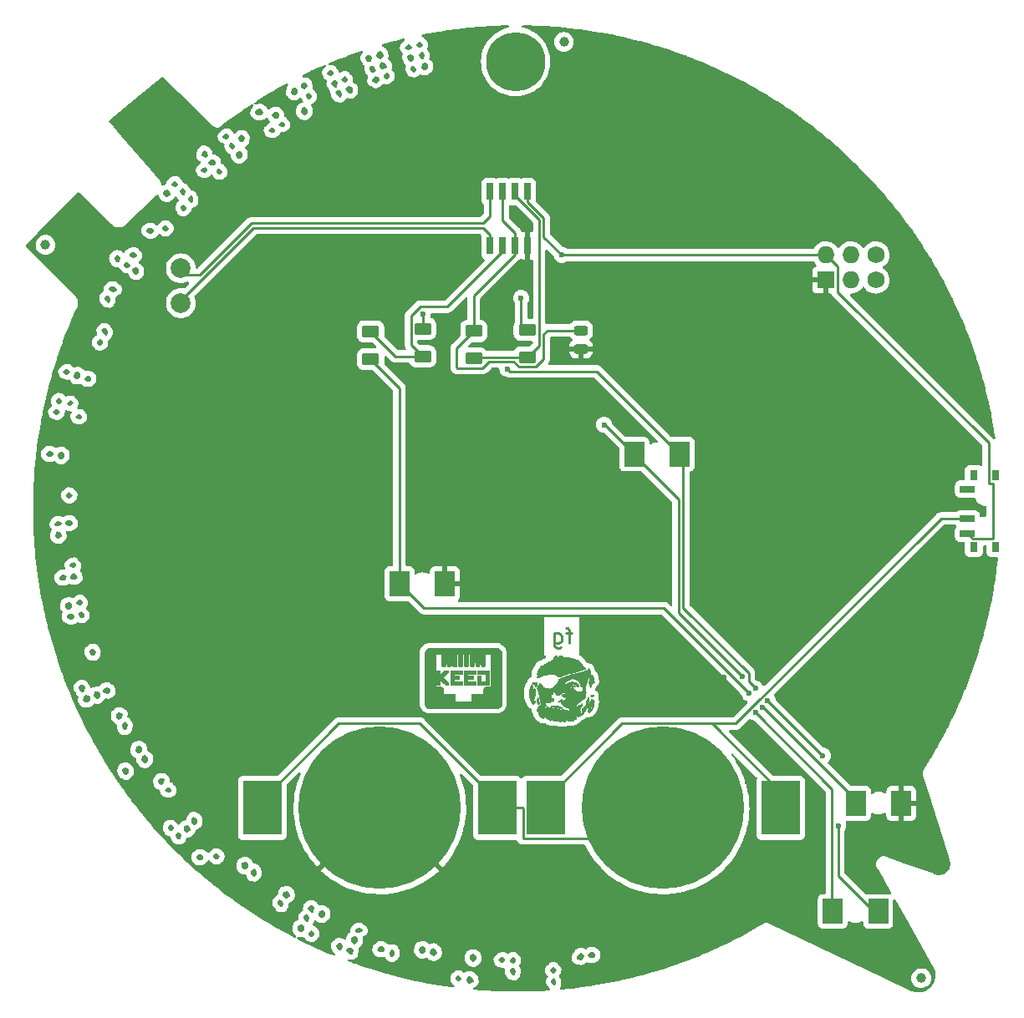
<source format=gbr>
%TF.GenerationSoftware,KiCad,Pcbnew,(6.0.7)*%
%TF.CreationDate,2022-10-15T16:11:04-05:00*%
%TF.ProjectId,Hackfest 2022 Badge,4861636b-6665-4737-9420-323032322042,Rev0*%
%TF.SameCoordinates,Original*%
%TF.FileFunction,Copper,L2,Bot*%
%TF.FilePolarity,Positive*%
%FSLAX46Y46*%
G04 Gerber Fmt 4.6, Leading zero omitted, Abs format (unit mm)*
G04 Created by KiCad (PCBNEW (6.0.7)) date 2022-10-15 16:11:04*
%MOMM*%
%LPD*%
G01*
G04 APERTURE LIST*
G04 Aperture macros list*
%AMRoundRect*
0 Rectangle with rounded corners*
0 $1 Rounding radius*
0 $2 $3 $4 $5 $6 $7 $8 $9 X,Y pos of 4 corners*
0 Add a 4 corners polygon primitive as box body*
4,1,4,$2,$3,$4,$5,$6,$7,$8,$9,$2,$3,0*
0 Add four circle primitives for the rounded corners*
1,1,$1+$1,$2,$3*
1,1,$1+$1,$4,$5*
1,1,$1+$1,$6,$7*
1,1,$1+$1,$8,$9*
0 Add four rect primitives between the rounded corners*
20,1,$1+$1,$2,$3,$4,$5,0*
20,1,$1+$1,$4,$5,$6,$7,0*
20,1,$1+$1,$6,$7,$8,$9,0*
20,1,$1+$1,$8,$9,$2,$3,0*%
G04 Aperture macros list end*
%ADD10C,0.250000*%
%TA.AperFunction,NonConductor*%
%ADD11C,0.250000*%
%TD*%
%TA.AperFunction,EtchedComponent*%
%ADD12C,0.010000*%
%TD*%
%TA.AperFunction,SMDPad,CuDef*%
%ADD13C,16.459512*%
%TD*%
%TA.AperFunction,SMDPad,CuDef*%
%ADD14R,3.908600X5.523200*%
%TD*%
%TA.AperFunction,SMDPad,CuDef*%
%ADD15R,3.857800X5.472400*%
%TD*%
%TA.AperFunction,SMDPad,CuDef*%
%ADD16R,2.000000X2.500000*%
%TD*%
%TA.AperFunction,ComponentPad*%
%ADD17C,6.000000*%
%TD*%
%TA.AperFunction,ComponentPad*%
%ADD18O,1.727200X1.727200*%
%TD*%
%TA.AperFunction,ComponentPad*%
%ADD19R,1.727200X1.727200*%
%TD*%
%TA.AperFunction,ComponentPad*%
%ADD20C,1.727200*%
%TD*%
%TA.AperFunction,SMDPad,CuDef*%
%ADD21C,1.000000*%
%TD*%
%TA.AperFunction,SMDPad,CuDef*%
%ADD22C,2.000000*%
%TD*%
%TA.AperFunction,SMDPad,CuDef*%
%ADD23R,0.800000X1.000000*%
%TD*%
%TA.AperFunction,SMDPad,CuDef*%
%ADD24R,1.500000X0.700000*%
%TD*%
%TA.AperFunction,SMDPad,CuDef*%
%ADD25RoundRect,0.243750X0.456250X-0.243750X0.456250X0.243750X-0.456250X0.243750X-0.456250X-0.243750X0*%
%TD*%
%TA.AperFunction,SMDPad,CuDef*%
%ADD26R,0.650000X1.750000*%
%TD*%
%TA.AperFunction,SMDPad,CuDef*%
%ADD27RoundRect,0.250000X-0.625000X0.375000X-0.625000X-0.375000X0.625000X-0.375000X0.625000X0.375000X0*%
%TD*%
%TA.AperFunction,ViaPad*%
%ADD28C,0.600000*%
%TD*%
%TA.AperFunction,Conductor*%
%ADD29C,0.250000*%
%TD*%
G04 APERTURE END LIST*
D10*
%TO.C,G\u002A\u002A\u002A*%
D11*
X150108620Y-110306868D02*
X149521953Y-110306868D01*
X149888620Y-111333534D02*
X149888620Y-110013534D01*
X149815286Y-109866868D01*
X149668620Y-109793534D01*
X149521953Y-109793534D01*
X148348620Y-110306868D02*
X148348620Y-111553534D01*
X148421953Y-111700201D01*
X148495286Y-111773534D01*
X148641953Y-111846868D01*
X148861953Y-111846868D01*
X149008620Y-111773534D01*
X148348620Y-111260201D02*
X148495286Y-111333534D01*
X148788620Y-111333534D01*
X148935286Y-111260201D01*
X149008620Y-111186868D01*
X149081953Y-111040201D01*
X149081953Y-110600201D01*
X149008620Y-110453534D01*
X148935286Y-110380201D01*
X148788620Y-110306868D01*
X148495286Y-110306868D01*
X148348620Y-110380201D01*
G36*
X135264269Y-112126047D02*
G01*
X135348932Y-112004557D01*
X135462389Y-111909109D01*
X135595970Y-111846757D01*
X135614012Y-111841543D01*
X135645843Y-111838289D01*
X135716111Y-111835374D01*
X135825139Y-111832798D01*
X135973250Y-111830558D01*
X136160766Y-111828654D01*
X136388010Y-111827084D01*
X136655306Y-111825847D01*
X136962976Y-111824940D01*
X137311343Y-111824363D01*
X137700729Y-111824114D01*
X138131457Y-111824192D01*
X138603851Y-111824595D01*
X139118233Y-111825321D01*
X139153682Y-111825381D01*
X142611639Y-111831221D01*
X142737132Y-111895197D01*
X142860244Y-111980432D01*
X142952149Y-112093729D01*
X143011067Y-112232713D01*
X143020871Y-112273288D01*
X143024760Y-112307275D01*
X143028182Y-112370291D01*
X143031144Y-112463522D01*
X143033655Y-112588158D01*
X143035723Y-112745386D01*
X143037354Y-112936393D01*
X143038556Y-113162368D01*
X143039338Y-113424498D01*
X143039707Y-113723971D01*
X143039671Y-114061975D01*
X143039237Y-114439699D01*
X143038413Y-114858328D01*
X143038203Y-114946884D01*
X143031960Y-117506918D01*
X142967856Y-117632403D01*
X142884981Y-117749931D01*
X142771161Y-117838602D01*
X142626360Y-117898442D01*
X142563568Y-117913554D01*
X142528980Y-117916258D01*
X142454851Y-117918793D01*
X142343975Y-117921157D01*
X142199143Y-117923350D01*
X142023149Y-117925370D01*
X141818784Y-117927215D01*
X141588842Y-117928886D01*
X141336115Y-117930382D01*
X141063396Y-117931700D01*
X140773477Y-117932840D01*
X140469150Y-117933801D01*
X140153209Y-117934582D01*
X139828446Y-117935182D01*
X139497654Y-117935600D01*
X139163624Y-117935835D01*
X138829151Y-117935886D01*
X138497025Y-117935751D01*
X138170041Y-117935430D01*
X137850989Y-117934922D01*
X137542664Y-117934225D01*
X137247857Y-117933339D01*
X136969362Y-117932262D01*
X136709970Y-117930994D01*
X136472475Y-117929533D01*
X136259668Y-117927879D01*
X136074343Y-117926030D01*
X135919292Y-117923986D01*
X135797308Y-117921744D01*
X135711183Y-117919305D01*
X135663709Y-117916667D01*
X135659189Y-117916129D01*
X135521925Y-117879478D01*
X135410071Y-117811401D01*
X135319092Y-117708552D01*
X135274376Y-117632187D01*
X135200293Y-117486957D01*
X135200293Y-114084122D01*
X136311543Y-114084122D01*
X136311576Y-114378897D01*
X136311726Y-114634272D01*
X136312064Y-114853182D01*
X136312666Y-115038562D01*
X136313604Y-115193346D01*
X136314953Y-115320467D01*
X136316785Y-115422860D01*
X136319174Y-115503460D01*
X136322194Y-115565200D01*
X136325919Y-115611015D01*
X136330421Y-115643838D01*
X136335775Y-115666605D01*
X136342054Y-115682250D01*
X136349331Y-115693705D01*
X136351979Y-115697085D01*
X136369583Y-115716358D01*
X136390901Y-115730132D01*
X136423074Y-115739545D01*
X136473245Y-115745733D01*
X136548553Y-115749837D01*
X136656142Y-115752993D01*
X136710803Y-115754267D01*
X137029192Y-115761480D01*
X137043597Y-115857541D01*
X137049148Y-115925702D01*
X137050624Y-116017865D01*
X137047806Y-116115873D01*
X137046924Y-116131180D01*
X137043785Y-116267735D01*
X137052702Y-116374578D01*
X137073083Y-116447715D01*
X137098470Y-116480077D01*
X137126530Y-116484905D01*
X137190938Y-116489260D01*
X137285711Y-116492950D01*
X137404864Y-116495787D01*
X137542416Y-116497582D01*
X137669770Y-116498147D01*
X137818298Y-116498641D01*
X137953545Y-116499863D01*
X138069523Y-116501697D01*
X138160246Y-116504026D01*
X138219726Y-116506734D01*
X138241270Y-116509254D01*
X138253260Y-116523433D01*
X138260788Y-116558880D01*
X138264303Y-116621456D01*
X138264255Y-116717018D01*
X138262776Y-116789712D01*
X138261936Y-116944140D01*
X138268174Y-117059004D01*
X138281622Y-117136502D01*
X138283943Y-117144055D01*
X138303276Y-117194668D01*
X138327198Y-117221270D01*
X138369671Y-117233839D01*
X138417626Y-117239601D01*
X138459769Y-117241731D01*
X138537584Y-117243570D01*
X138644410Y-117245107D01*
X138773587Y-117246329D01*
X138918454Y-117247226D01*
X139072351Y-117247785D01*
X139228618Y-117247994D01*
X139380594Y-117247841D01*
X139521618Y-117247315D01*
X139645029Y-117246403D01*
X139744169Y-117245093D01*
X139812375Y-117243375D01*
X139835793Y-117242133D01*
X139873175Y-117237128D01*
X139900693Y-117225234D01*
X139920113Y-117200559D01*
X139933201Y-117157213D01*
X139941723Y-117089304D01*
X139947446Y-116990942D01*
X139952136Y-116856235D01*
X139952210Y-116853835D01*
X139962793Y-116509055D01*
X140548441Y-116498471D01*
X140701884Y-116495184D01*
X140841384Y-116491213D01*
X140961370Y-116486796D01*
X141056268Y-116482169D01*
X141120508Y-116477571D01*
X141148516Y-116473239D01*
X141149088Y-116472852D01*
X141167445Y-116432846D01*
X141180688Y-116360802D01*
X141187787Y-116266817D01*
X141187712Y-116160990D01*
X141185399Y-116116971D01*
X141181749Y-116022092D01*
X141182873Y-115929288D01*
X141188523Y-115858434D01*
X141188639Y-115857652D01*
X141203061Y-115761480D01*
X141521449Y-115754267D01*
X141644218Y-115751171D01*
X141731801Y-115747590D01*
X141791338Y-115742387D01*
X141829973Y-115734424D01*
X141854847Y-115722562D01*
X141873100Y-115705664D01*
X141880274Y-115697085D01*
X141887860Y-115686434D01*
X141894432Y-115672597D01*
X141900060Y-115652658D01*
X141904817Y-115623698D01*
X141908773Y-115582800D01*
X141911999Y-115527046D01*
X141914567Y-115453519D01*
X141916548Y-115359301D01*
X141918013Y-115241474D01*
X141919032Y-115097121D01*
X141919679Y-114923324D01*
X141920022Y-114717166D01*
X141920135Y-114475728D01*
X141920087Y-114196094D01*
X141920036Y-114067251D01*
X141919918Y-113767253D01*
X141919722Y-113506711D01*
X141919281Y-113282751D01*
X141918424Y-113092495D01*
X141916982Y-112933068D01*
X141914785Y-112801593D01*
X141911664Y-112695195D01*
X141907450Y-112610997D01*
X141901973Y-112546122D01*
X141895064Y-112497696D01*
X141886554Y-112462842D01*
X141876272Y-112438683D01*
X141864049Y-112422343D01*
X141849717Y-112410947D01*
X141833105Y-112401617D01*
X141821559Y-112395595D01*
X141774512Y-112382752D01*
X141698761Y-112374523D01*
X141607719Y-112371270D01*
X141514802Y-112373350D01*
X141433422Y-112381123D01*
X141413059Y-112384660D01*
X141344618Y-112398348D01*
X141349685Y-112929701D01*
X141351430Y-113111221D01*
X141352578Y-113255204D01*
X141352770Y-113366449D01*
X141351646Y-113449751D01*
X141348850Y-113509907D01*
X141344021Y-113551713D01*
X141336803Y-113579967D01*
X141326836Y-113599466D01*
X141313763Y-113615005D01*
X141297255Y-113631350D01*
X141248363Y-113667269D01*
X141186576Y-113681907D01*
X141147697Y-113683305D01*
X141076716Y-113680338D01*
X141020799Y-113668536D01*
X140978384Y-113643548D01*
X140947913Y-113601021D01*
X140927825Y-113536602D01*
X140916561Y-113445940D01*
X140912562Y-113324683D01*
X140914266Y-113168478D01*
X140917829Y-113041913D01*
X140921463Y-112901251D01*
X140923302Y-112768660D01*
X140923357Y-112652247D01*
X140921638Y-112560122D01*
X140918154Y-112500392D01*
X140917147Y-112492372D01*
X140905886Y-112431797D01*
X140890361Y-112402295D01*
X140862059Y-112392819D01*
X140839913Y-112392138D01*
X140777710Y-112392138D01*
X140777710Y-112964689D01*
X140777370Y-113157872D01*
X140775487Y-113312915D01*
X140770759Y-113434010D01*
X140761886Y-113525350D01*
X140747569Y-113591127D01*
X140726509Y-113635533D01*
X140697405Y-113662761D01*
X140658957Y-113677004D01*
X140609865Y-113682453D01*
X140554909Y-113683305D01*
X140471202Y-113672060D01*
X140405198Y-113633967D01*
X140403181Y-113632249D01*
X140343793Y-113581193D01*
X140337558Y-112986666D01*
X140331323Y-112392138D01*
X140208096Y-112392138D01*
X140201861Y-112983134D01*
X140195626Y-113574131D01*
X140144312Y-113628718D01*
X140103397Y-113663198D01*
X140054926Y-113679176D01*
X139985562Y-113682631D01*
X139925270Y-113680860D01*
X139876899Y-113673579D01*
X139839137Y-113656586D01*
X139810673Y-113625677D01*
X139790196Y-113576648D01*
X139776395Y-113505296D01*
X139767957Y-113407418D01*
X139763573Y-113278810D01*
X139761931Y-113115269D01*
X139761710Y-112965029D01*
X139761710Y-112392138D01*
X139606842Y-112392138D01*
X139619785Y-112945522D01*
X139623737Y-113141736D01*
X139624610Y-113299770D01*
X139621132Y-113423736D01*
X139612031Y-113517750D01*
X139596036Y-113585924D01*
X139571876Y-113632374D01*
X139538277Y-113661213D01*
X139493969Y-113676555D01*
X139437680Y-113682513D01*
X139391722Y-113683305D01*
X139317338Y-113676399D01*
X139264741Y-113651302D01*
X139242164Y-113631350D01*
X139225693Y-113614909D01*
X139212645Y-113599015D01*
X139202670Y-113578918D01*
X139195423Y-113549868D01*
X139190554Y-113507115D01*
X139187715Y-113445910D01*
X139186560Y-113361501D01*
X139186739Y-113249140D01*
X139187904Y-113104076D01*
X139189709Y-112921559D01*
X139189764Y-112916013D01*
X139194941Y-112392138D01*
X139037359Y-112392138D01*
X139042472Y-112926596D01*
X139044229Y-113108602D01*
X139045390Y-113253058D01*
X139045599Y-113364747D01*
X139044501Y-113448453D01*
X139041741Y-113508958D01*
X139036964Y-113551045D01*
X139029812Y-113579497D01*
X139019932Y-113599098D01*
X139006968Y-113614630D01*
X138990563Y-113630876D01*
X138990088Y-113631350D01*
X138941196Y-113667269D01*
X138879410Y-113681907D01*
X138840530Y-113683305D01*
X138775096Y-113681344D01*
X138722555Y-113672723D01*
X138681637Y-113653333D01*
X138651071Y-113619063D01*
X138629587Y-113565805D01*
X138615913Y-113489450D01*
X138608780Y-113385888D01*
X138606916Y-113251009D01*
X138609051Y-113080705D01*
X138612091Y-112944539D01*
X138625479Y-112392138D01*
X138470543Y-112392138D01*
X138470543Y-112965029D01*
X138470206Y-113145779D01*
X138468798Y-113289154D01*
X138465726Y-113400112D01*
X138460395Y-113483609D01*
X138452212Y-113544600D01*
X138440582Y-113588044D01*
X138424912Y-113618895D01*
X138404607Y-113642112D01*
X138387710Y-113656173D01*
X138346976Y-113671919D01*
X138283602Y-113681433D01*
X138254765Y-113682631D01*
X138175044Y-113675212D01*
X138115284Y-113647420D01*
X138096015Y-113632249D01*
X138036626Y-113581193D01*
X138030391Y-112986666D01*
X138024157Y-112392138D01*
X137900929Y-112392138D01*
X137894694Y-112986666D01*
X137888460Y-113581193D01*
X137829071Y-113632249D01*
X137763310Y-113671300D01*
X137680462Y-113683294D01*
X137677344Y-113683305D01*
X137617449Y-113682211D01*
X137569379Y-113676135D01*
X137531834Y-113660885D01*
X137503515Y-113632268D01*
X137483122Y-113586092D01*
X137469354Y-113518163D01*
X137460912Y-113424291D01*
X137456496Y-113300282D01*
X137454807Y-113141944D01*
X137454543Y-112964689D01*
X137454543Y-112392138D01*
X137392340Y-112392138D01*
X137354264Y-112395632D01*
X137333275Y-112413469D01*
X137320890Y-112456681D01*
X137315064Y-112492653D01*
X137311163Y-112544194D01*
X137308994Y-112629928D01*
X137308571Y-112741750D01*
X137309911Y-112871554D01*
X137313029Y-113011235D01*
X137313976Y-113043164D01*
X137318496Y-113225027D01*
X137318440Y-113369025D01*
X137312247Y-113479519D01*
X137298352Y-113560870D01*
X137275194Y-113617438D01*
X137241210Y-113653585D01*
X137194835Y-113673672D01*
X137134509Y-113682059D01*
X137084556Y-113683305D01*
X137010171Y-113676399D01*
X136957574Y-113651302D01*
X136934997Y-113631350D01*
X136918113Y-113614462D01*
X136904780Y-113598148D01*
X136894636Y-113577589D01*
X136887321Y-113547964D01*
X136882472Y-113504454D01*
X136879727Y-113442241D01*
X136878725Y-113356505D01*
X136879104Y-113242427D01*
X136880503Y-113095186D01*
X136882340Y-112929760D01*
X136888226Y-112398466D01*
X136819488Y-112384719D01*
X136737454Y-112374590D01*
X136639223Y-112371399D01*
X136540920Y-112374801D01*
X136458669Y-112384450D01*
X136423452Y-112393191D01*
X136370019Y-112425569D01*
X136335627Y-112468271D01*
X136330622Y-112493447D01*
X136326260Y-112546654D01*
X136322515Y-112629529D01*
X136319365Y-112743709D01*
X136316783Y-112890832D01*
X136314746Y-113072535D01*
X136313230Y-113290456D01*
X136312209Y-113546232D01*
X136311660Y-113841501D01*
X136311543Y-114084122D01*
X135200293Y-114084122D01*
X135200293Y-112251539D01*
X135264269Y-112126047D01*
G37*
D12*
X135264269Y-112126047D02*
X135348932Y-112004557D01*
X135462389Y-111909109D01*
X135595970Y-111846757D01*
X135614012Y-111841543D01*
X135645843Y-111838289D01*
X135716111Y-111835374D01*
X135825139Y-111832798D01*
X135973250Y-111830558D01*
X136160766Y-111828654D01*
X136388010Y-111827084D01*
X136655306Y-111825847D01*
X136962976Y-111824940D01*
X137311343Y-111824363D01*
X137700729Y-111824114D01*
X138131457Y-111824192D01*
X138603851Y-111824595D01*
X139118233Y-111825321D01*
X139153682Y-111825381D01*
X142611639Y-111831221D01*
X142737132Y-111895197D01*
X142860244Y-111980432D01*
X142952149Y-112093729D01*
X143011067Y-112232713D01*
X143020871Y-112273288D01*
X143024760Y-112307275D01*
X143028182Y-112370291D01*
X143031144Y-112463522D01*
X143033655Y-112588158D01*
X143035723Y-112745386D01*
X143037354Y-112936393D01*
X143038556Y-113162368D01*
X143039338Y-113424498D01*
X143039707Y-113723971D01*
X143039671Y-114061975D01*
X143039237Y-114439699D01*
X143038413Y-114858328D01*
X143038203Y-114946884D01*
X143031960Y-117506918D01*
X142967856Y-117632403D01*
X142884981Y-117749931D01*
X142771161Y-117838602D01*
X142626360Y-117898442D01*
X142563568Y-117913554D01*
X142528980Y-117916258D01*
X142454851Y-117918793D01*
X142343975Y-117921157D01*
X142199143Y-117923350D01*
X142023149Y-117925370D01*
X141818784Y-117927215D01*
X141588842Y-117928886D01*
X141336115Y-117930382D01*
X141063396Y-117931700D01*
X140773477Y-117932840D01*
X140469150Y-117933801D01*
X140153209Y-117934582D01*
X139828446Y-117935182D01*
X139497654Y-117935600D01*
X139163624Y-117935835D01*
X138829151Y-117935886D01*
X138497025Y-117935751D01*
X138170041Y-117935430D01*
X137850989Y-117934922D01*
X137542664Y-117934225D01*
X137247857Y-117933339D01*
X136969362Y-117932262D01*
X136709970Y-117930994D01*
X136472475Y-117929533D01*
X136259668Y-117927879D01*
X136074343Y-117926030D01*
X135919292Y-117923986D01*
X135797308Y-117921744D01*
X135711183Y-117919305D01*
X135663709Y-117916667D01*
X135659189Y-117916129D01*
X135521925Y-117879478D01*
X135410071Y-117811401D01*
X135319092Y-117708552D01*
X135274376Y-117632187D01*
X135200293Y-117486957D01*
X135200293Y-114084122D01*
X136311543Y-114084122D01*
X136311576Y-114378897D01*
X136311726Y-114634272D01*
X136312064Y-114853182D01*
X136312666Y-115038562D01*
X136313604Y-115193346D01*
X136314953Y-115320467D01*
X136316785Y-115422860D01*
X136319174Y-115503460D01*
X136322194Y-115565200D01*
X136325919Y-115611015D01*
X136330421Y-115643838D01*
X136335775Y-115666605D01*
X136342054Y-115682250D01*
X136349331Y-115693705D01*
X136351979Y-115697085D01*
X136369583Y-115716358D01*
X136390901Y-115730132D01*
X136423074Y-115739545D01*
X136473245Y-115745733D01*
X136548553Y-115749837D01*
X136656142Y-115752993D01*
X136710803Y-115754267D01*
X137029192Y-115761480D01*
X137043597Y-115857541D01*
X137049148Y-115925702D01*
X137050624Y-116017865D01*
X137047806Y-116115873D01*
X137046924Y-116131180D01*
X137043785Y-116267735D01*
X137052702Y-116374578D01*
X137073083Y-116447715D01*
X137098470Y-116480077D01*
X137126530Y-116484905D01*
X137190938Y-116489260D01*
X137285711Y-116492950D01*
X137404864Y-116495787D01*
X137542416Y-116497582D01*
X137669770Y-116498147D01*
X137818298Y-116498641D01*
X137953545Y-116499863D01*
X138069523Y-116501697D01*
X138160246Y-116504026D01*
X138219726Y-116506734D01*
X138241270Y-116509254D01*
X138253260Y-116523433D01*
X138260788Y-116558880D01*
X138264303Y-116621456D01*
X138264255Y-116717018D01*
X138262776Y-116789712D01*
X138261936Y-116944140D01*
X138268174Y-117059004D01*
X138281622Y-117136502D01*
X138283943Y-117144055D01*
X138303276Y-117194668D01*
X138327198Y-117221270D01*
X138369671Y-117233839D01*
X138417626Y-117239601D01*
X138459769Y-117241731D01*
X138537584Y-117243570D01*
X138644410Y-117245107D01*
X138773587Y-117246329D01*
X138918454Y-117247226D01*
X139072351Y-117247785D01*
X139228618Y-117247994D01*
X139380594Y-117247841D01*
X139521618Y-117247315D01*
X139645029Y-117246403D01*
X139744169Y-117245093D01*
X139812375Y-117243375D01*
X139835793Y-117242133D01*
X139873175Y-117237128D01*
X139900693Y-117225234D01*
X139920113Y-117200559D01*
X139933201Y-117157213D01*
X139941723Y-117089304D01*
X139947446Y-116990942D01*
X139952136Y-116856235D01*
X139952210Y-116853835D01*
X139962793Y-116509055D01*
X140548441Y-116498471D01*
X140701884Y-116495184D01*
X140841384Y-116491213D01*
X140961370Y-116486796D01*
X141056268Y-116482169D01*
X141120508Y-116477571D01*
X141148516Y-116473239D01*
X141149088Y-116472852D01*
X141167445Y-116432846D01*
X141180688Y-116360802D01*
X141187787Y-116266817D01*
X141187712Y-116160990D01*
X141185399Y-116116971D01*
X141181749Y-116022092D01*
X141182873Y-115929288D01*
X141188523Y-115858434D01*
X141188639Y-115857652D01*
X141203061Y-115761480D01*
X141521449Y-115754267D01*
X141644218Y-115751171D01*
X141731801Y-115747590D01*
X141791338Y-115742387D01*
X141829973Y-115734424D01*
X141854847Y-115722562D01*
X141873100Y-115705664D01*
X141880274Y-115697085D01*
X141887860Y-115686434D01*
X141894432Y-115672597D01*
X141900060Y-115652658D01*
X141904817Y-115623698D01*
X141908773Y-115582800D01*
X141911999Y-115527046D01*
X141914567Y-115453519D01*
X141916548Y-115359301D01*
X141918013Y-115241474D01*
X141919032Y-115097121D01*
X141919679Y-114923324D01*
X141920022Y-114717166D01*
X141920135Y-114475728D01*
X141920087Y-114196094D01*
X141920036Y-114067251D01*
X141919918Y-113767253D01*
X141919722Y-113506711D01*
X141919281Y-113282751D01*
X141918424Y-113092495D01*
X141916982Y-112933068D01*
X141914785Y-112801593D01*
X141911664Y-112695195D01*
X141907450Y-112610997D01*
X141901973Y-112546122D01*
X141895064Y-112497696D01*
X141886554Y-112462842D01*
X141876272Y-112438683D01*
X141864049Y-112422343D01*
X141849717Y-112410947D01*
X141833105Y-112401617D01*
X141821559Y-112395595D01*
X141774512Y-112382752D01*
X141698761Y-112374523D01*
X141607719Y-112371270D01*
X141514802Y-112373350D01*
X141433422Y-112381123D01*
X141413059Y-112384660D01*
X141344618Y-112398348D01*
X141349685Y-112929701D01*
X141351430Y-113111221D01*
X141352578Y-113255204D01*
X141352770Y-113366449D01*
X141351646Y-113449751D01*
X141348850Y-113509907D01*
X141344021Y-113551713D01*
X141336803Y-113579967D01*
X141326836Y-113599466D01*
X141313763Y-113615005D01*
X141297255Y-113631350D01*
X141248363Y-113667269D01*
X141186576Y-113681907D01*
X141147697Y-113683305D01*
X141076716Y-113680338D01*
X141020799Y-113668536D01*
X140978384Y-113643548D01*
X140947913Y-113601021D01*
X140927825Y-113536602D01*
X140916561Y-113445940D01*
X140912562Y-113324683D01*
X140914266Y-113168478D01*
X140917829Y-113041913D01*
X140921463Y-112901251D01*
X140923302Y-112768660D01*
X140923357Y-112652247D01*
X140921638Y-112560122D01*
X140918154Y-112500392D01*
X140917147Y-112492372D01*
X140905886Y-112431797D01*
X140890361Y-112402295D01*
X140862059Y-112392819D01*
X140839913Y-112392138D01*
X140777710Y-112392138D01*
X140777710Y-112964689D01*
X140777370Y-113157872D01*
X140775487Y-113312915D01*
X140770759Y-113434010D01*
X140761886Y-113525350D01*
X140747569Y-113591127D01*
X140726509Y-113635533D01*
X140697405Y-113662761D01*
X140658957Y-113677004D01*
X140609865Y-113682453D01*
X140554909Y-113683305D01*
X140471202Y-113672060D01*
X140405198Y-113633967D01*
X140403181Y-113632249D01*
X140343793Y-113581193D01*
X140337558Y-112986666D01*
X140331323Y-112392138D01*
X140208096Y-112392138D01*
X140201861Y-112983134D01*
X140195626Y-113574131D01*
X140144312Y-113628718D01*
X140103397Y-113663198D01*
X140054926Y-113679176D01*
X139985562Y-113682631D01*
X139925270Y-113680860D01*
X139876899Y-113673579D01*
X139839137Y-113656586D01*
X139810673Y-113625677D01*
X139790196Y-113576648D01*
X139776395Y-113505296D01*
X139767957Y-113407418D01*
X139763573Y-113278810D01*
X139761931Y-113115269D01*
X139761710Y-112965029D01*
X139761710Y-112392138D01*
X139606842Y-112392138D01*
X139619785Y-112945522D01*
X139623737Y-113141736D01*
X139624610Y-113299770D01*
X139621132Y-113423736D01*
X139612031Y-113517750D01*
X139596036Y-113585924D01*
X139571876Y-113632374D01*
X139538277Y-113661213D01*
X139493969Y-113676555D01*
X139437680Y-113682513D01*
X139391722Y-113683305D01*
X139317338Y-113676399D01*
X139264741Y-113651302D01*
X139242164Y-113631350D01*
X139225693Y-113614909D01*
X139212645Y-113599015D01*
X139202670Y-113578918D01*
X139195423Y-113549868D01*
X139190554Y-113507115D01*
X139187715Y-113445910D01*
X139186560Y-113361501D01*
X139186739Y-113249140D01*
X139187904Y-113104076D01*
X139189709Y-112921559D01*
X139189764Y-112916013D01*
X139194941Y-112392138D01*
X139037359Y-112392138D01*
X139042472Y-112926596D01*
X139044229Y-113108602D01*
X139045390Y-113253058D01*
X139045599Y-113364747D01*
X139044501Y-113448453D01*
X139041741Y-113508958D01*
X139036964Y-113551045D01*
X139029812Y-113579497D01*
X139019932Y-113599098D01*
X139006968Y-113614630D01*
X138990563Y-113630876D01*
X138990088Y-113631350D01*
X138941196Y-113667269D01*
X138879410Y-113681907D01*
X138840530Y-113683305D01*
X138775096Y-113681344D01*
X138722555Y-113672723D01*
X138681637Y-113653333D01*
X138651071Y-113619063D01*
X138629587Y-113565805D01*
X138615913Y-113489450D01*
X138608780Y-113385888D01*
X138606916Y-113251009D01*
X138609051Y-113080705D01*
X138612091Y-112944539D01*
X138625479Y-112392138D01*
X138470543Y-112392138D01*
X138470543Y-112965029D01*
X138470206Y-113145779D01*
X138468798Y-113289154D01*
X138465726Y-113400112D01*
X138460395Y-113483609D01*
X138452212Y-113544600D01*
X138440582Y-113588044D01*
X138424912Y-113618895D01*
X138404607Y-113642112D01*
X138387710Y-113656173D01*
X138346976Y-113671919D01*
X138283602Y-113681433D01*
X138254765Y-113682631D01*
X138175044Y-113675212D01*
X138115284Y-113647420D01*
X138096015Y-113632249D01*
X138036626Y-113581193D01*
X138030391Y-112986666D01*
X138024157Y-112392138D01*
X137900929Y-112392138D01*
X137894694Y-112986666D01*
X137888460Y-113581193D01*
X137829071Y-113632249D01*
X137763310Y-113671300D01*
X137680462Y-113683294D01*
X137677344Y-113683305D01*
X137617449Y-113682211D01*
X137569379Y-113676135D01*
X137531834Y-113660885D01*
X137503515Y-113632268D01*
X137483122Y-113586092D01*
X137469354Y-113518163D01*
X137460912Y-113424291D01*
X137456496Y-113300282D01*
X137454807Y-113141944D01*
X137454543Y-112964689D01*
X137454543Y-112392138D01*
X137392340Y-112392138D01*
X137354264Y-112395632D01*
X137333275Y-112413469D01*
X137320890Y-112456681D01*
X137315064Y-112492653D01*
X137311163Y-112544194D01*
X137308994Y-112629928D01*
X137308571Y-112741750D01*
X137309911Y-112871554D01*
X137313029Y-113011235D01*
X137313976Y-113043164D01*
X137318496Y-113225027D01*
X137318440Y-113369025D01*
X137312247Y-113479519D01*
X137298352Y-113560870D01*
X137275194Y-113617438D01*
X137241210Y-113653585D01*
X137194835Y-113673672D01*
X137134509Y-113682059D01*
X137084556Y-113683305D01*
X137010171Y-113676399D01*
X136957574Y-113651302D01*
X136934997Y-113631350D01*
X136918113Y-113614462D01*
X136904780Y-113598148D01*
X136894636Y-113577589D01*
X136887321Y-113547964D01*
X136882472Y-113504454D01*
X136879727Y-113442241D01*
X136878725Y-113356505D01*
X136879104Y-113242427D01*
X136880503Y-113095186D01*
X136882340Y-112929760D01*
X136888226Y-112398466D01*
X136819488Y-112384719D01*
X136737454Y-112374590D01*
X136639223Y-112371399D01*
X136540920Y-112374801D01*
X136458669Y-112384450D01*
X136423452Y-112393191D01*
X136370019Y-112425569D01*
X136335627Y-112468271D01*
X136330622Y-112493447D01*
X136326260Y-112546654D01*
X136322515Y-112629529D01*
X136319365Y-112743709D01*
X136316783Y-112890832D01*
X136314746Y-113072535D01*
X136313230Y-113290456D01*
X136312209Y-113546232D01*
X136311660Y-113841501D01*
X136311543Y-114084122D01*
X135200293Y-114084122D01*
X135200293Y-112251539D01*
X135264269Y-112126047D01*
G36*
X136777210Y-114561059D02*
G01*
X137275262Y-114064305D01*
X137623876Y-114064305D01*
X137623876Y-114285943D01*
X137364902Y-114545541D01*
X137105928Y-114805138D01*
X137623876Y-115324332D01*
X137623876Y-115545971D01*
X137296404Y-115545971D01*
X136777210Y-115028023D01*
X136777210Y-115545971D01*
X136438543Y-115545971D01*
X136438543Y-114064305D01*
X136777210Y-114064305D01*
X136777210Y-114561059D01*
G37*
X136777210Y-114561059D02*
X137275262Y-114064305D01*
X137623876Y-114064305D01*
X137623876Y-114285943D01*
X137364902Y-114545541D01*
X137105928Y-114805138D01*
X137623876Y-115324332D01*
X137623876Y-115545971D01*
X137296404Y-115545971D01*
X136777210Y-115028023D01*
X136777210Y-115545971D01*
X136438543Y-115545971D01*
X136438543Y-114064305D01*
X136777210Y-114064305D01*
X136777210Y-114561059D01*
G36*
X138999710Y-114424138D02*
G01*
X138174210Y-114424138D01*
X138174210Y-114635805D01*
X138724543Y-114635805D01*
X138724543Y-114974471D01*
X138174210Y-114974471D01*
X138174210Y-115186138D01*
X138999710Y-115186138D01*
X138999710Y-115545971D01*
X137814376Y-115545971D01*
X137814376Y-114064305D01*
X138999710Y-114064305D01*
X138999710Y-114424138D01*
G37*
X138999710Y-114424138D02*
X138174210Y-114424138D01*
X138174210Y-114635805D01*
X138724543Y-114635805D01*
X138724543Y-114974471D01*
X138174210Y-114974471D01*
X138174210Y-115186138D01*
X138999710Y-115186138D01*
X138999710Y-115545971D01*
X137814376Y-115545971D01*
X137814376Y-114064305D01*
X138999710Y-114064305D01*
X138999710Y-114424138D01*
G36*
X141751376Y-115545971D02*
G01*
X140566043Y-115545971D01*
X140566043Y-114635805D01*
X140925876Y-114635805D01*
X140925876Y-115186138D01*
X141412710Y-115186138D01*
X141412710Y-114424138D01*
X140566043Y-114424138D01*
X140566043Y-114064305D01*
X141751376Y-114064305D01*
X141751376Y-115545971D01*
G37*
X141751376Y-115545971D02*
X140566043Y-115545971D01*
X140566043Y-114635805D01*
X140925876Y-114635805D01*
X140925876Y-115186138D01*
X141412710Y-115186138D01*
X141412710Y-114424138D01*
X140566043Y-114424138D01*
X140566043Y-114064305D01*
X141751376Y-114064305D01*
X141751376Y-115545971D01*
G36*
X140386126Y-114413555D02*
G01*
X139968085Y-114419294D01*
X139550043Y-114425033D01*
X139550043Y-114635805D01*
X140100376Y-114635805D01*
X140100376Y-114974471D01*
X139550043Y-114974471D01*
X139550043Y-115185243D01*
X139968085Y-115190982D01*
X140386126Y-115196721D01*
X140386126Y-115535388D01*
X139190210Y-115546630D01*
X139190210Y-114064305D01*
X140398422Y-114064305D01*
X140386126Y-114413555D01*
G37*
X140386126Y-114413555D02*
X139968085Y-114419294D01*
X139550043Y-114425033D01*
X139550043Y-114635805D01*
X140100376Y-114635805D01*
X140100376Y-114974471D01*
X139550043Y-114974471D01*
X139550043Y-115185243D01*
X139968085Y-115190982D01*
X140386126Y-115196721D01*
X140386126Y-115535388D01*
X139190210Y-115546630D01*
X139190210Y-114064305D01*
X140398422Y-114064305D01*
X140386126Y-114413555D01*
G36*
X152313523Y-117045571D02*
G01*
X152338694Y-117068587D01*
X152353676Y-117106236D01*
X152362774Y-117166549D01*
X152364959Y-117243205D01*
X152360755Y-117332156D01*
X152350691Y-117429351D01*
X152335293Y-117530740D01*
X152315089Y-117632273D01*
X152290604Y-117729899D01*
X152262366Y-117819568D01*
X152230902Y-117897231D01*
X152214277Y-117930871D01*
X152169954Y-118008481D01*
X152119071Y-118084765D01*
X152065081Y-118155382D01*
X152011434Y-118215987D01*
X151961580Y-118262240D01*
X151918970Y-118289796D01*
X151918419Y-118290040D01*
X151886954Y-118301944D01*
X151864365Y-118307170D01*
X151853312Y-118306352D01*
X151813868Y-118290824D01*
X151772139Y-118260456D01*
X151734472Y-118221478D01*
X151707216Y-118180123D01*
X151696720Y-118142620D01*
X151697627Y-118129478D01*
X151708943Y-118099643D01*
X151735688Y-118072313D01*
X151780990Y-118044838D01*
X151847975Y-118014573D01*
X151907080Y-117989223D01*
X152006205Y-117940442D01*
X152083333Y-117892117D01*
X152140609Y-117842556D01*
X152180173Y-117790064D01*
X152204170Y-117732946D01*
X152206607Y-117721259D01*
X152211603Y-117681729D01*
X152216730Y-117623493D01*
X152221668Y-117550953D01*
X152226099Y-117468510D01*
X152229703Y-117380568D01*
X152231585Y-117329631D01*
X152235125Y-117248074D01*
X152238883Y-117176460D01*
X152242626Y-117118651D01*
X152246119Y-117078508D01*
X152249129Y-117059893D01*
X152258426Y-117046924D01*
X152283831Y-117038065D01*
X152313523Y-117045571D01*
G37*
X152313523Y-117045571D02*
X152338694Y-117068587D01*
X152353676Y-117106236D01*
X152362774Y-117166549D01*
X152364959Y-117243205D01*
X152360755Y-117332156D01*
X152350691Y-117429351D01*
X152335293Y-117530740D01*
X152315089Y-117632273D01*
X152290604Y-117729899D01*
X152262366Y-117819568D01*
X152230902Y-117897231D01*
X152214277Y-117930871D01*
X152169954Y-118008481D01*
X152119071Y-118084765D01*
X152065081Y-118155382D01*
X152011434Y-118215987D01*
X151961580Y-118262240D01*
X151918970Y-118289796D01*
X151918419Y-118290040D01*
X151886954Y-118301944D01*
X151864365Y-118307170D01*
X151853312Y-118306352D01*
X151813868Y-118290824D01*
X151772139Y-118260456D01*
X151734472Y-118221478D01*
X151707216Y-118180123D01*
X151696720Y-118142620D01*
X151697627Y-118129478D01*
X151708943Y-118099643D01*
X151735688Y-118072313D01*
X151780990Y-118044838D01*
X151847975Y-118014573D01*
X151907080Y-117989223D01*
X152006205Y-117940442D01*
X152083333Y-117892117D01*
X152140609Y-117842556D01*
X152180173Y-117790064D01*
X152204170Y-117732946D01*
X152206607Y-117721259D01*
X152211603Y-117681729D01*
X152216730Y-117623493D01*
X152221668Y-117550953D01*
X152226099Y-117468510D01*
X152229703Y-117380568D01*
X152231585Y-117329631D01*
X152235125Y-117248074D01*
X152238883Y-117176460D01*
X152242626Y-117118651D01*
X152246119Y-117078508D01*
X152249129Y-117059893D01*
X152258426Y-117046924D01*
X152283831Y-117038065D01*
X152313523Y-117045571D01*
G36*
X152243005Y-116523133D02*
G01*
X152279879Y-116545728D01*
X152307896Y-116578060D01*
X152319020Y-116612820D01*
X152310741Y-116637860D01*
X152282739Y-116671231D01*
X152239476Y-116704897D01*
X152185670Y-116734552D01*
X152138444Y-116752307D01*
X152093134Y-116756729D01*
X152058840Y-116741278D01*
X152032151Y-116705303D01*
X152029413Y-116699934D01*
X152020244Y-116675589D01*
X152023411Y-116654305D01*
X152040076Y-116624180D01*
X152070639Y-116587815D01*
X152116927Y-116552194D01*
X152167617Y-116526709D01*
X152213629Y-116516968D01*
X152243005Y-116523133D01*
G37*
X152243005Y-116523133D02*
X152279879Y-116545728D01*
X152307896Y-116578060D01*
X152319020Y-116612820D01*
X152310741Y-116637860D01*
X152282739Y-116671231D01*
X152239476Y-116704897D01*
X152185670Y-116734552D01*
X152138444Y-116752307D01*
X152093134Y-116756729D01*
X152058840Y-116741278D01*
X152032151Y-116705303D01*
X152029413Y-116699934D01*
X152020244Y-116675589D01*
X152023411Y-116654305D01*
X152040076Y-116624180D01*
X152070639Y-116587815D01*
X152116927Y-116552194D01*
X152167617Y-116526709D01*
X152213629Y-116516968D01*
X152243005Y-116523133D01*
G36*
X152130877Y-117024973D02*
G01*
X152135535Y-117031378D01*
X152154464Y-117074146D01*
X152169615Y-117135954D01*
X152180420Y-117211753D01*
X152186314Y-117296493D01*
X152186730Y-117385123D01*
X152181101Y-117472594D01*
X152176985Y-117508422D01*
X152166138Y-117572628D01*
X152150596Y-117626026D01*
X152127775Y-117678607D01*
X152112666Y-117706231D01*
X152069096Y-117768531D01*
X152016525Y-117827418D01*
X151961270Y-117876238D01*
X151909647Y-117908341D01*
X151900534Y-117912011D01*
X151855183Y-117921516D01*
X151807114Y-117921135D01*
X151765314Y-117911634D01*
X151738768Y-117893779D01*
X151733067Y-117884650D01*
X151721499Y-117839766D01*
X151725537Y-117777513D01*
X151745297Y-117697092D01*
X151780893Y-117597702D01*
X151794167Y-117564835D01*
X151844858Y-117446471D01*
X151894236Y-117342092D01*
X151940565Y-117255219D01*
X151982111Y-117189374D01*
X151996727Y-117167410D01*
X152022031Y-117122812D01*
X152038789Y-117084638D01*
X152040753Y-117079113D01*
X152059495Y-117043275D01*
X152081867Y-117018266D01*
X152096256Y-117008988D01*
X152112955Y-117007305D01*
X152130877Y-117024973D01*
G37*
X152130877Y-117024973D02*
X152135535Y-117031378D01*
X152154464Y-117074146D01*
X152169615Y-117135954D01*
X152180420Y-117211753D01*
X152186314Y-117296493D01*
X152186730Y-117385123D01*
X152181101Y-117472594D01*
X152176985Y-117508422D01*
X152166138Y-117572628D01*
X152150596Y-117626026D01*
X152127775Y-117678607D01*
X152112666Y-117706231D01*
X152069096Y-117768531D01*
X152016525Y-117827418D01*
X151961270Y-117876238D01*
X151909647Y-117908341D01*
X151900534Y-117912011D01*
X151855183Y-117921516D01*
X151807114Y-117921135D01*
X151765314Y-117911634D01*
X151738768Y-117893779D01*
X151733067Y-117884650D01*
X151721499Y-117839766D01*
X151725537Y-117777513D01*
X151745297Y-117697092D01*
X151780893Y-117597702D01*
X151794167Y-117564835D01*
X151844858Y-117446471D01*
X151894236Y-117342092D01*
X151940565Y-117255219D01*
X151982111Y-117189374D01*
X151996727Y-117167410D01*
X152022031Y-117122812D01*
X152038789Y-117084638D01*
X152040753Y-117079113D01*
X152059495Y-117043275D01*
X152081867Y-117018266D01*
X152096256Y-117008988D01*
X152112955Y-117007305D01*
X152130877Y-117024973D01*
G36*
X150934720Y-118004004D02*
G01*
X150934225Y-118007412D01*
X150923121Y-118031251D01*
X150900402Y-118066482D01*
X150870035Y-118106801D01*
X150843034Y-118140753D01*
X150822050Y-118170722D01*
X150811963Y-118194473D01*
X150809879Y-118219405D01*
X150812905Y-118252918D01*
X150817345Y-118285185D01*
X150828935Y-118337696D01*
X150843177Y-118371746D01*
X150858854Y-118383868D01*
X150863463Y-118382399D01*
X150878411Y-118364482D01*
X150893323Y-118332692D01*
X150904819Y-118295268D01*
X150909515Y-118260450D01*
X150909689Y-118252957D01*
X150916843Y-118214741D01*
X150933098Y-118196631D01*
X150956584Y-118200986D01*
X150967355Y-118212282D01*
X150983852Y-118250125D01*
X150998038Y-118309757D01*
X151009433Y-118388948D01*
X151017559Y-118485468D01*
X151024875Y-118606118D01*
X150926661Y-118667620D01*
X150884543Y-118692681D01*
X150814203Y-118725816D01*
X150753652Y-118739456D01*
X150698553Y-118733539D01*
X150644568Y-118708002D01*
X150587360Y-118662785D01*
X150559707Y-118638410D01*
X150521616Y-118609499D01*
X150498198Y-118599279D01*
X150490220Y-118608181D01*
X150494589Y-118618750D01*
X150509558Y-118645459D01*
X150531495Y-118680969D01*
X150541442Y-118696778D01*
X150558422Y-118728179D01*
X150567848Y-118758188D01*
X150571904Y-118795731D01*
X150572770Y-118849729D01*
X150572666Y-118862900D01*
X150570325Y-118911977D01*
X150565497Y-118949239D01*
X150558974Y-118967902D01*
X150542962Y-118978702D01*
X150502396Y-118988864D01*
X150454410Y-118987482D01*
X150408890Y-118974145D01*
X150398116Y-118969210D01*
X150371120Y-118958728D01*
X150358452Y-118956880D01*
X150355474Y-118967189D01*
X150349748Y-118996558D01*
X150343031Y-119037420D01*
X150331470Y-119113122D01*
X150269824Y-119135073D01*
X150249230Y-119143095D01*
X150209983Y-119161956D01*
X150183388Y-119179457D01*
X150178013Y-119184133D01*
X150156587Y-119194816D01*
X150133910Y-119186579D01*
X150115934Y-119175445D01*
X150083488Y-119155393D01*
X150063927Y-119147417D01*
X150041610Y-119151022D01*
X150007947Y-119168093D01*
X149982722Y-119181652D01*
X149945875Y-119194422D01*
X149915717Y-119190891D01*
X149884086Y-119171268D01*
X149870708Y-119161785D01*
X149836310Y-119148326D01*
X149795178Y-119149566D01*
X149740113Y-119165202D01*
X149685312Y-119184537D01*
X149633261Y-119133452D01*
X149605647Y-119108225D01*
X149570434Y-119086415D01*
X149540706Y-119086564D01*
X149511811Y-119109336D01*
X149479097Y-119155393D01*
X149454406Y-119192089D01*
X149424402Y-119230965D01*
X149399880Y-119256929D01*
X149358807Y-119280840D01*
X149306222Y-119285433D01*
X149248245Y-119265223D01*
X149184854Y-119220205D01*
X149160806Y-119200758D01*
X149132324Y-119186588D01*
X149108156Y-119191473D01*
X149081139Y-119215059D01*
X149050843Y-119238910D01*
X149016999Y-119253822D01*
X148991842Y-119255237D01*
X148944998Y-119251857D01*
X148884951Y-119244000D01*
X148817824Y-119232608D01*
X148749739Y-119218624D01*
X148686820Y-119202989D01*
X148622894Y-119186262D01*
X148573567Y-119176813D01*
X148532147Y-119174637D01*
X148490470Y-119179316D01*
X148440375Y-119190435D01*
X148436172Y-119191468D01*
X148372670Y-119203246D01*
X148323482Y-119204952D01*
X148291701Y-119196808D01*
X148280420Y-119179035D01*
X148286412Y-119163455D01*
X148304784Y-119133808D01*
X148331220Y-119098083D01*
X148339942Y-119086960D01*
X148368000Y-119047458D01*
X148381079Y-119021747D01*
X148378552Y-119011564D01*
X148359795Y-119018647D01*
X148345047Y-119028160D01*
X148313238Y-119049876D01*
X148275859Y-119076244D01*
X148241217Y-119099449D01*
X148210826Y-119113216D01*
X148176215Y-119119177D01*
X148126816Y-119120468D01*
X148081931Y-119122076D01*
X148026212Y-119127623D01*
X147982305Y-119135761D01*
X147967000Y-119139718D01*
X147936061Y-119144759D01*
X147914119Y-119139615D01*
X147890048Y-119122711D01*
X147888946Y-119121828D01*
X147851406Y-119096371D01*
X147810520Y-119074514D01*
X147806562Y-119072678D01*
X147765579Y-119048501D01*
X147727970Y-119019247D01*
X147709836Y-119005197D01*
X147666914Y-118980756D01*
X147620020Y-118961619D01*
X147576043Y-118946293D01*
X147536479Y-118925924D01*
X147514988Y-118900816D01*
X147509904Y-118866479D01*
X147519561Y-118818426D01*
X147542294Y-118752168D01*
X147555560Y-118710834D01*
X147567595Y-118644543D01*
X147567089Y-118586280D01*
X147554726Y-118539896D01*
X147531192Y-118509241D01*
X147497169Y-118498168D01*
X147485130Y-118498605D01*
X147470628Y-118505666D01*
X147472984Y-118526743D01*
X147482196Y-118567311D01*
X147484561Y-118651146D01*
X147464761Y-118728283D01*
X147424542Y-118795307D01*
X147365646Y-118848802D01*
X147289820Y-118885352D01*
X147260437Y-118895714D01*
X147222822Y-118911801D01*
X147199920Y-118925249D01*
X147199033Y-118926015D01*
X147172524Y-118941110D01*
X147151739Y-118933316D01*
X147133208Y-118901393D01*
X147131724Y-118897883D01*
X147115032Y-118866095D01*
X147093347Y-118844210D01*
X147060005Y-118827394D01*
X147008345Y-118810815D01*
X146993024Y-118806032D01*
X146929799Y-118774216D01*
X146887353Y-118728352D01*
X146864827Y-118667584D01*
X146859568Y-118642665D01*
X146844740Y-118601377D01*
X146820708Y-118572958D01*
X146781396Y-118548751D01*
X146778500Y-118547275D01*
X146756501Y-118535369D01*
X146741998Y-118523019D01*
X146733580Y-118505235D01*
X146729839Y-118477027D01*
X146729367Y-118433404D01*
X146730754Y-118369375D01*
X146731309Y-118342343D01*
X146730725Y-118302528D01*
X146726389Y-118278119D01*
X146716566Y-118262418D01*
X146699525Y-118248725D01*
X146660197Y-118220053D01*
X146617343Y-118182356D01*
X146592064Y-118145675D01*
X146582002Y-118103742D01*
X146584801Y-118050288D01*
X146598102Y-117979045D01*
X146611201Y-117926774D01*
X146612827Y-117922554D01*
X147293035Y-117922554D01*
X147310662Y-117927132D01*
X147347367Y-117916379D01*
X147402804Y-117890299D01*
X147476628Y-117848895D01*
X147608035Y-117771122D01*
X147712453Y-117791284D01*
X147753033Y-117799252D01*
X147821596Y-117813028D01*
X147897091Y-117828461D01*
X147969270Y-117843469D01*
X147974720Y-117844602D01*
X148048849Y-117858410D01*
X148136829Y-117872563D01*
X148228110Y-117885459D01*
X148312147Y-117895497D01*
X148330123Y-117897420D01*
X148416106Y-117908013D01*
X148482783Y-117919236D01*
X148535311Y-117932097D01*
X148578847Y-117947602D01*
X148583793Y-117949679D01*
X148712416Y-117998759D01*
X148825856Y-118031345D01*
X148927594Y-118048016D01*
X149021110Y-118049351D01*
X149109884Y-118035929D01*
X149151222Y-118026822D01*
X149211401Y-118018043D01*
X149263168Y-118019263D01*
X149316344Y-118031150D01*
X149380750Y-118054374D01*
X149400007Y-118061716D01*
X149464300Y-118083659D01*
X149536616Y-118105604D01*
X149604664Y-118123744D01*
X149633861Y-118130583D01*
X149698887Y-118144476D01*
X149759553Y-118155862D01*
X149805754Y-118162778D01*
X149844182Y-118166582D01*
X149868348Y-118166229D01*
X149878533Y-118159748D01*
X149880620Y-118145805D01*
X149879996Y-118137642D01*
X149873160Y-118104644D01*
X149861213Y-118065355D01*
X149852563Y-118037918D01*
X149848006Y-118002310D01*
X149858809Y-117983172D01*
X149885822Y-117977468D01*
X149914991Y-117971273D01*
X149928725Y-117956182D01*
X149922014Y-117937581D01*
X149917888Y-117934700D01*
X149892425Y-117926195D01*
X149856156Y-117920403D01*
X149828916Y-117915876D01*
X149790388Y-117898986D01*
X149748511Y-117865667D01*
X149743370Y-117860973D01*
X149706148Y-117831745D01*
X149669426Y-117815596D01*
X149620266Y-117806566D01*
X149604779Y-117804474D01*
X149562571Y-117794995D01*
X149530542Y-117777913D01*
X149496842Y-117747562D01*
X149484016Y-117734853D01*
X149458162Y-117712893D01*
X149439651Y-117706161D01*
X149421993Y-117711531D01*
X149405647Y-117717244D01*
X149383716Y-117712495D01*
X149352719Y-117691929D01*
X149344960Y-117686223D01*
X149306549Y-117662092D01*
X149272128Y-117645751D01*
X149264071Y-117642512D01*
X149241871Y-117628057D01*
X149217954Y-117602724D01*
X149189013Y-117562613D01*
X149151740Y-117503826D01*
X149128227Y-117475921D01*
X149100574Y-117457149D01*
X149084735Y-117448988D01*
X149052112Y-117420293D01*
X149027043Y-117384068D01*
X149017020Y-117349931D01*
X149011944Y-117319761D01*
X148988096Y-117284864D01*
X148949187Y-117263683D01*
X148900188Y-117258499D01*
X148846073Y-117271589D01*
X148845275Y-117271922D01*
X148802622Y-117287619D01*
X148777659Y-117289681D01*
X148765939Y-117276837D01*
X148763020Y-117247815D01*
X148765226Y-117208087D01*
X148775910Y-117172824D01*
X148799261Y-117146394D01*
X148839403Y-117124438D01*
X148900462Y-117102598D01*
X148912487Y-117098041D01*
X148952230Y-117077290D01*
X148991190Y-117050709D01*
X149007429Y-117038580D01*
X149037732Y-117019706D01*
X149057747Y-117012268D01*
X149077207Y-117020030D01*
X149107193Y-117046946D01*
X149141141Y-117089137D01*
X149175294Y-117142443D01*
X149199153Y-117180142D01*
X149218105Y-117199544D01*
X149229265Y-117195191D01*
X149232920Y-117167208D01*
X149233989Y-117149898D01*
X149246047Y-117120972D01*
X149274576Y-117105655D01*
X149323386Y-117101168D01*
X149340680Y-117100428D01*
X149399175Y-117083786D01*
X149445601Y-117044999D01*
X149480395Y-116983740D01*
X149495338Y-116938892D01*
X149501755Y-116879570D01*
X149486977Y-116834021D01*
X149450837Y-116801857D01*
X149393165Y-116782691D01*
X149341849Y-116768860D01*
X149276402Y-116743472D01*
X149213519Y-116712474D01*
X149164426Y-116680865D01*
X149161948Y-116678850D01*
X149136323Y-116641942D01*
X149132817Y-116593685D01*
X149151540Y-116535346D01*
X149167161Y-116506170D01*
X149187958Y-116482050D01*
X149216537Y-116467122D01*
X149258770Y-116458542D01*
X149320524Y-116453468D01*
X149429770Y-116447118D01*
X149433740Y-116399017D01*
X149433791Y-116398396D01*
X149433061Y-116365048D01*
X149421270Y-116338156D01*
X149393735Y-116306942D01*
X149363856Y-116281645D01*
X149330388Y-116266963D01*
X149293970Y-116267914D01*
X149251161Y-116285372D01*
X149198521Y-116320213D01*
X149132613Y-116373311D01*
X149127668Y-116377484D01*
X149042626Y-116441362D01*
X148958374Y-116487754D01*
X148865490Y-116521901D01*
X148864701Y-116522134D01*
X148809655Y-116533606D01*
X148744631Y-116540236D01*
X148678312Y-116541813D01*
X148619381Y-116538124D01*
X148576522Y-116528958D01*
X148549466Y-116517035D01*
X148479381Y-116470578D01*
X148413308Y-116405764D01*
X148355855Y-116327599D01*
X148311628Y-116241090D01*
X148297037Y-116207105D01*
X148275810Y-116169528D01*
X148255472Y-116153699D01*
X148232829Y-116157790D01*
X148204682Y-116179975D01*
X148198973Y-116185573D01*
X148173024Y-116219201D01*
X148168930Y-116249127D01*
X148185574Y-116281270D01*
X148195801Y-116304914D01*
X148202730Y-116347885D01*
X148203598Y-116396919D01*
X148198337Y-116441805D01*
X148186877Y-116472331D01*
X148173632Y-116484285D01*
X148142537Y-116495348D01*
X148091627Y-116501685D01*
X148082773Y-116502362D01*
X148041313Y-116507489D01*
X148019845Y-116515307D01*
X148013720Y-116527346D01*
X148012781Y-116544102D01*
X148009765Y-116581680D01*
X148005163Y-116633339D01*
X147999487Y-116693144D01*
X147994732Y-116742767D01*
X147991579Y-116798399D01*
X147996277Y-116835321D01*
X148012334Y-116857366D01*
X148043259Y-116868366D01*
X148092562Y-116872156D01*
X148163751Y-116872568D01*
X148296227Y-116872568D01*
X148290904Y-116983916D01*
X148288797Y-117019213D01*
X148282445Y-117073153D01*
X148271582Y-117114545D01*
X148254369Y-117151844D01*
X148232601Y-117184443D01*
X148202384Y-117215559D01*
X148173303Y-117233197D01*
X148150937Y-117232982D01*
X148150677Y-117232792D01*
X148146822Y-117216901D01*
X148146170Y-117183135D01*
X148148876Y-117138507D01*
X148151677Y-117098700D01*
X148150608Y-117062408D01*
X148143534Y-117050368D01*
X148139819Y-117051175D01*
X148119372Y-117066086D01*
X148091349Y-117095617D01*
X148060250Y-117134282D01*
X148030578Y-117176591D01*
X148006831Y-117217058D01*
X147995142Y-117237850D01*
X147972729Y-117269420D01*
X147953985Y-117286452D01*
X147939846Y-117289537D01*
X147903009Y-117293578D01*
X147849150Y-117297540D01*
X147782908Y-117301095D01*
X147708920Y-117303912D01*
X147486670Y-117310718D01*
X147413946Y-117418668D01*
X147392636Y-117450914D01*
X147366044Y-117493233D01*
X147347781Y-117524983D01*
X147340921Y-117541011D01*
X147341204Y-117543727D01*
X147356541Y-117557901D01*
X147392364Y-117567343D01*
X147444646Y-117570894D01*
X147475310Y-117573643D01*
X147499624Y-117584948D01*
X147501604Y-117601997D01*
X147481491Y-117621527D01*
X147439525Y-117640273D01*
X147421291Y-117647345D01*
X147404656Y-117660788D01*
X147393759Y-117685023D01*
X147384013Y-117727237D01*
X147366815Y-117785380D01*
X147329568Y-117850318D01*
X147316394Y-117867392D01*
X147294830Y-117902642D01*
X147293035Y-117922554D01*
X146612827Y-117922554D01*
X146646815Y-117834316D01*
X146695622Y-117759940D01*
X146759644Y-117700151D01*
X146795401Y-117672008D01*
X146854241Y-117619053D01*
X146908732Y-117562408D01*
X146955750Y-117505949D01*
X146992168Y-117453551D01*
X147014861Y-117409091D01*
X147020704Y-117376443D01*
X147010031Y-117354997D01*
X146975486Y-117335473D01*
X146973689Y-117334884D01*
X146941622Y-117321738D01*
X146920830Y-117308757D01*
X146917575Y-117301379D01*
X146910963Y-117271614D01*
X146903412Y-117223962D01*
X146895623Y-117163049D01*
X146888294Y-117093501D01*
X146883890Y-117049735D01*
X146870724Y-116945982D01*
X146855471Y-116863000D01*
X146837553Y-116797421D01*
X146821417Y-116742188D01*
X146804796Y-116670456D01*
X146793714Y-116605435D01*
X146793220Y-116601536D01*
X146784351Y-116542499D01*
X146772113Y-116480338D01*
X146755437Y-116410907D01*
X146733256Y-116330058D01*
X146704503Y-116233643D01*
X146668110Y-116117515D01*
X146654566Y-116074590D01*
X146625647Y-115977456D01*
X146606200Y-115898742D01*
X146596481Y-115834629D01*
X146596745Y-115781294D01*
X146607246Y-115734917D01*
X146628241Y-115691676D01*
X146659985Y-115647751D01*
X146702733Y-115599321D01*
X146709624Y-115591817D01*
X146750204Y-115544256D01*
X146787361Y-115495763D01*
X146813803Y-115455763D01*
X146823886Y-115438107D01*
X146847686Y-115398357D01*
X146864936Y-115379066D01*
X146880650Y-115379302D01*
X146899840Y-115398134D01*
X146927520Y-115434629D01*
X146933542Y-115442665D01*
X147045094Y-115579572D01*
X147155343Y-115692143D01*
X147263944Y-115780058D01*
X147370552Y-115843000D01*
X147421700Y-115865701D01*
X147502343Y-115893484D01*
X147587373Y-115911858D01*
X147683597Y-115922142D01*
X147797820Y-115925651D01*
X147860886Y-115925695D01*
X147913992Y-115924586D01*
X147952855Y-115921452D01*
X147983416Y-115915473D01*
X148011614Y-115905828D01*
X148043386Y-115891696D01*
X148065586Y-115880924D01*
X148108175Y-115857491D01*
X148151108Y-115829252D01*
X148198812Y-115792943D01*
X148255714Y-115745296D01*
X148326240Y-115683046D01*
X148340755Y-115669900D01*
X148465292Y-115543100D01*
X148523222Y-115468064D01*
X149321161Y-115468064D01*
X149331181Y-115482008D01*
X149358008Y-115486035D01*
X149402204Y-115483004D01*
X149428955Y-115478130D01*
X149492975Y-115456071D01*
X149569910Y-115418541D01*
X149601070Y-115402069D01*
X149721875Y-115346507D01*
X149847907Y-115300137D01*
X149973019Y-115264770D01*
X150091060Y-115242216D01*
X150195881Y-115234284D01*
X150212635Y-115234576D01*
X150318202Y-115248383D01*
X150426135Y-115280770D01*
X150530948Y-115328841D01*
X150627155Y-115389700D01*
X150709269Y-115460453D01*
X150771803Y-115538204D01*
X150784182Y-115559469D01*
X150801090Y-115596369D01*
X150807720Y-115623182D01*
X150802587Y-115642667D01*
X150779984Y-115671908D01*
X150747191Y-115694871D01*
X150712861Y-115704168D01*
X150699501Y-115700998D01*
X150666179Y-115686576D01*
X150621613Y-115663162D01*
X150571699Y-115633701D01*
X150525776Y-115605591D01*
X150431401Y-115552028D01*
X150349589Y-115513170D01*
X150275752Y-115487620D01*
X150205304Y-115473984D01*
X150133659Y-115470865D01*
X150056230Y-115476868D01*
X150042447Y-115478736D01*
X149981796Y-115490240D01*
X149918937Y-115506566D01*
X149857707Y-115526146D01*
X149801942Y-115547415D01*
X149755479Y-115568807D01*
X149722153Y-115588757D01*
X149705802Y-115605699D01*
X149710261Y-115618067D01*
X149713233Y-115618763D01*
X149736265Y-115616332D01*
X149774938Y-115607863D01*
X149822759Y-115594704D01*
X149826057Y-115593724D01*
X149959081Y-115567571D01*
X150094909Y-115566043D01*
X150231020Y-115588947D01*
X150364892Y-115636090D01*
X150364962Y-115636121D01*
X150408226Y-115658989D01*
X150447960Y-115685881D01*
X150479456Y-115712779D01*
X150498008Y-115735663D01*
X150498908Y-115750514D01*
X150492464Y-115751472D01*
X150465735Y-115747460D01*
X150423963Y-115737499D01*
X150372833Y-115722839D01*
X150372432Y-115722715D01*
X150307725Y-115704365D01*
X150253381Y-115693632D01*
X150197521Y-115688838D01*
X150128270Y-115688307D01*
X150112637Y-115688733D01*
X150060759Y-115692013D01*
X149998537Y-115697856D01*
X149931062Y-115705565D01*
X149863425Y-115714446D01*
X149800719Y-115723801D01*
X149748033Y-115732937D01*
X149710460Y-115741156D01*
X149693090Y-115747765D01*
X149691456Y-115751394D01*
X149703138Y-115761799D01*
X149734629Y-115772720D01*
X149781960Y-115782987D01*
X149841161Y-115791429D01*
X149895548Y-115798712D01*
X149933383Y-115807841D01*
X149961816Y-115821492D01*
X149988890Y-115842444D01*
X150003343Y-115854742D01*
X150028844Y-115874305D01*
X150042987Y-115882063D01*
X150057905Y-115883712D01*
X150091047Y-115888289D01*
X150134620Y-115894752D01*
X150178619Y-115901440D01*
X150231726Y-115909836D01*
X150266385Y-115916694D01*
X150286674Y-115923629D01*
X150296674Y-115932255D01*
X150300464Y-115944188D01*
X150302123Y-115961041D01*
X150305851Y-115982225D01*
X150319610Y-116000993D01*
X150350520Y-116012487D01*
X150376798Y-116021554D01*
X150413633Y-116040580D01*
X150445462Y-116063041D01*
X150466180Y-116084440D01*
X150469681Y-116100278D01*
X150461411Y-116105215D01*
X150436369Y-116108012D01*
X150393048Y-116106718D01*
X150329197Y-116101245D01*
X150242570Y-116091508D01*
X150191770Y-116085388D01*
X150255462Y-116116514D01*
X150255649Y-116116605D01*
X150317900Y-116140193D01*
X150399643Y-116159411D01*
X150502292Y-116174467D01*
X150627263Y-116185567D01*
X150775970Y-116192920D01*
X150840195Y-116195340D01*
X150911778Y-116198542D01*
X150972897Y-116201819D01*
X151018577Y-116204903D01*
X151043843Y-116207520D01*
X151067799Y-116209185D01*
X151091402Y-116199819D01*
X151117572Y-116173295D01*
X151154224Y-116123335D01*
X151193548Y-116050159D01*
X151220166Y-115975093D01*
X151231995Y-115904402D01*
X151226951Y-115844353D01*
X151224466Y-115836470D01*
X151199787Y-115792080D01*
X151161388Y-115748864D01*
X151116963Y-115714301D01*
X151074207Y-115695870D01*
X151055527Y-115691313D01*
X151034409Y-115680447D01*
X151020131Y-115660290D01*
X151009509Y-115625521D01*
X150999359Y-115570818D01*
X150992960Y-115537991D01*
X150954525Y-115423305D01*
X150893469Y-115316720D01*
X150811515Y-115220371D01*
X150710391Y-115136389D01*
X150591820Y-115066909D01*
X150511842Y-115028272D01*
X150419823Y-114984595D01*
X150345663Y-114950645D01*
X150286629Y-114925326D01*
X150239991Y-114907542D01*
X150203016Y-114896197D01*
X150172973Y-114890194D01*
X150147130Y-114888437D01*
X150104615Y-114892916D01*
X150028152Y-114916400D01*
X149936742Y-114959902D01*
X149830650Y-115023310D01*
X149791991Y-115048039D01*
X149735604Y-115082253D01*
X149688125Y-115107599D01*
X149642093Y-115127911D01*
X149590047Y-115147027D01*
X149579171Y-115150892D01*
X149534645Y-115170662D01*
X149496464Y-115196620D01*
X149460307Y-115232950D01*
X149421850Y-115283836D01*
X149376773Y-115353460D01*
X149349297Y-115398976D01*
X149327387Y-115441340D01*
X149321161Y-115468064D01*
X148523222Y-115468064D01*
X148569676Y-115407893D01*
X148657340Y-115259280D01*
X148731716Y-115092257D01*
X148779323Y-114969296D01*
X148992083Y-114873582D01*
X149137556Y-114809642D01*
X149285981Y-114747940D01*
X149433925Y-114690449D01*
X149585034Y-114635955D01*
X149742952Y-114583244D01*
X149911325Y-114531101D01*
X150093797Y-114478310D01*
X150294014Y-114423659D01*
X150515620Y-114365931D01*
X150972081Y-114242644D01*
X151448911Y-114099918D01*
X151588451Y-114055999D01*
X151667340Y-114139686D01*
X151673777Y-114146511D01*
X151709097Y-114183342D01*
X151732162Y-114204539D01*
X151747416Y-114212650D01*
X151759305Y-114210222D01*
X151772275Y-114199801D01*
X151790245Y-114179672D01*
X151796291Y-114156326D01*
X151786126Y-114126858D01*
X151759045Y-114085180D01*
X151746408Y-114067167D01*
X151730828Y-114040080D01*
X151728097Y-114020588D01*
X151735997Y-114000554D01*
X151736074Y-114000411D01*
X151749658Y-113966278D01*
X151759590Y-113926304D01*
X151765416Y-113903347D01*
X151782632Y-113881347D01*
X151809389Y-113882558D01*
X151846440Y-113906810D01*
X151852694Y-113912319D01*
X151891344Y-113957903D01*
X151921835Y-114012794D01*
X151940302Y-114068569D01*
X151942875Y-114116807D01*
X151941069Y-114143906D01*
X151948420Y-114183948D01*
X151969163Y-114234869D01*
X151973551Y-114244364D01*
X151991118Y-114294062D01*
X151990638Y-114328441D01*
X151971230Y-114350544D01*
X151932015Y-114363415D01*
X151907354Y-114370267D01*
X151889599Y-114384937D01*
X151896609Y-114402922D01*
X151928495Y-114422351D01*
X151931032Y-114423509D01*
X151968699Y-114452733D01*
X152002149Y-114504018D01*
X152012885Y-114523715D01*
X152035362Y-114554444D01*
X152052949Y-114562310D01*
X152065258Y-114558987D01*
X152118170Y-114550575D01*
X152160213Y-114557430D01*
X152200039Y-114580629D01*
X152228263Y-114607379D01*
X152269221Y-114669992D01*
X152303680Y-114756271D01*
X152331875Y-114866720D01*
X152337885Y-114898305D01*
X152348444Y-114966338D01*
X152356954Y-115037665D01*
X152363113Y-115107554D01*
X152366618Y-115171271D01*
X152367166Y-115224084D01*
X152364456Y-115261258D01*
X152358183Y-115278061D01*
X152353647Y-115280325D01*
X152331824Y-115276627D01*
X152311691Y-115250104D01*
X152295038Y-115202887D01*
X152284023Y-115166950D01*
X152268567Y-115138604D01*
X152254061Y-115133826D01*
X152241912Y-115151581D01*
X152233527Y-115190831D01*
X152230315Y-115250541D01*
X152229884Y-115281133D01*
X152226953Y-115316418D01*
X152220077Y-115335333D01*
X152207895Y-115343532D01*
X152196306Y-115347334D01*
X152169821Y-115359363D01*
X152149082Y-115376928D01*
X152132025Y-115403920D01*
X152116588Y-115444228D01*
X152100708Y-115501743D01*
X152082324Y-115580354D01*
X152069782Y-115631895D01*
X152054741Y-115684681D01*
X152040903Y-115724565D01*
X152030161Y-115745545D01*
X152021925Y-115754194D01*
X152006840Y-115760915D01*
X151988247Y-115748099D01*
X151981877Y-115741706D01*
X151972069Y-115728409D01*
X151961600Y-115708597D01*
X151949354Y-115679305D01*
X151934214Y-115637566D01*
X151915065Y-115580413D01*
X151890791Y-115504882D01*
X151860275Y-115408005D01*
X151840315Y-115343544D01*
X151821913Y-115281166D01*
X151810478Y-115237142D01*
X151805315Y-115208298D01*
X151805729Y-115191464D01*
X151811022Y-115183467D01*
X151817849Y-115180113D01*
X151845863Y-115182744D01*
X151876215Y-115210439D01*
X151909031Y-115263299D01*
X151919013Y-115281640D01*
X151936495Y-115307414D01*
X151946160Y-115311086D01*
X151948030Y-115294090D01*
X151942126Y-115257862D01*
X151928470Y-115203836D01*
X151907082Y-115133446D01*
X151906420Y-115131394D01*
X151878691Y-115035509D01*
X151864240Y-114961148D01*
X151863065Y-114908187D01*
X151875163Y-114876502D01*
X151900530Y-114865968D01*
X151922170Y-114861977D01*
X151930634Y-114845400D01*
X151917159Y-114816436D01*
X151886266Y-114785950D01*
X151842241Y-114772443D01*
X151790950Y-114783025D01*
X151756531Y-114804100D01*
X151730880Y-114840598D01*
X151718776Y-114893418D01*
X151718919Y-114965859D01*
X151719396Y-114972778D01*
X151721227Y-115017002D01*
X151717747Y-115046568D01*
X151706584Y-115070916D01*
X151685369Y-115099489D01*
X151671573Y-115117050D01*
X151653142Y-115141803D01*
X151645920Y-115153521D01*
X151645721Y-115156923D01*
X151640081Y-115185464D01*
X151628041Y-115230757D01*
X151611441Y-115286934D01*
X151592120Y-115348130D01*
X151571920Y-115408479D01*
X151552679Y-115462116D01*
X151536238Y-115503174D01*
X151490933Y-115606217D01*
X151499409Y-115753617D01*
X151502447Y-115814910D01*
X151503105Y-115865681D01*
X151500351Y-115904402D01*
X151500351Y-115904410D01*
X151493644Y-115938093D01*
X151482447Y-115973722D01*
X151472824Y-116003056D01*
X151465187Y-116039533D01*
X151466698Y-116073551D01*
X151478124Y-116113486D01*
X151500233Y-116167718D01*
X151501020Y-116169559D01*
X151508834Y-116191470D01*
X151514145Y-116216861D01*
X151517192Y-116250109D01*
X151518214Y-116295591D01*
X151517449Y-116357685D01*
X151515138Y-116440768D01*
X151512933Y-116502448D01*
X151507698Y-116602752D01*
X151500701Y-116682209D01*
X151491431Y-116743799D01*
X151479380Y-116790499D01*
X151464037Y-116825288D01*
X151444893Y-116851145D01*
X151443373Y-116852701D01*
X151418028Y-116874434D01*
X151377137Y-116905510D01*
X151326017Y-116942009D01*
X151269984Y-116980016D01*
X151245588Y-116996445D01*
X151173114Y-117049258D01*
X151112030Y-117099888D01*
X151067998Y-117143744D01*
X151061106Y-117151599D01*
X151007449Y-117202673D01*
X150956086Y-117231689D01*
X150903253Y-117240868D01*
X150883716Y-117244358D01*
X150842069Y-117264136D01*
X150793954Y-117297880D01*
X150744809Y-117341568D01*
X150700069Y-117391178D01*
X150685928Y-117409770D01*
X150649699Y-117463469D01*
X150613637Y-117524129D01*
X150580605Y-117586185D01*
X150553467Y-117644071D01*
X150535084Y-117692221D01*
X150528320Y-117725070D01*
X150528447Y-117731320D01*
X150535439Y-117771435D01*
X150550590Y-117800907D01*
X150570353Y-117812368D01*
X150571371Y-117812221D01*
X150588968Y-117802612D01*
X150621224Y-117780161D01*
X150663906Y-117747940D01*
X150712781Y-117709021D01*
X150735667Y-117690432D01*
X150843431Y-117605406D01*
X150935679Y-117537106D01*
X151012024Y-117485757D01*
X151072078Y-117451585D01*
X151115454Y-117434815D01*
X151141764Y-117435674D01*
X151150620Y-117454385D01*
X151149294Y-117467523D01*
X151139306Y-117508557D01*
X151121122Y-117564906D01*
X151096644Y-117631520D01*
X151067772Y-117703351D01*
X151036409Y-117775350D01*
X151004455Y-117842469D01*
X151004271Y-117842836D01*
X150977258Y-117898460D01*
X150955144Y-117947379D01*
X150951584Y-117956182D01*
X150940206Y-117984319D01*
X150934720Y-118004004D01*
G37*
X150934720Y-118004004D02*
X150934225Y-118007412D01*
X150923121Y-118031251D01*
X150900402Y-118066482D01*
X150870035Y-118106801D01*
X150843034Y-118140753D01*
X150822050Y-118170722D01*
X150811963Y-118194473D01*
X150809879Y-118219405D01*
X150812905Y-118252918D01*
X150817345Y-118285185D01*
X150828935Y-118337696D01*
X150843177Y-118371746D01*
X150858854Y-118383868D01*
X150863463Y-118382399D01*
X150878411Y-118364482D01*
X150893323Y-118332692D01*
X150904819Y-118295268D01*
X150909515Y-118260450D01*
X150909689Y-118252957D01*
X150916843Y-118214741D01*
X150933098Y-118196631D01*
X150956584Y-118200986D01*
X150967355Y-118212282D01*
X150983852Y-118250125D01*
X150998038Y-118309757D01*
X151009433Y-118388948D01*
X151017559Y-118485468D01*
X151024875Y-118606118D01*
X150926661Y-118667620D01*
X150884543Y-118692681D01*
X150814203Y-118725816D01*
X150753652Y-118739456D01*
X150698553Y-118733539D01*
X150644568Y-118708002D01*
X150587360Y-118662785D01*
X150559707Y-118638410D01*
X150521616Y-118609499D01*
X150498198Y-118599279D01*
X150490220Y-118608181D01*
X150494589Y-118618750D01*
X150509558Y-118645459D01*
X150531495Y-118680969D01*
X150541442Y-118696778D01*
X150558422Y-118728179D01*
X150567848Y-118758188D01*
X150571904Y-118795731D01*
X150572770Y-118849729D01*
X150572666Y-118862900D01*
X150570325Y-118911977D01*
X150565497Y-118949239D01*
X150558974Y-118967902D01*
X150542962Y-118978702D01*
X150502396Y-118988864D01*
X150454410Y-118987482D01*
X150408890Y-118974145D01*
X150398116Y-118969210D01*
X150371120Y-118958728D01*
X150358452Y-118956880D01*
X150355474Y-118967189D01*
X150349748Y-118996558D01*
X150343031Y-119037420D01*
X150331470Y-119113122D01*
X150269824Y-119135073D01*
X150249230Y-119143095D01*
X150209983Y-119161956D01*
X150183388Y-119179457D01*
X150178013Y-119184133D01*
X150156587Y-119194816D01*
X150133910Y-119186579D01*
X150115934Y-119175445D01*
X150083488Y-119155393D01*
X150063927Y-119147417D01*
X150041610Y-119151022D01*
X150007947Y-119168093D01*
X149982722Y-119181652D01*
X149945875Y-119194422D01*
X149915717Y-119190891D01*
X149884086Y-119171268D01*
X149870708Y-119161785D01*
X149836310Y-119148326D01*
X149795178Y-119149566D01*
X149740113Y-119165202D01*
X149685312Y-119184537D01*
X149633261Y-119133452D01*
X149605647Y-119108225D01*
X149570434Y-119086415D01*
X149540706Y-119086564D01*
X149511811Y-119109336D01*
X149479097Y-119155393D01*
X149454406Y-119192089D01*
X149424402Y-119230965D01*
X149399880Y-119256929D01*
X149358807Y-119280840D01*
X149306222Y-119285433D01*
X149248245Y-119265223D01*
X149184854Y-119220205D01*
X149160806Y-119200758D01*
X149132324Y-119186588D01*
X149108156Y-119191473D01*
X149081139Y-119215059D01*
X149050843Y-119238910D01*
X149016999Y-119253822D01*
X148991842Y-119255237D01*
X148944998Y-119251857D01*
X148884951Y-119244000D01*
X148817824Y-119232608D01*
X148749739Y-119218624D01*
X148686820Y-119202989D01*
X148622894Y-119186262D01*
X148573567Y-119176813D01*
X148532147Y-119174637D01*
X148490470Y-119179316D01*
X148440375Y-119190435D01*
X148436172Y-119191468D01*
X148372670Y-119203246D01*
X148323482Y-119204952D01*
X148291701Y-119196808D01*
X148280420Y-119179035D01*
X148286412Y-119163455D01*
X148304784Y-119133808D01*
X148331220Y-119098083D01*
X148339942Y-119086960D01*
X148368000Y-119047458D01*
X148381079Y-119021747D01*
X148378552Y-119011564D01*
X148359795Y-119018647D01*
X148345047Y-119028160D01*
X148313238Y-119049876D01*
X148275859Y-119076244D01*
X148241217Y-119099449D01*
X148210826Y-119113216D01*
X148176215Y-119119177D01*
X148126816Y-119120468D01*
X148081931Y-119122076D01*
X148026212Y-119127623D01*
X147982305Y-119135761D01*
X147967000Y-119139718D01*
X147936061Y-119144759D01*
X147914119Y-119139615D01*
X147890048Y-119122711D01*
X147888946Y-119121828D01*
X147851406Y-119096371D01*
X147810520Y-119074514D01*
X147806562Y-119072678D01*
X147765579Y-119048501D01*
X147727970Y-119019247D01*
X147709836Y-119005197D01*
X147666914Y-118980756D01*
X147620020Y-118961619D01*
X147576043Y-118946293D01*
X147536479Y-118925924D01*
X147514988Y-118900816D01*
X147509904Y-118866479D01*
X147519561Y-118818426D01*
X147542294Y-118752168D01*
X147555560Y-118710834D01*
X147567595Y-118644543D01*
X147567089Y-118586280D01*
X147554726Y-118539896D01*
X147531192Y-118509241D01*
X147497169Y-118498168D01*
X147485130Y-118498605D01*
X147470628Y-118505666D01*
X147472984Y-118526743D01*
X147482196Y-118567311D01*
X147484561Y-118651146D01*
X147464761Y-118728283D01*
X147424542Y-118795307D01*
X147365646Y-118848802D01*
X147289820Y-118885352D01*
X147260437Y-118895714D01*
X147222822Y-118911801D01*
X147199920Y-118925249D01*
X147199033Y-118926015D01*
X147172524Y-118941110D01*
X147151739Y-118933316D01*
X147133208Y-118901393D01*
X147131724Y-118897883D01*
X147115032Y-118866095D01*
X147093347Y-118844210D01*
X147060005Y-118827394D01*
X147008345Y-118810815D01*
X146993024Y-118806032D01*
X146929799Y-118774216D01*
X146887353Y-118728352D01*
X146864827Y-118667584D01*
X146859568Y-118642665D01*
X146844740Y-118601377D01*
X146820708Y-118572958D01*
X146781396Y-118548751D01*
X146778500Y-118547275D01*
X146756501Y-118535369D01*
X146741998Y-118523019D01*
X146733580Y-118505235D01*
X146729839Y-118477027D01*
X146729367Y-118433404D01*
X146730754Y-118369375D01*
X146731309Y-118342343D01*
X146730725Y-118302528D01*
X146726389Y-118278119D01*
X146716566Y-118262418D01*
X146699525Y-118248725D01*
X146660197Y-118220053D01*
X146617343Y-118182356D01*
X146592064Y-118145675D01*
X146582002Y-118103742D01*
X146584801Y-118050288D01*
X146598102Y-117979045D01*
X146611201Y-117926774D01*
X146612827Y-117922554D01*
X147293035Y-117922554D01*
X147310662Y-117927132D01*
X147347367Y-117916379D01*
X147402804Y-117890299D01*
X147476628Y-117848895D01*
X147608035Y-117771122D01*
X147712453Y-117791284D01*
X147753033Y-117799252D01*
X147821596Y-117813028D01*
X147897091Y-117828461D01*
X147969270Y-117843469D01*
X147974720Y-117844602D01*
X148048849Y-117858410D01*
X148136829Y-117872563D01*
X148228110Y-117885459D01*
X148312147Y-117895497D01*
X148330123Y-117897420D01*
X148416106Y-117908013D01*
X148482783Y-117919236D01*
X148535311Y-117932097D01*
X148578847Y-117947602D01*
X148583793Y-117949679D01*
X148712416Y-117998759D01*
X148825856Y-118031345D01*
X148927594Y-118048016D01*
X149021110Y-118049351D01*
X149109884Y-118035929D01*
X149151222Y-118026822D01*
X149211401Y-118018043D01*
X149263168Y-118019263D01*
X149316344Y-118031150D01*
X149380750Y-118054374D01*
X149400007Y-118061716D01*
X149464300Y-118083659D01*
X149536616Y-118105604D01*
X149604664Y-118123744D01*
X149633861Y-118130583D01*
X149698887Y-118144476D01*
X149759553Y-118155862D01*
X149805754Y-118162778D01*
X149844182Y-118166582D01*
X149868348Y-118166229D01*
X149878533Y-118159748D01*
X149880620Y-118145805D01*
X149879996Y-118137642D01*
X149873160Y-118104644D01*
X149861213Y-118065355D01*
X149852563Y-118037918D01*
X149848006Y-118002310D01*
X149858809Y-117983172D01*
X149885822Y-117977468D01*
X149914991Y-117971273D01*
X149928725Y-117956182D01*
X149922014Y-117937581D01*
X149917888Y-117934700D01*
X149892425Y-117926195D01*
X149856156Y-117920403D01*
X149828916Y-117915876D01*
X149790388Y-117898986D01*
X149748511Y-117865667D01*
X149743370Y-117860973D01*
X149706148Y-117831745D01*
X149669426Y-117815596D01*
X149620266Y-117806566D01*
X149604779Y-117804474D01*
X149562571Y-117794995D01*
X149530542Y-117777913D01*
X149496842Y-117747562D01*
X149484016Y-117734853D01*
X149458162Y-117712893D01*
X149439651Y-117706161D01*
X149421993Y-117711531D01*
X149405647Y-117717244D01*
X149383716Y-117712495D01*
X149352719Y-117691929D01*
X149344960Y-117686223D01*
X149306549Y-117662092D01*
X149272128Y-117645751D01*
X149264071Y-117642512D01*
X149241871Y-117628057D01*
X149217954Y-117602724D01*
X149189013Y-117562613D01*
X149151740Y-117503826D01*
X149128227Y-117475921D01*
X149100574Y-117457149D01*
X149084735Y-117448988D01*
X149052112Y-117420293D01*
X149027043Y-117384068D01*
X149017020Y-117349931D01*
X149011944Y-117319761D01*
X148988096Y-117284864D01*
X148949187Y-117263683D01*
X148900188Y-117258499D01*
X148846073Y-117271589D01*
X148845275Y-117271922D01*
X148802622Y-117287619D01*
X148777659Y-117289681D01*
X148765939Y-117276837D01*
X148763020Y-117247815D01*
X148765226Y-117208087D01*
X148775910Y-117172824D01*
X148799261Y-117146394D01*
X148839403Y-117124438D01*
X148900462Y-117102598D01*
X148912487Y-117098041D01*
X148952230Y-117077290D01*
X148991190Y-117050709D01*
X149007429Y-117038580D01*
X149037732Y-117019706D01*
X149057747Y-117012268D01*
X149077207Y-117020030D01*
X149107193Y-117046946D01*
X149141141Y-117089137D01*
X149175294Y-117142443D01*
X149199153Y-117180142D01*
X149218105Y-117199544D01*
X149229265Y-117195191D01*
X149232920Y-117167208D01*
X149233989Y-117149898D01*
X149246047Y-117120972D01*
X149274576Y-117105655D01*
X149323386Y-117101168D01*
X149340680Y-117100428D01*
X149399175Y-117083786D01*
X149445601Y-117044999D01*
X149480395Y-116983740D01*
X149495338Y-116938892D01*
X149501755Y-116879570D01*
X149486977Y-116834021D01*
X149450837Y-116801857D01*
X149393165Y-116782691D01*
X149341849Y-116768860D01*
X149276402Y-116743472D01*
X149213519Y-116712474D01*
X149164426Y-116680865D01*
X149161948Y-116678850D01*
X149136323Y-116641942D01*
X149132817Y-116593685D01*
X149151540Y-116535346D01*
X149167161Y-116506170D01*
X149187958Y-116482050D01*
X149216537Y-116467122D01*
X149258770Y-116458542D01*
X149320524Y-116453468D01*
X149429770Y-116447118D01*
X149433740Y-116399017D01*
X149433791Y-116398396D01*
X149433061Y-116365048D01*
X149421270Y-116338156D01*
X149393735Y-116306942D01*
X149363856Y-116281645D01*
X149330388Y-116266963D01*
X149293970Y-116267914D01*
X149251161Y-116285372D01*
X149198521Y-116320213D01*
X149132613Y-116373311D01*
X149127668Y-116377484D01*
X149042626Y-116441362D01*
X148958374Y-116487754D01*
X148865490Y-116521901D01*
X148864701Y-116522134D01*
X148809655Y-116533606D01*
X148744631Y-116540236D01*
X148678312Y-116541813D01*
X148619381Y-116538124D01*
X148576522Y-116528958D01*
X148549466Y-116517035D01*
X148479381Y-116470578D01*
X148413308Y-116405764D01*
X148355855Y-116327599D01*
X148311628Y-116241090D01*
X148297037Y-116207105D01*
X148275810Y-116169528D01*
X148255472Y-116153699D01*
X148232829Y-116157790D01*
X148204682Y-116179975D01*
X148198973Y-116185573D01*
X148173024Y-116219201D01*
X148168930Y-116249127D01*
X148185574Y-116281270D01*
X148195801Y-116304914D01*
X148202730Y-116347885D01*
X148203598Y-116396919D01*
X148198337Y-116441805D01*
X148186877Y-116472331D01*
X148173632Y-116484285D01*
X148142537Y-116495348D01*
X148091627Y-116501685D01*
X148082773Y-116502362D01*
X148041313Y-116507489D01*
X148019845Y-116515307D01*
X148013720Y-116527346D01*
X148012781Y-116544102D01*
X148009765Y-116581680D01*
X148005163Y-116633339D01*
X147999487Y-116693144D01*
X147994732Y-116742767D01*
X147991579Y-116798399D01*
X147996277Y-116835321D01*
X148012334Y-116857366D01*
X148043259Y-116868366D01*
X148092562Y-116872156D01*
X148163751Y-116872568D01*
X148296227Y-116872568D01*
X148290904Y-116983916D01*
X148288797Y-117019213D01*
X148282445Y-117073153D01*
X148271582Y-117114545D01*
X148254369Y-117151844D01*
X148232601Y-117184443D01*
X148202384Y-117215559D01*
X148173303Y-117233197D01*
X148150937Y-117232982D01*
X148150677Y-117232792D01*
X148146822Y-117216901D01*
X148146170Y-117183135D01*
X148148876Y-117138507D01*
X148151677Y-117098700D01*
X148150608Y-117062408D01*
X148143534Y-117050368D01*
X148139819Y-117051175D01*
X148119372Y-117066086D01*
X148091349Y-117095617D01*
X148060250Y-117134282D01*
X148030578Y-117176591D01*
X148006831Y-117217058D01*
X147995142Y-117237850D01*
X147972729Y-117269420D01*
X147953985Y-117286452D01*
X147939846Y-117289537D01*
X147903009Y-117293578D01*
X147849150Y-117297540D01*
X147782908Y-117301095D01*
X147708920Y-117303912D01*
X147486670Y-117310718D01*
X147413946Y-117418668D01*
X147392636Y-117450914D01*
X147366044Y-117493233D01*
X147347781Y-117524983D01*
X147340921Y-117541011D01*
X147341204Y-117543727D01*
X147356541Y-117557901D01*
X147392364Y-117567343D01*
X147444646Y-117570894D01*
X147475310Y-117573643D01*
X147499624Y-117584948D01*
X147501604Y-117601997D01*
X147481491Y-117621527D01*
X147439525Y-117640273D01*
X147421291Y-117647345D01*
X147404656Y-117660788D01*
X147393759Y-117685023D01*
X147384013Y-117727237D01*
X147366815Y-117785380D01*
X147329568Y-117850318D01*
X147316394Y-117867392D01*
X147294830Y-117902642D01*
X147293035Y-117922554D01*
X146612827Y-117922554D01*
X146646815Y-117834316D01*
X146695622Y-117759940D01*
X146759644Y-117700151D01*
X146795401Y-117672008D01*
X146854241Y-117619053D01*
X146908732Y-117562408D01*
X146955750Y-117505949D01*
X146992168Y-117453551D01*
X147014861Y-117409091D01*
X147020704Y-117376443D01*
X147010031Y-117354997D01*
X146975486Y-117335473D01*
X146973689Y-117334884D01*
X146941622Y-117321738D01*
X146920830Y-117308757D01*
X146917575Y-117301379D01*
X146910963Y-117271614D01*
X146903412Y-117223962D01*
X146895623Y-117163049D01*
X146888294Y-117093501D01*
X146883890Y-117049735D01*
X146870724Y-116945982D01*
X146855471Y-116863000D01*
X146837553Y-116797421D01*
X146821417Y-116742188D01*
X146804796Y-116670456D01*
X146793714Y-116605435D01*
X146793220Y-116601536D01*
X146784351Y-116542499D01*
X146772113Y-116480338D01*
X146755437Y-116410907D01*
X146733256Y-116330058D01*
X146704503Y-116233643D01*
X146668110Y-116117515D01*
X146654566Y-116074590D01*
X146625647Y-115977456D01*
X146606200Y-115898742D01*
X146596481Y-115834629D01*
X146596745Y-115781294D01*
X146607246Y-115734917D01*
X146628241Y-115691676D01*
X146659985Y-115647751D01*
X146702733Y-115599321D01*
X146709624Y-115591817D01*
X146750204Y-115544256D01*
X146787361Y-115495763D01*
X146813803Y-115455763D01*
X146823886Y-115438107D01*
X146847686Y-115398357D01*
X146864936Y-115379066D01*
X146880650Y-115379302D01*
X146899840Y-115398134D01*
X146927520Y-115434629D01*
X146933542Y-115442665D01*
X147045094Y-115579572D01*
X147155343Y-115692143D01*
X147263944Y-115780058D01*
X147370552Y-115843000D01*
X147421700Y-115865701D01*
X147502343Y-115893484D01*
X147587373Y-115911858D01*
X147683597Y-115922142D01*
X147797820Y-115925651D01*
X147860886Y-115925695D01*
X147913992Y-115924586D01*
X147952855Y-115921452D01*
X147983416Y-115915473D01*
X148011614Y-115905828D01*
X148043386Y-115891696D01*
X148065586Y-115880924D01*
X148108175Y-115857491D01*
X148151108Y-115829252D01*
X148198812Y-115792943D01*
X148255714Y-115745296D01*
X148326240Y-115683046D01*
X148340755Y-115669900D01*
X148465292Y-115543100D01*
X148523222Y-115468064D01*
X149321161Y-115468064D01*
X149331181Y-115482008D01*
X149358008Y-115486035D01*
X149402204Y-115483004D01*
X149428955Y-115478130D01*
X149492975Y-115456071D01*
X149569910Y-115418541D01*
X149601070Y-115402069D01*
X149721875Y-115346507D01*
X149847907Y-115300137D01*
X149973019Y-115264770D01*
X150091060Y-115242216D01*
X150195881Y-115234284D01*
X150212635Y-115234576D01*
X150318202Y-115248383D01*
X150426135Y-115280770D01*
X150530948Y-115328841D01*
X150627155Y-115389700D01*
X150709269Y-115460453D01*
X150771803Y-115538204D01*
X150784182Y-115559469D01*
X150801090Y-115596369D01*
X150807720Y-115623182D01*
X150802587Y-115642667D01*
X150779984Y-115671908D01*
X150747191Y-115694871D01*
X150712861Y-115704168D01*
X150699501Y-115700998D01*
X150666179Y-115686576D01*
X150621613Y-115663162D01*
X150571699Y-115633701D01*
X150525776Y-115605591D01*
X150431401Y-115552028D01*
X150349589Y-115513170D01*
X150275752Y-115487620D01*
X150205304Y-115473984D01*
X150133659Y-115470865D01*
X150056230Y-115476868D01*
X150042447Y-115478736D01*
X149981796Y-115490240D01*
X149918937Y-115506566D01*
X149857707Y-115526146D01*
X149801942Y-115547415D01*
X149755479Y-115568807D01*
X149722153Y-115588757D01*
X149705802Y-115605699D01*
X149710261Y-115618067D01*
X149713233Y-115618763D01*
X149736265Y-115616332D01*
X149774938Y-115607863D01*
X149822759Y-115594704D01*
X149826057Y-115593724D01*
X149959081Y-115567571D01*
X150094909Y-115566043D01*
X150231020Y-115588947D01*
X150364892Y-115636090D01*
X150364962Y-115636121D01*
X150408226Y-115658989D01*
X150447960Y-115685881D01*
X150479456Y-115712779D01*
X150498008Y-115735663D01*
X150498908Y-115750514D01*
X150492464Y-115751472D01*
X150465735Y-115747460D01*
X150423963Y-115737499D01*
X150372833Y-115722839D01*
X150372432Y-115722715D01*
X150307725Y-115704365D01*
X150253381Y-115693632D01*
X150197521Y-115688838D01*
X150128270Y-115688307D01*
X150112637Y-115688733D01*
X150060759Y-115692013D01*
X149998537Y-115697856D01*
X149931062Y-115705565D01*
X149863425Y-115714446D01*
X149800719Y-115723801D01*
X149748033Y-115732937D01*
X149710460Y-115741156D01*
X149693090Y-115747765D01*
X149691456Y-115751394D01*
X149703138Y-115761799D01*
X149734629Y-115772720D01*
X149781960Y-115782987D01*
X149841161Y-115791429D01*
X149895548Y-115798712D01*
X149933383Y-115807841D01*
X149961816Y-115821492D01*
X149988890Y-115842444D01*
X150003343Y-115854742D01*
X150028844Y-115874305D01*
X150042987Y-115882063D01*
X150057905Y-115883712D01*
X150091047Y-115888289D01*
X150134620Y-115894752D01*
X150178619Y-115901440D01*
X150231726Y-115909836D01*
X150266385Y-115916694D01*
X150286674Y-115923629D01*
X150296674Y-115932255D01*
X150300464Y-115944188D01*
X150302123Y-115961041D01*
X150305851Y-115982225D01*
X150319610Y-116000993D01*
X150350520Y-116012487D01*
X150376798Y-116021554D01*
X150413633Y-116040580D01*
X150445462Y-116063041D01*
X150466180Y-116084440D01*
X150469681Y-116100278D01*
X150461411Y-116105215D01*
X150436369Y-116108012D01*
X150393048Y-116106718D01*
X150329197Y-116101245D01*
X150242570Y-116091508D01*
X150191770Y-116085388D01*
X150255462Y-116116514D01*
X150255649Y-116116605D01*
X150317900Y-116140193D01*
X150399643Y-116159411D01*
X150502292Y-116174467D01*
X150627263Y-116185567D01*
X150775970Y-116192920D01*
X150840195Y-116195340D01*
X150911778Y-116198542D01*
X150972897Y-116201819D01*
X151018577Y-116204903D01*
X151043843Y-116207520D01*
X151067799Y-116209185D01*
X151091402Y-116199819D01*
X151117572Y-116173295D01*
X151154224Y-116123335D01*
X151193548Y-116050159D01*
X151220166Y-115975093D01*
X151231995Y-115904402D01*
X151226951Y-115844353D01*
X151224466Y-115836470D01*
X151199787Y-115792080D01*
X151161388Y-115748864D01*
X151116963Y-115714301D01*
X151074207Y-115695870D01*
X151055527Y-115691313D01*
X151034409Y-115680447D01*
X151020131Y-115660290D01*
X151009509Y-115625521D01*
X150999359Y-115570818D01*
X150992960Y-115537991D01*
X150954525Y-115423305D01*
X150893469Y-115316720D01*
X150811515Y-115220371D01*
X150710391Y-115136389D01*
X150591820Y-115066909D01*
X150511842Y-115028272D01*
X150419823Y-114984595D01*
X150345663Y-114950645D01*
X150286629Y-114925326D01*
X150239991Y-114907542D01*
X150203016Y-114896197D01*
X150172973Y-114890194D01*
X150147130Y-114888437D01*
X150104615Y-114892916D01*
X150028152Y-114916400D01*
X149936742Y-114959902D01*
X149830650Y-115023310D01*
X149791991Y-115048039D01*
X149735604Y-115082253D01*
X149688125Y-115107599D01*
X149642093Y-115127911D01*
X149590047Y-115147027D01*
X149579171Y-115150892D01*
X149534645Y-115170662D01*
X149496464Y-115196620D01*
X149460307Y-115232950D01*
X149421850Y-115283836D01*
X149376773Y-115353460D01*
X149349297Y-115398976D01*
X149327387Y-115441340D01*
X149321161Y-115468064D01*
X148523222Y-115468064D01*
X148569676Y-115407893D01*
X148657340Y-115259280D01*
X148731716Y-115092257D01*
X148779323Y-114969296D01*
X148992083Y-114873582D01*
X149137556Y-114809642D01*
X149285981Y-114747940D01*
X149433925Y-114690449D01*
X149585034Y-114635955D01*
X149742952Y-114583244D01*
X149911325Y-114531101D01*
X150093797Y-114478310D01*
X150294014Y-114423659D01*
X150515620Y-114365931D01*
X150972081Y-114242644D01*
X151448911Y-114099918D01*
X151588451Y-114055999D01*
X151667340Y-114139686D01*
X151673777Y-114146511D01*
X151709097Y-114183342D01*
X151732162Y-114204539D01*
X151747416Y-114212650D01*
X151759305Y-114210222D01*
X151772275Y-114199801D01*
X151790245Y-114179672D01*
X151796291Y-114156326D01*
X151786126Y-114126858D01*
X151759045Y-114085180D01*
X151746408Y-114067167D01*
X151730828Y-114040080D01*
X151728097Y-114020588D01*
X151735997Y-114000554D01*
X151736074Y-114000411D01*
X151749658Y-113966278D01*
X151759590Y-113926304D01*
X151765416Y-113903347D01*
X151782632Y-113881347D01*
X151809389Y-113882558D01*
X151846440Y-113906810D01*
X151852694Y-113912319D01*
X151891344Y-113957903D01*
X151921835Y-114012794D01*
X151940302Y-114068569D01*
X151942875Y-114116807D01*
X151941069Y-114143906D01*
X151948420Y-114183948D01*
X151969163Y-114234869D01*
X151973551Y-114244364D01*
X151991118Y-114294062D01*
X151990638Y-114328441D01*
X151971230Y-114350544D01*
X151932015Y-114363415D01*
X151907354Y-114370267D01*
X151889599Y-114384937D01*
X151896609Y-114402922D01*
X151928495Y-114422351D01*
X151931032Y-114423509D01*
X151968699Y-114452733D01*
X152002149Y-114504018D01*
X152012885Y-114523715D01*
X152035362Y-114554444D01*
X152052949Y-114562310D01*
X152065258Y-114558987D01*
X152118170Y-114550575D01*
X152160213Y-114557430D01*
X152200039Y-114580629D01*
X152228263Y-114607379D01*
X152269221Y-114669992D01*
X152303680Y-114756271D01*
X152331875Y-114866720D01*
X152337885Y-114898305D01*
X152348444Y-114966338D01*
X152356954Y-115037665D01*
X152363113Y-115107554D01*
X152366618Y-115171271D01*
X152367166Y-115224084D01*
X152364456Y-115261258D01*
X152358183Y-115278061D01*
X152353647Y-115280325D01*
X152331824Y-115276627D01*
X152311691Y-115250104D01*
X152295038Y-115202887D01*
X152284023Y-115166950D01*
X152268567Y-115138604D01*
X152254061Y-115133826D01*
X152241912Y-115151581D01*
X152233527Y-115190831D01*
X152230315Y-115250541D01*
X152229884Y-115281133D01*
X152226953Y-115316418D01*
X152220077Y-115335333D01*
X152207895Y-115343532D01*
X152196306Y-115347334D01*
X152169821Y-115359363D01*
X152149082Y-115376928D01*
X152132025Y-115403920D01*
X152116588Y-115444228D01*
X152100708Y-115501743D01*
X152082324Y-115580354D01*
X152069782Y-115631895D01*
X152054741Y-115684681D01*
X152040903Y-115724565D01*
X152030161Y-115745545D01*
X152021925Y-115754194D01*
X152006840Y-115760915D01*
X151988247Y-115748099D01*
X151981877Y-115741706D01*
X151972069Y-115728409D01*
X151961600Y-115708597D01*
X151949354Y-115679305D01*
X151934214Y-115637566D01*
X151915065Y-115580413D01*
X151890791Y-115504882D01*
X151860275Y-115408005D01*
X151840315Y-115343544D01*
X151821913Y-115281166D01*
X151810478Y-115237142D01*
X151805315Y-115208298D01*
X151805729Y-115191464D01*
X151811022Y-115183467D01*
X151817849Y-115180113D01*
X151845863Y-115182744D01*
X151876215Y-115210439D01*
X151909031Y-115263299D01*
X151919013Y-115281640D01*
X151936495Y-115307414D01*
X151946160Y-115311086D01*
X151948030Y-115294090D01*
X151942126Y-115257862D01*
X151928470Y-115203836D01*
X151907082Y-115133446D01*
X151906420Y-115131394D01*
X151878691Y-115035509D01*
X151864240Y-114961148D01*
X151863065Y-114908187D01*
X151875163Y-114876502D01*
X151900530Y-114865968D01*
X151922170Y-114861977D01*
X151930634Y-114845400D01*
X151917159Y-114816436D01*
X151886266Y-114785950D01*
X151842241Y-114772443D01*
X151790950Y-114783025D01*
X151756531Y-114804100D01*
X151730880Y-114840598D01*
X151718776Y-114893418D01*
X151718919Y-114965859D01*
X151719396Y-114972778D01*
X151721227Y-115017002D01*
X151717747Y-115046568D01*
X151706584Y-115070916D01*
X151685369Y-115099489D01*
X151671573Y-115117050D01*
X151653142Y-115141803D01*
X151645920Y-115153521D01*
X151645721Y-115156923D01*
X151640081Y-115185464D01*
X151628041Y-115230757D01*
X151611441Y-115286934D01*
X151592120Y-115348130D01*
X151571920Y-115408479D01*
X151552679Y-115462116D01*
X151536238Y-115503174D01*
X151490933Y-115606217D01*
X151499409Y-115753617D01*
X151502447Y-115814910D01*
X151503105Y-115865681D01*
X151500351Y-115904402D01*
X151500351Y-115904410D01*
X151493644Y-115938093D01*
X151482447Y-115973722D01*
X151472824Y-116003056D01*
X151465187Y-116039533D01*
X151466698Y-116073551D01*
X151478124Y-116113486D01*
X151500233Y-116167718D01*
X151501020Y-116169559D01*
X151508834Y-116191470D01*
X151514145Y-116216861D01*
X151517192Y-116250109D01*
X151518214Y-116295591D01*
X151517449Y-116357685D01*
X151515138Y-116440768D01*
X151512933Y-116502448D01*
X151507698Y-116602752D01*
X151500701Y-116682209D01*
X151491431Y-116743799D01*
X151479380Y-116790499D01*
X151464037Y-116825288D01*
X151444893Y-116851145D01*
X151443373Y-116852701D01*
X151418028Y-116874434D01*
X151377137Y-116905510D01*
X151326017Y-116942009D01*
X151269984Y-116980016D01*
X151245588Y-116996445D01*
X151173114Y-117049258D01*
X151112030Y-117099888D01*
X151067998Y-117143744D01*
X151061106Y-117151599D01*
X151007449Y-117202673D01*
X150956086Y-117231689D01*
X150903253Y-117240868D01*
X150883716Y-117244358D01*
X150842069Y-117264136D01*
X150793954Y-117297880D01*
X150744809Y-117341568D01*
X150700069Y-117391178D01*
X150685928Y-117409770D01*
X150649699Y-117463469D01*
X150613637Y-117524129D01*
X150580605Y-117586185D01*
X150553467Y-117644071D01*
X150535084Y-117692221D01*
X150528320Y-117725070D01*
X150528447Y-117731320D01*
X150535439Y-117771435D01*
X150550590Y-117800907D01*
X150570353Y-117812368D01*
X150571371Y-117812221D01*
X150588968Y-117802612D01*
X150621224Y-117780161D01*
X150663906Y-117747940D01*
X150712781Y-117709021D01*
X150735667Y-117690432D01*
X150843431Y-117605406D01*
X150935679Y-117537106D01*
X151012024Y-117485757D01*
X151072078Y-117451585D01*
X151115454Y-117434815D01*
X151141764Y-117435674D01*
X151150620Y-117454385D01*
X151149294Y-117467523D01*
X151139306Y-117508557D01*
X151121122Y-117564906D01*
X151096644Y-117631520D01*
X151067772Y-117703351D01*
X151036409Y-117775350D01*
X151004455Y-117842469D01*
X151004271Y-117842836D01*
X150977258Y-117898460D01*
X150955144Y-117947379D01*
X150951584Y-117956182D01*
X150940206Y-117984319D01*
X150934720Y-118004004D01*
G36*
X146693219Y-116857082D02*
G01*
X146695295Y-116859820D01*
X146709177Y-116888526D01*
X146721796Y-116934852D01*
X146733504Y-117000743D01*
X146744659Y-117088144D01*
X146755614Y-117198999D01*
X146760596Y-117246161D01*
X146769116Y-117306198D01*
X146778595Y-117355947D01*
X146787752Y-117387875D01*
X146800896Y-117422764D01*
X146805074Y-117452912D01*
X146793935Y-117474482D01*
X146765945Y-117495007D01*
X146743355Y-117507905D01*
X146712117Y-117518242D01*
X146685894Y-117510802D01*
X146655422Y-117484723D01*
X146641252Y-117467109D01*
X146616742Y-117412174D01*
X146600647Y-117335171D01*
X146593195Y-117237475D01*
X146594617Y-117120460D01*
X146595765Y-117098345D01*
X146603751Y-117003423D01*
X146615507Y-116929136D01*
X146630683Y-116876421D01*
X146648927Y-116846217D01*
X146669889Y-116839458D01*
X146693219Y-116857082D01*
G37*
X146693219Y-116857082D02*
X146695295Y-116859820D01*
X146709177Y-116888526D01*
X146721796Y-116934852D01*
X146733504Y-117000743D01*
X146744659Y-117088144D01*
X146755614Y-117198999D01*
X146760596Y-117246161D01*
X146769116Y-117306198D01*
X146778595Y-117355947D01*
X146787752Y-117387875D01*
X146800896Y-117422764D01*
X146805074Y-117452912D01*
X146793935Y-117474482D01*
X146765945Y-117495007D01*
X146743355Y-117507905D01*
X146712117Y-117518242D01*
X146685894Y-117510802D01*
X146655422Y-117484723D01*
X146641252Y-117467109D01*
X146616742Y-117412174D01*
X146600647Y-117335171D01*
X146593195Y-117237475D01*
X146594617Y-117120460D01*
X146595765Y-117098345D01*
X146603751Y-117003423D01*
X146615507Y-116929136D01*
X146630683Y-116876421D01*
X146648927Y-116846217D01*
X146669889Y-116839458D01*
X146693219Y-116857082D01*
G36*
X148343974Y-117631874D02*
G01*
X148436967Y-117638657D01*
X148529003Y-117648793D01*
X148615434Y-117662077D01*
X148691614Y-117678304D01*
X148751674Y-117695576D01*
X148824688Y-117721459D01*
X148894654Y-117750975D01*
X148958053Y-117782219D01*
X149011363Y-117813281D01*
X149051066Y-117842256D01*
X149073639Y-117867236D01*
X149075564Y-117886314D01*
X149065596Y-117894338D01*
X149045164Y-117899080D01*
X149011462Y-117900234D01*
X148961528Y-117897749D01*
X148892401Y-117891575D01*
X148801120Y-117881662D01*
X148692161Y-117868154D01*
X148559857Y-117848699D01*
X148437974Y-117827372D01*
X148328160Y-117804675D01*
X148232065Y-117781107D01*
X148151338Y-117757169D01*
X148087628Y-117733363D01*
X148042585Y-117710187D01*
X148017857Y-117688143D01*
X148015094Y-117667732D01*
X148035945Y-117649453D01*
X148055376Y-117642360D01*
X148105725Y-117633687D01*
X148173706Y-117629185D01*
X148254671Y-117628649D01*
X148343974Y-117631874D01*
G37*
X148343974Y-117631874D02*
X148436967Y-117638657D01*
X148529003Y-117648793D01*
X148615434Y-117662077D01*
X148691614Y-117678304D01*
X148751674Y-117695576D01*
X148824688Y-117721459D01*
X148894654Y-117750975D01*
X148958053Y-117782219D01*
X149011363Y-117813281D01*
X149051066Y-117842256D01*
X149073639Y-117867236D01*
X149075564Y-117886314D01*
X149065596Y-117894338D01*
X149045164Y-117899080D01*
X149011462Y-117900234D01*
X148961528Y-117897749D01*
X148892401Y-117891575D01*
X148801120Y-117881662D01*
X148692161Y-117868154D01*
X148559857Y-117848699D01*
X148437974Y-117827372D01*
X148328160Y-117804675D01*
X148232065Y-117781107D01*
X148151338Y-117757169D01*
X148087628Y-117733363D01*
X148042585Y-117710187D01*
X148017857Y-117688143D01*
X148015094Y-117667732D01*
X148035945Y-117649453D01*
X148055376Y-117642360D01*
X148105725Y-117633687D01*
X148173706Y-117629185D01*
X148254671Y-117628649D01*
X148343974Y-117631874D01*
G36*
X151786642Y-116844012D02*
G01*
X151798441Y-116866533D01*
X151805193Y-116890616D01*
X151810358Y-116955178D01*
X151804055Y-117038009D01*
X151786413Y-117136227D01*
X151783989Y-117147590D01*
X151772947Y-117212044D01*
X151765497Y-117276930D01*
X151763141Y-117329768D01*
X151763231Y-117349357D01*
X151760767Y-117388742D01*
X151752788Y-117425663D01*
X151737110Y-117468392D01*
X151711550Y-117525200D01*
X151701123Y-117548295D01*
X151672093Y-117619457D01*
X151643778Y-117697082D01*
X151621063Y-117768065D01*
X151575477Y-117908064D01*
X151506703Y-118075558D01*
X151426970Y-118230474D01*
X151338458Y-118368666D01*
X151243348Y-118485990D01*
X151233771Y-118496172D01*
X151200002Y-118529532D01*
X151172590Y-118552877D01*
X151156731Y-118561668D01*
X151149765Y-118560035D01*
X151126852Y-118543379D01*
X151102190Y-118515432D01*
X151082480Y-118484545D01*
X151074420Y-118459069D01*
X151075231Y-118451720D01*
X151082449Y-118420931D01*
X151095534Y-118376265D01*
X151112520Y-118324661D01*
X151122760Y-118294823D01*
X151139270Y-118242651D01*
X151147385Y-118205109D01*
X151147491Y-118175886D01*
X151139974Y-118148676D01*
X151125220Y-118117168D01*
X151120368Y-118107353D01*
X151102902Y-118057072D01*
X151104476Y-118013483D01*
X151125081Y-117967943D01*
X151135230Y-117952866D01*
X151162820Y-117928322D01*
X151191803Y-117927595D01*
X151223575Y-117951006D01*
X151259531Y-117998875D01*
X151284041Y-118035827D01*
X151299987Y-118054786D01*
X151310365Y-118057735D01*
X151318821Y-118047675D01*
X151319457Y-118046429D01*
X151325038Y-118019056D01*
X151326815Y-117972133D01*
X151324571Y-117910821D01*
X151323457Y-117890174D01*
X151322570Y-117836692D01*
X151324569Y-117792607D01*
X151329201Y-117765865D01*
X151334554Y-117753636D01*
X151346368Y-117741351D01*
X151368265Y-117737166D01*
X151407825Y-117738437D01*
X151444289Y-117740112D01*
X151465752Y-117737300D01*
X151474827Y-117726488D01*
X151478264Y-117704418D01*
X151481667Y-117681159D01*
X151498762Y-117615000D01*
X151526313Y-117539596D01*
X151561502Y-117463118D01*
X151574073Y-117437890D01*
X151588240Y-117403669D01*
X151595768Y-117370798D01*
X151598356Y-117330375D01*
X151597702Y-117273499D01*
X151597333Y-117256908D01*
X151597536Y-117203596D01*
X151601428Y-117165356D01*
X151610340Y-117133987D01*
X151625600Y-117101286D01*
X151634619Y-117083107D01*
X151655415Y-117034853D01*
X151670026Y-116992455D01*
X151674810Y-116976545D01*
X151698574Y-116920648D01*
X151728383Y-116875154D01*
X151759661Y-116847467D01*
X151771436Y-116842022D01*
X151786642Y-116844012D01*
G37*
X151786642Y-116844012D02*
X151798441Y-116866533D01*
X151805193Y-116890616D01*
X151810358Y-116955178D01*
X151804055Y-117038009D01*
X151786413Y-117136227D01*
X151783989Y-117147590D01*
X151772947Y-117212044D01*
X151765497Y-117276930D01*
X151763141Y-117329768D01*
X151763231Y-117349357D01*
X151760767Y-117388742D01*
X151752788Y-117425663D01*
X151737110Y-117468392D01*
X151711550Y-117525200D01*
X151701123Y-117548295D01*
X151672093Y-117619457D01*
X151643778Y-117697082D01*
X151621063Y-117768065D01*
X151575477Y-117908064D01*
X151506703Y-118075558D01*
X151426970Y-118230474D01*
X151338458Y-118368666D01*
X151243348Y-118485990D01*
X151233771Y-118496172D01*
X151200002Y-118529532D01*
X151172590Y-118552877D01*
X151156731Y-118561668D01*
X151149765Y-118560035D01*
X151126852Y-118543379D01*
X151102190Y-118515432D01*
X151082480Y-118484545D01*
X151074420Y-118459069D01*
X151075231Y-118451720D01*
X151082449Y-118420931D01*
X151095534Y-118376265D01*
X151112520Y-118324661D01*
X151122760Y-118294823D01*
X151139270Y-118242651D01*
X151147385Y-118205109D01*
X151147491Y-118175886D01*
X151139974Y-118148676D01*
X151125220Y-118117168D01*
X151120368Y-118107353D01*
X151102902Y-118057072D01*
X151104476Y-118013483D01*
X151125081Y-117967943D01*
X151135230Y-117952866D01*
X151162820Y-117928322D01*
X151191803Y-117927595D01*
X151223575Y-117951006D01*
X151259531Y-117998875D01*
X151284041Y-118035827D01*
X151299987Y-118054786D01*
X151310365Y-118057735D01*
X151318821Y-118047675D01*
X151319457Y-118046429D01*
X151325038Y-118019056D01*
X151326815Y-117972133D01*
X151324571Y-117910821D01*
X151323457Y-117890174D01*
X151322570Y-117836692D01*
X151324569Y-117792607D01*
X151329201Y-117765865D01*
X151334554Y-117753636D01*
X151346368Y-117741351D01*
X151368265Y-117737166D01*
X151407825Y-117738437D01*
X151444289Y-117740112D01*
X151465752Y-117737300D01*
X151474827Y-117726488D01*
X151478264Y-117704418D01*
X151481667Y-117681159D01*
X151498762Y-117615000D01*
X151526313Y-117539596D01*
X151561502Y-117463118D01*
X151574073Y-117437890D01*
X151588240Y-117403669D01*
X151595768Y-117370798D01*
X151598356Y-117330375D01*
X151597702Y-117273499D01*
X151597333Y-117256908D01*
X151597536Y-117203596D01*
X151601428Y-117165356D01*
X151610340Y-117133987D01*
X151625600Y-117101286D01*
X151634619Y-117083107D01*
X151655415Y-117034853D01*
X151670026Y-116992455D01*
X151674810Y-116976545D01*
X151698574Y-116920648D01*
X151728383Y-116875154D01*
X151759661Y-116847467D01*
X151771436Y-116842022D01*
X151786642Y-116844012D01*
G36*
X150206198Y-115735661D02*
G01*
X150221413Y-115756167D01*
X150218586Y-115787608D01*
X150209092Y-115798870D01*
X150182302Y-115803483D01*
X150160651Y-115793830D01*
X150153670Y-115767668D01*
X150159603Y-115742815D01*
X150182302Y-115731852D01*
X150206198Y-115735661D01*
G37*
X150206198Y-115735661D02*
X150221413Y-115756167D01*
X150218586Y-115787608D01*
X150209092Y-115798870D01*
X150182302Y-115803483D01*
X150160651Y-115793830D01*
X150153670Y-115767668D01*
X150159603Y-115742815D01*
X150182302Y-115731852D01*
X150206198Y-115735661D01*
G36*
X148937219Y-112593632D02*
G01*
X148978920Y-112595604D01*
X148988756Y-112596039D01*
X149072954Y-112604174D01*
X149133425Y-112619209D01*
X149169902Y-112641047D01*
X149182120Y-112669592D01*
X149178826Y-112685131D01*
X149163070Y-112702375D01*
X149151786Y-112712105D01*
X149144020Y-112737292D01*
X149136795Y-112759382D01*
X149107130Y-112778823D01*
X149083893Y-112793207D01*
X149052768Y-112822395D01*
X149022906Y-112857960D01*
X149000469Y-112892452D01*
X148991620Y-112918423D01*
X149000842Y-112933549D01*
X149025885Y-112935491D01*
X149062277Y-112926010D01*
X149105545Y-112907067D01*
X149151219Y-112880623D01*
X149194824Y-112848638D01*
X149231890Y-112813074D01*
X149248118Y-112795499D01*
X149278386Y-112768884D01*
X149311337Y-112750430D01*
X149350650Y-112739717D01*
X149400007Y-112736324D01*
X149463088Y-112739831D01*
X149543574Y-112749817D01*
X149645146Y-112765862D01*
X149695490Y-112773119D01*
X149768809Y-112781533D01*
X149848552Y-112788970D01*
X149924546Y-112794391D01*
X149972826Y-112797335D01*
X150030470Y-112802061D01*
X150074624Y-112808389D01*
X150112484Y-112817838D01*
X150151250Y-112831929D01*
X150198120Y-112852183D01*
X150264047Y-112881578D01*
X150338333Y-112914246D01*
X150395508Y-112938475D01*
X150439051Y-112955507D01*
X150472444Y-112966584D01*
X150499168Y-112972948D01*
X150522703Y-112975841D01*
X150546529Y-112976505D01*
X150578570Y-112977070D01*
X150605213Y-112980402D01*
X150631369Y-112988777D01*
X150662435Y-113004470D01*
X150703806Y-113029757D01*
X150760878Y-113066914D01*
X150800039Y-113093928D01*
X150848887Y-113133927D01*
X150893117Y-113180352D01*
X150940999Y-113241203D01*
X150947244Y-113249542D01*
X150989325Y-113303295D01*
X151041522Y-113367031D01*
X151097794Y-113433474D01*
X151152100Y-113495353D01*
X151175486Y-113521583D01*
X151258660Y-113618206D01*
X151327134Y-113703461D01*
X151380103Y-113776188D01*
X151416763Y-113835229D01*
X151436309Y-113879422D01*
X151437939Y-113907609D01*
X151426471Y-113916969D01*
X151391421Y-113933122D01*
X151334573Y-113954326D01*
X151257496Y-113980094D01*
X151161758Y-114009939D01*
X151048928Y-114043375D01*
X150920574Y-114079914D01*
X150778266Y-114119069D01*
X150623570Y-114160355D01*
X150533780Y-114184005D01*
X150343170Y-114234466D01*
X150174149Y-114279668D01*
X150024592Y-114320260D01*
X149892372Y-114356889D01*
X149775365Y-114390205D01*
X149671446Y-114420854D01*
X149578487Y-114449484D01*
X149494365Y-114476745D01*
X149416954Y-114503284D01*
X149344128Y-114529749D01*
X149273762Y-114556788D01*
X149203730Y-114585049D01*
X149131908Y-114615181D01*
X149057663Y-114646194D01*
X148985940Y-114674159D01*
X148929391Y-114693275D01*
X148883899Y-114704911D01*
X148845347Y-114710437D01*
X148834232Y-114711251D01*
X148789364Y-114711651D01*
X148751335Y-114704498D01*
X148714014Y-114687122D01*
X148671270Y-114656854D01*
X148616970Y-114611026D01*
X148556332Y-114562380D01*
X148496629Y-114525856D01*
X148431626Y-114499096D01*
X148354637Y-114479356D01*
X148258979Y-114463886D01*
X148163414Y-114453930D01*
X148007580Y-114447813D01*
X147846072Y-114452427D01*
X147682713Y-114467049D01*
X147521327Y-114490959D01*
X147365736Y-114523434D01*
X147219765Y-114563753D01*
X147087235Y-114611195D01*
X146971970Y-114665038D01*
X146877794Y-114724561D01*
X146847343Y-114746773D01*
X146806614Y-114774529D01*
X146775470Y-114793577D01*
X146733935Y-114810667D01*
X146691723Y-114810871D01*
X146645636Y-114790114D01*
X146623707Y-114774539D01*
X146601889Y-114746791D01*
X146595768Y-114711508D01*
X146604959Y-114664258D01*
X146629072Y-114600610D01*
X146633993Y-114588940D01*
X146652856Y-114540219D01*
X146666476Y-114498676D01*
X146672184Y-114472268D01*
X146672358Y-114468092D01*
X146669351Y-114449697D01*
X146654443Y-114440782D01*
X146620885Y-114436661D01*
X146609470Y-114435466D01*
X146574564Y-114427252D01*
X146553412Y-114415348D01*
X146549569Y-114410320D01*
X146545910Y-114400467D01*
X146548410Y-114386409D01*
X146558853Y-114363788D01*
X146579026Y-114328243D01*
X146610712Y-114275418D01*
X146619663Y-114258957D01*
X146640511Y-114209186D01*
X146655196Y-114158791D01*
X146659268Y-114142344D01*
X146679787Y-114089404D01*
X146714343Y-114027405D01*
X146764538Y-113953690D01*
X146831975Y-113865601D01*
X146859667Y-113829559D01*
X146880513Y-113797036D01*
X146889093Y-113772531D01*
X146888238Y-113750232D01*
X146886547Y-113738449D01*
X146889891Y-113717284D01*
X146905768Y-113694834D01*
X146938161Y-113664242D01*
X146949802Y-113654767D01*
X146994469Y-113624726D01*
X147050189Y-113593239D01*
X147107602Y-113565748D01*
X147131884Y-113555095D01*
X147214519Y-113516580D01*
X147314323Y-113467394D01*
X147427879Y-113409302D01*
X147551768Y-113344072D01*
X147682571Y-113273469D01*
X147816870Y-113199261D01*
X147824153Y-113195192D01*
X147905797Y-113149918D01*
X148001511Y-113097317D01*
X148103705Y-113041537D01*
X148204786Y-112986721D01*
X148297163Y-112937014D01*
X148329612Y-112919532D01*
X148411346Y-112874595D01*
X148489775Y-112830296D01*
X148560095Y-112789413D01*
X148617502Y-112754720D01*
X148657191Y-112728994D01*
X148688540Y-112707149D01*
X148748782Y-112665124D01*
X148793798Y-112634598D01*
X148827779Y-112613834D01*
X148854920Y-112601094D01*
X148879411Y-112594639D01*
X148905447Y-112592731D01*
X148937219Y-112593632D01*
G37*
X148937219Y-112593632D02*
X148978920Y-112595604D01*
X148988756Y-112596039D01*
X149072954Y-112604174D01*
X149133425Y-112619209D01*
X149169902Y-112641047D01*
X149182120Y-112669592D01*
X149178826Y-112685131D01*
X149163070Y-112702375D01*
X149151786Y-112712105D01*
X149144020Y-112737292D01*
X149136795Y-112759382D01*
X149107130Y-112778823D01*
X149083893Y-112793207D01*
X149052768Y-112822395D01*
X149022906Y-112857960D01*
X149000469Y-112892452D01*
X148991620Y-112918423D01*
X149000842Y-112933549D01*
X149025885Y-112935491D01*
X149062277Y-112926010D01*
X149105545Y-112907067D01*
X149151219Y-112880623D01*
X149194824Y-112848638D01*
X149231890Y-112813074D01*
X149248118Y-112795499D01*
X149278386Y-112768884D01*
X149311337Y-112750430D01*
X149350650Y-112739717D01*
X149400007Y-112736324D01*
X149463088Y-112739831D01*
X149543574Y-112749817D01*
X149645146Y-112765862D01*
X149695490Y-112773119D01*
X149768809Y-112781533D01*
X149848552Y-112788970D01*
X149924546Y-112794391D01*
X149972826Y-112797335D01*
X150030470Y-112802061D01*
X150074624Y-112808389D01*
X150112484Y-112817838D01*
X150151250Y-112831929D01*
X150198120Y-112852183D01*
X150264047Y-112881578D01*
X150338333Y-112914246D01*
X150395508Y-112938475D01*
X150439051Y-112955507D01*
X150472444Y-112966584D01*
X150499168Y-112972948D01*
X150522703Y-112975841D01*
X150546529Y-112976505D01*
X150578570Y-112977070D01*
X150605213Y-112980402D01*
X150631369Y-112988777D01*
X150662435Y-113004470D01*
X150703806Y-113029757D01*
X150760878Y-113066914D01*
X150800039Y-113093928D01*
X150848887Y-113133927D01*
X150893117Y-113180352D01*
X150940999Y-113241203D01*
X150947244Y-113249542D01*
X150989325Y-113303295D01*
X151041522Y-113367031D01*
X151097794Y-113433474D01*
X151152100Y-113495353D01*
X151175486Y-113521583D01*
X151258660Y-113618206D01*
X151327134Y-113703461D01*
X151380103Y-113776188D01*
X151416763Y-113835229D01*
X151436309Y-113879422D01*
X151437939Y-113907609D01*
X151426471Y-113916969D01*
X151391421Y-113933122D01*
X151334573Y-113954326D01*
X151257496Y-113980094D01*
X151161758Y-114009939D01*
X151048928Y-114043375D01*
X150920574Y-114079914D01*
X150778266Y-114119069D01*
X150623570Y-114160355D01*
X150533780Y-114184005D01*
X150343170Y-114234466D01*
X150174149Y-114279668D01*
X150024592Y-114320260D01*
X149892372Y-114356889D01*
X149775365Y-114390205D01*
X149671446Y-114420854D01*
X149578487Y-114449484D01*
X149494365Y-114476745D01*
X149416954Y-114503284D01*
X149344128Y-114529749D01*
X149273762Y-114556788D01*
X149203730Y-114585049D01*
X149131908Y-114615181D01*
X149057663Y-114646194D01*
X148985940Y-114674159D01*
X148929391Y-114693275D01*
X148883899Y-114704911D01*
X148845347Y-114710437D01*
X148834232Y-114711251D01*
X148789364Y-114711651D01*
X148751335Y-114704498D01*
X148714014Y-114687122D01*
X148671270Y-114656854D01*
X148616970Y-114611026D01*
X148556332Y-114562380D01*
X148496629Y-114525856D01*
X148431626Y-114499096D01*
X148354637Y-114479356D01*
X148258979Y-114463886D01*
X148163414Y-114453930D01*
X148007580Y-114447813D01*
X147846072Y-114452427D01*
X147682713Y-114467049D01*
X147521327Y-114490959D01*
X147365736Y-114523434D01*
X147219765Y-114563753D01*
X147087235Y-114611195D01*
X146971970Y-114665038D01*
X146877794Y-114724561D01*
X146847343Y-114746773D01*
X146806614Y-114774529D01*
X146775470Y-114793577D01*
X146733935Y-114810667D01*
X146691723Y-114810871D01*
X146645636Y-114790114D01*
X146623707Y-114774539D01*
X146601889Y-114746791D01*
X146595768Y-114711508D01*
X146604959Y-114664258D01*
X146629072Y-114600610D01*
X146633993Y-114588940D01*
X146652856Y-114540219D01*
X146666476Y-114498676D01*
X146672184Y-114472268D01*
X146672358Y-114468092D01*
X146669351Y-114449697D01*
X146654443Y-114440782D01*
X146620885Y-114436661D01*
X146609470Y-114435466D01*
X146574564Y-114427252D01*
X146553412Y-114415348D01*
X146549569Y-114410320D01*
X146545910Y-114400467D01*
X146548410Y-114386409D01*
X146558853Y-114363788D01*
X146579026Y-114328243D01*
X146610712Y-114275418D01*
X146619663Y-114258957D01*
X146640511Y-114209186D01*
X146655196Y-114158791D01*
X146659268Y-114142344D01*
X146679787Y-114089404D01*
X146714343Y-114027405D01*
X146764538Y-113953690D01*
X146831975Y-113865601D01*
X146859667Y-113829559D01*
X146880513Y-113797036D01*
X146889093Y-113772531D01*
X146888238Y-113750232D01*
X146886547Y-113738449D01*
X146889891Y-113717284D01*
X146905768Y-113694834D01*
X146938161Y-113664242D01*
X146949802Y-113654767D01*
X146994469Y-113624726D01*
X147050189Y-113593239D01*
X147107602Y-113565748D01*
X147131884Y-113555095D01*
X147214519Y-113516580D01*
X147314323Y-113467394D01*
X147427879Y-113409302D01*
X147551768Y-113344072D01*
X147682571Y-113273469D01*
X147816870Y-113199261D01*
X147824153Y-113195192D01*
X147905797Y-113149918D01*
X148001511Y-113097317D01*
X148103705Y-113041537D01*
X148204786Y-112986721D01*
X148297163Y-112937014D01*
X148329612Y-112919532D01*
X148411346Y-112874595D01*
X148489775Y-112830296D01*
X148560095Y-112789413D01*
X148617502Y-112754720D01*
X148657191Y-112728994D01*
X148688540Y-112707149D01*
X148748782Y-112665124D01*
X148793798Y-112634598D01*
X148827779Y-112613834D01*
X148854920Y-112601094D01*
X148879411Y-112594639D01*
X148905447Y-112592731D01*
X148937219Y-112593632D01*
G36*
X148558151Y-112560785D02*
G01*
X148586605Y-112579224D01*
X148597920Y-112604358D01*
X148594461Y-112614660D01*
X148575318Y-112641515D01*
X148543553Y-112676550D01*
X148503897Y-112715241D01*
X148461079Y-112753066D01*
X148419832Y-112785502D01*
X148384885Y-112808026D01*
X148368518Y-112816231D01*
X148329791Y-112828892D01*
X148306045Y-112822947D01*
X148295316Y-112798180D01*
X148295127Y-112791378D01*
X148306092Y-112757975D01*
X148332059Y-112716257D01*
X148368404Y-112671126D01*
X148410501Y-112627488D01*
X148453725Y-112590246D01*
X148493452Y-112564304D01*
X148525057Y-112554568D01*
X148558151Y-112560785D01*
G37*
X148558151Y-112560785D02*
X148586605Y-112579224D01*
X148597920Y-112604358D01*
X148594461Y-112614660D01*
X148575318Y-112641515D01*
X148543553Y-112676550D01*
X148503897Y-112715241D01*
X148461079Y-112753066D01*
X148419832Y-112785502D01*
X148384885Y-112808026D01*
X148368518Y-112816231D01*
X148329791Y-112828892D01*
X148306045Y-112822947D01*
X148295316Y-112798180D01*
X148295127Y-112791378D01*
X148306092Y-112757975D01*
X148332059Y-112716257D01*
X148368404Y-112671126D01*
X148410501Y-112627488D01*
X148453725Y-112590246D01*
X148493452Y-112564304D01*
X148525057Y-112554568D01*
X148558151Y-112560785D01*
G36*
X146024509Y-115541337D02*
G01*
X146051161Y-115559888D01*
X146080097Y-115591444D01*
X146105515Y-115629115D01*
X146121614Y-115666012D01*
X146125594Y-115682435D01*
X146133199Y-115759898D01*
X146126878Y-115843116D01*
X146107306Y-115920068D01*
X146056415Y-116076952D01*
X146015091Y-116268167D01*
X145997909Y-116454952D01*
X146005039Y-116636130D01*
X146011138Y-116685673D01*
X146023042Y-116751051D01*
X146037828Y-116795427D01*
X146056550Y-116821553D01*
X146080264Y-116832176D01*
X146092173Y-116832379D01*
X146105284Y-116823040D01*
X146108085Y-116798872D01*
X146100634Y-116757054D01*
X146082986Y-116694768D01*
X146080165Y-116685479D01*
X146053034Y-116558493D01*
X146049593Y-116437581D01*
X146069751Y-116320107D01*
X146086520Y-116265357D01*
X146114581Y-116189980D01*
X146147145Y-116115697D01*
X146182107Y-116046335D01*
X146217359Y-115985723D01*
X146250797Y-115937689D01*
X146280314Y-115906061D01*
X146303804Y-115894668D01*
X146319109Y-115905030D01*
X146340695Y-115933201D01*
X146364791Y-115973311D01*
X146387875Y-116019483D01*
X146406422Y-116065839D01*
X146408662Y-116072812D01*
X146421997Y-116140836D01*
X146427159Y-116224157D01*
X146424626Y-116315155D01*
X146414875Y-116406209D01*
X146398381Y-116489699D01*
X146375622Y-116558003D01*
X146371113Y-116569076D01*
X146356321Y-116613274D01*
X146340451Y-116669574D01*
X146326243Y-116728516D01*
X146321920Y-116747297D01*
X146305153Y-116808914D01*
X146286168Y-116866288D01*
X146268298Y-116909035D01*
X146256645Y-116932809D01*
X146240846Y-116972930D01*
X146235890Y-117007725D01*
X146243195Y-117041855D01*
X146264181Y-117079982D01*
X146300267Y-117126768D01*
X146352871Y-117186876D01*
X146358725Y-117193463D01*
X146384368Y-117226197D01*
X146394786Y-117251118D01*
X146393422Y-117275776D01*
X146382213Y-117305436D01*
X146357728Y-117350097D01*
X146326154Y-117397932D01*
X146292998Y-117440688D01*
X146263768Y-117470111D01*
X146235496Y-117487340D01*
X146209836Y-117494868D01*
X146194682Y-117491833D01*
X146159137Y-117469897D01*
X146117557Y-117429614D01*
X146072378Y-117374362D01*
X146026035Y-117307519D01*
X145980965Y-117232462D01*
X145939601Y-117152571D01*
X145904381Y-117071222D01*
X145857192Y-116934245D01*
X145808080Y-116736018D01*
X145779872Y-116535853D01*
X145772835Y-116337421D01*
X145787237Y-116144389D01*
X145823346Y-115960427D01*
X145827865Y-115943636D01*
X145853795Y-115856964D01*
X145882587Y-115774177D01*
X145912675Y-115698721D01*
X145942497Y-115634038D01*
X145970488Y-115583572D01*
X145995085Y-115550768D01*
X146014722Y-115539068D01*
X146024509Y-115541337D01*
G37*
X146024509Y-115541337D02*
X146051161Y-115559888D01*
X146080097Y-115591444D01*
X146105515Y-115629115D01*
X146121614Y-115666012D01*
X146125594Y-115682435D01*
X146133199Y-115759898D01*
X146126878Y-115843116D01*
X146107306Y-115920068D01*
X146056415Y-116076952D01*
X146015091Y-116268167D01*
X145997909Y-116454952D01*
X146005039Y-116636130D01*
X146011138Y-116685673D01*
X146023042Y-116751051D01*
X146037828Y-116795427D01*
X146056550Y-116821553D01*
X146080264Y-116832176D01*
X146092173Y-116832379D01*
X146105284Y-116823040D01*
X146108085Y-116798872D01*
X146100634Y-116757054D01*
X146082986Y-116694768D01*
X146080165Y-116685479D01*
X146053034Y-116558493D01*
X146049593Y-116437581D01*
X146069751Y-116320107D01*
X146086520Y-116265357D01*
X146114581Y-116189980D01*
X146147145Y-116115697D01*
X146182107Y-116046335D01*
X146217359Y-115985723D01*
X146250797Y-115937689D01*
X146280314Y-115906061D01*
X146303804Y-115894668D01*
X146319109Y-115905030D01*
X146340695Y-115933201D01*
X146364791Y-115973311D01*
X146387875Y-116019483D01*
X146406422Y-116065839D01*
X146408662Y-116072812D01*
X146421997Y-116140836D01*
X146427159Y-116224157D01*
X146424626Y-116315155D01*
X146414875Y-116406209D01*
X146398381Y-116489699D01*
X146375622Y-116558003D01*
X146371113Y-116569076D01*
X146356321Y-116613274D01*
X146340451Y-116669574D01*
X146326243Y-116728516D01*
X146321920Y-116747297D01*
X146305153Y-116808914D01*
X146286168Y-116866288D01*
X146268298Y-116909035D01*
X146256645Y-116932809D01*
X146240846Y-116972930D01*
X146235890Y-117007725D01*
X146243195Y-117041855D01*
X146264181Y-117079982D01*
X146300267Y-117126768D01*
X146352871Y-117186876D01*
X146358725Y-117193463D01*
X146384368Y-117226197D01*
X146394786Y-117251118D01*
X146393422Y-117275776D01*
X146382213Y-117305436D01*
X146357728Y-117350097D01*
X146326154Y-117397932D01*
X146292998Y-117440688D01*
X146263768Y-117470111D01*
X146235496Y-117487340D01*
X146209836Y-117494868D01*
X146194682Y-117491833D01*
X146159137Y-117469897D01*
X146117557Y-117429614D01*
X146072378Y-117374362D01*
X146026035Y-117307519D01*
X145980965Y-117232462D01*
X145939601Y-117152571D01*
X145904381Y-117071222D01*
X145857192Y-116934245D01*
X145808080Y-116736018D01*
X145779872Y-116535853D01*
X145772835Y-116337421D01*
X145787237Y-116144389D01*
X145823346Y-115960427D01*
X145827865Y-115943636D01*
X145853795Y-115856964D01*
X145882587Y-115774177D01*
X145912675Y-115698721D01*
X145942497Y-115634038D01*
X145970488Y-115583572D01*
X145995085Y-115550768D01*
X146014722Y-115539068D01*
X146024509Y-115541337D01*
G36*
X146225232Y-115264411D02*
G01*
X146279230Y-115280362D01*
X146299351Y-115286034D01*
X146366226Y-115294386D01*
X146439968Y-115291914D01*
X146508770Y-115278703D01*
X146529974Y-115278055D01*
X146559570Y-115289798D01*
X146570070Y-115299377D01*
X146579203Y-115317756D01*
X146583178Y-115347996D01*
X146583498Y-115396822D01*
X146579535Y-115449659D01*
X146567861Y-115518809D01*
X146550634Y-115587227D01*
X146529976Y-115646693D01*
X146508010Y-115688991D01*
X146501280Y-115697665D01*
X146480100Y-115712491D01*
X146457514Y-115706958D01*
X146431260Y-115679837D01*
X146399076Y-115629901D01*
X146371901Y-115584924D01*
X146338500Y-115537983D01*
X146306243Y-115506153D01*
X146269919Y-115484622D01*
X146224315Y-115468578D01*
X146209326Y-115464151D01*
X146148695Y-115441706D01*
X146111715Y-115417205D01*
X146096942Y-115388219D01*
X146102928Y-115352316D01*
X146128228Y-115307066D01*
X146135432Y-115296888D01*
X146159698Y-115271548D01*
X146187509Y-115261098D01*
X146225232Y-115264411D01*
G37*
X146225232Y-115264411D02*
X146279230Y-115280362D01*
X146299351Y-115286034D01*
X146366226Y-115294386D01*
X146439968Y-115291914D01*
X146508770Y-115278703D01*
X146529974Y-115278055D01*
X146559570Y-115289798D01*
X146570070Y-115299377D01*
X146579203Y-115317756D01*
X146583178Y-115347996D01*
X146583498Y-115396822D01*
X146579535Y-115449659D01*
X146567861Y-115518809D01*
X146550634Y-115587227D01*
X146529976Y-115646693D01*
X146508010Y-115688991D01*
X146501280Y-115697665D01*
X146480100Y-115712491D01*
X146457514Y-115706958D01*
X146431260Y-115679837D01*
X146399076Y-115629901D01*
X146371901Y-115584924D01*
X146338500Y-115537983D01*
X146306243Y-115506153D01*
X146269919Y-115484622D01*
X146224315Y-115468578D01*
X146209326Y-115464151D01*
X146148695Y-115441706D01*
X146111715Y-115417205D01*
X146096942Y-115388219D01*
X146102928Y-115352316D01*
X146128228Y-115307066D01*
X146135432Y-115296888D01*
X146159698Y-115271548D01*
X146187509Y-115261098D01*
X146225232Y-115264411D01*
G36*
X151178564Y-142754106D02*
G01*
X151352626Y-143082010D01*
X151314202Y-143283362D01*
X151040350Y-143450435D01*
X150682796Y-143369824D01*
X150640044Y-143323570D01*
X150651168Y-143048900D01*
X150843454Y-142771867D01*
X151092521Y-142696784D01*
X151178564Y-142754106D01*
G37*
G36*
X128927690Y-140358643D02*
G01*
X128922482Y-140530618D01*
X128606165Y-140686260D01*
X128326739Y-140682136D01*
X128191980Y-140488369D01*
X128227110Y-140382167D01*
X128513504Y-140160752D01*
X128626472Y-140160071D01*
X128927690Y-140358643D01*
G37*
G36*
X123787624Y-55804524D02*
G01*
X123806414Y-55982234D01*
X123567012Y-56179980D01*
X123363967Y-56158817D01*
X123226862Y-55860665D01*
X123311347Y-55571176D01*
X123548793Y-55513723D01*
X123787624Y-55804524D01*
G37*
G36*
X120104503Y-59283002D02*
G01*
X120089698Y-59467709D01*
X119827145Y-59618722D01*
X119516465Y-59531804D01*
X119422868Y-59299991D01*
X119688108Y-59072577D01*
X119906659Y-59044604D01*
X120104503Y-59283002D01*
G37*
G36*
X100330934Y-83985632D02*
G01*
X100362905Y-84310536D01*
X100319169Y-84395991D01*
X100076575Y-84596647D01*
X99866550Y-84565118D01*
X99661570Y-84299150D01*
X99720811Y-83946931D01*
X99770143Y-83889528D01*
X100070612Y-83809770D01*
X100330934Y-83985632D01*
G37*
G36*
X111050548Y-67153415D02*
G01*
X111069338Y-67331125D01*
X110829936Y-67528871D01*
X110626890Y-67507707D01*
X110489786Y-67209557D01*
X110574270Y-66920067D01*
X110811717Y-66862614D01*
X111050548Y-67153415D01*
G37*
G36*
X118192979Y-134485013D02*
G01*
X118181194Y-134756313D01*
X117939480Y-134981250D01*
X117758382Y-134961181D01*
X117614935Y-134677145D01*
X117628549Y-134537697D01*
X117792093Y-134229758D01*
X118027890Y-134196358D01*
X118192979Y-134485013D01*
G37*
G36*
X123388559Y-138859496D02*
G01*
X123565692Y-139129433D01*
X123487989Y-139487705D01*
X123368668Y-139579834D01*
X123099706Y-139506676D01*
X122922671Y-139183133D01*
X122934289Y-139035705D01*
X123184566Y-138824638D01*
X123388559Y-138859496D01*
G37*
G36*
X144283909Y-144278083D02*
G01*
X144461042Y-144548020D01*
X144383340Y-144906292D01*
X144264018Y-144998421D01*
X143995056Y-144925263D01*
X143818021Y-144601720D01*
X143829638Y-144454291D01*
X144079916Y-144243225D01*
X144283909Y-144278083D01*
G37*
G36*
X112824745Y-132878460D02*
G01*
X112821210Y-133144282D01*
X112635645Y-133300926D01*
X112297730Y-133322706D01*
X112094356Y-133085938D01*
X112103519Y-132932988D01*
X112341657Y-132717225D01*
X112548251Y-132716814D01*
X112824745Y-132878460D01*
G37*
G36*
X135302165Y-142190481D02*
G01*
X135334135Y-142515385D01*
X135290400Y-142600840D01*
X135047806Y-142801497D01*
X134837780Y-142769967D01*
X134632800Y-142503999D01*
X134692042Y-142151780D01*
X134741375Y-142094377D01*
X135041842Y-142014619D01*
X135302165Y-142190481D01*
G37*
G36*
X99279178Y-83761928D02*
G01*
X99264372Y-83946635D01*
X99001818Y-84097648D01*
X98691138Y-84010730D01*
X98597541Y-83778917D01*
X98862782Y-83551504D01*
X99081333Y-83523530D01*
X99279178Y-83761928D01*
G37*
G36*
X128415239Y-141237451D02*
G01*
X128447208Y-141562355D01*
X128403473Y-141647811D01*
X128160879Y-141848466D01*
X127950853Y-141816937D01*
X127745874Y-141550968D01*
X127805116Y-141198750D01*
X127854448Y-141141347D01*
X128154916Y-141061588D01*
X128415239Y-141237451D01*
G37*
G36*
X129694258Y-51702598D02*
G01*
X129871391Y-51972536D01*
X129793689Y-52330807D01*
X129674367Y-52422937D01*
X129405405Y-52349778D01*
X129228370Y-52026236D01*
X129239987Y-51878807D01*
X129490265Y-51667741D01*
X129694258Y-51702598D01*
G37*
G36*
X99624940Y-86952033D02*
G01*
X99610135Y-87136740D01*
X99347582Y-87287753D01*
X99036902Y-87200834D01*
X98943305Y-86969022D01*
X99208545Y-86741607D01*
X99427096Y-86713633D01*
X99624940Y-86952033D01*
G37*
G36*
X127947309Y-55046983D02*
G01*
X127976367Y-55413933D01*
X127803974Y-55598187D01*
X127489547Y-55560716D01*
X127233295Y-55244633D01*
X127209360Y-55052939D01*
X127421851Y-54850054D01*
X127627577Y-54847808D01*
X127947309Y-55046983D01*
G37*
G36*
X114735699Y-63469290D02*
G01*
X114754490Y-63646999D01*
X114515088Y-63844745D01*
X114312042Y-63823582D01*
X114174937Y-63525432D01*
X114259422Y-63235942D01*
X114496868Y-63178489D01*
X114735699Y-63469290D01*
G37*
G36*
X102924775Y-79405144D02*
G01*
X103122023Y-79742952D01*
X103132591Y-79870740D01*
X103007130Y-80115007D01*
X102750446Y-80079545D01*
X102513127Y-79760110D01*
X102489322Y-79565476D01*
X102714089Y-79363343D01*
X102924775Y-79405144D01*
G37*
G36*
X100514999Y-88312258D02*
G01*
X100500194Y-88496965D01*
X100237641Y-88647979D01*
X99926960Y-88561059D01*
X99833364Y-88329247D01*
X100098604Y-88101833D01*
X100317155Y-88073859D01*
X100514999Y-88312258D01*
G37*
G36*
X131485828Y-53521012D02*
G01*
X131703227Y-53770024D01*
X131692532Y-53923526D01*
X131443520Y-54140925D01*
X131290019Y-54130229D01*
X131072620Y-53881218D01*
X131083316Y-53727716D01*
X131332327Y-53510317D01*
X131485828Y-53521012D01*
G37*
G36*
X123345113Y-57170109D02*
G01*
X123377083Y-57495013D01*
X123333348Y-57580468D01*
X123090754Y-57781124D01*
X122880728Y-57749595D01*
X122675749Y-57483627D01*
X122734991Y-57131407D01*
X122784322Y-57074005D01*
X123084790Y-56994246D01*
X123345113Y-57170109D01*
G37*
G36*
X123844784Y-140479891D02*
G01*
X124062184Y-140728903D01*
X124051487Y-140882404D01*
X123802476Y-141099803D01*
X123648975Y-141089107D01*
X123431576Y-140840096D01*
X123442272Y-140686594D01*
X123691283Y-140469195D01*
X123844784Y-140479891D01*
G37*
G36*
X117325285Y-133656432D02*
G01*
X117357255Y-133981336D01*
X117313520Y-134066791D01*
X117070926Y-134267447D01*
X116860900Y-134235918D01*
X116655920Y-133969950D01*
X116715163Y-133617731D01*
X116764494Y-133560328D01*
X117064962Y-133480570D01*
X117325285Y-133656432D01*
G37*
G36*
X115442981Y-59888216D02*
G01*
X115428175Y-60072923D01*
X115165622Y-60223937D01*
X114854941Y-60137018D01*
X114761345Y-59905206D01*
X115026586Y-59677791D01*
X115245136Y-59649817D01*
X115442981Y-59888216D01*
G37*
G36*
X120469484Y-57665356D02*
G01*
X120479421Y-57768529D01*
X120404979Y-58108326D01*
X120358726Y-58151077D01*
X120084055Y-58139954D01*
X119807021Y-57947668D01*
X119731940Y-57698602D01*
X119948987Y-57485237D01*
X120273387Y-57460654D01*
X120469484Y-57665356D01*
G37*
G36*
X103762280Y-75169910D02*
G01*
X104034614Y-75391767D01*
X104033164Y-75559401D01*
X103730509Y-75716311D01*
X103459209Y-75704526D01*
X103234272Y-75462812D01*
X103236234Y-75349820D01*
X103433072Y-75161527D01*
X103762280Y-75169910D01*
G37*
G36*
X130013103Y-52803582D02*
G01*
X130250421Y-53123016D01*
X130274228Y-53317650D01*
X130049460Y-53519782D01*
X129838774Y-53477981D01*
X129641525Y-53140174D01*
X129630957Y-53012386D01*
X129756419Y-52768120D01*
X130013103Y-52803582D01*
G37*
G36*
X102354214Y-116356329D02*
G01*
X102386183Y-116681233D01*
X102342448Y-116766688D01*
X102099854Y-116967344D01*
X101889829Y-116935815D01*
X101684849Y-116669847D01*
X101744091Y-116317627D01*
X101793423Y-116260225D01*
X102093891Y-116180467D01*
X102354214Y-116356329D01*
G37*
G36*
X123238228Y-54494189D02*
G01*
X123308440Y-54564813D01*
X123352716Y-54898453D01*
X123328433Y-54952585D01*
X123042970Y-55178094D01*
X122695349Y-55009017D01*
X122656019Y-54950214D01*
X122690911Y-54672119D01*
X122938757Y-54469113D01*
X123238228Y-54494189D01*
G37*
G36*
X107187848Y-122873125D02*
G01*
X107219819Y-123198029D01*
X107176084Y-123283484D01*
X106933489Y-123484139D01*
X106723464Y-123452611D01*
X106518484Y-123186643D01*
X106577726Y-122834423D01*
X106627057Y-122777021D01*
X106927526Y-122697262D01*
X107187848Y-122873125D01*
G37*
G36*
X104996342Y-119346993D02*
G01*
X105169650Y-119618982D01*
X105087537Y-119980591D01*
X104981229Y-120100221D01*
X104717411Y-120134454D01*
X104547645Y-119786804D01*
X104562937Y-119531325D01*
X104788820Y-119310802D01*
X104996342Y-119346993D01*
G37*
G36*
X101219543Y-116645742D02*
G01*
X101317710Y-116745398D01*
X101372235Y-117076757D01*
X101129682Y-117331777D01*
X100806967Y-117359612D01*
X100612091Y-117134099D01*
X100635526Y-116845588D01*
X100874675Y-116594546D01*
X101219543Y-116645742D01*
G37*
G36*
X104232802Y-72014022D02*
G01*
X104409936Y-72283959D01*
X104332233Y-72642231D01*
X104212911Y-72734361D01*
X103943949Y-72661202D01*
X103766914Y-72337660D01*
X103778532Y-72190231D01*
X104028809Y-71979165D01*
X104232802Y-72014022D01*
G37*
G36*
X135549564Y-52634016D02*
G01*
X135581535Y-52958920D01*
X135537799Y-53044375D01*
X135295205Y-53245030D01*
X135085180Y-53213502D01*
X134880200Y-52947533D01*
X134939442Y-52595314D01*
X134988774Y-52537912D01*
X135289242Y-52458153D01*
X135549564Y-52634016D01*
G37*
G36*
X105859112Y-71716057D02*
G01*
X106084048Y-71957770D01*
X106063980Y-72138867D01*
X105779943Y-72282315D01*
X105640496Y-72268702D01*
X105332556Y-72105156D01*
X105299156Y-71869361D01*
X105587812Y-71704270D01*
X105859112Y-71716057D01*
G37*
G36*
X98722415Y-92071830D02*
G01*
X98754386Y-92396733D01*
X98710650Y-92482189D01*
X98468056Y-92682845D01*
X98258031Y-92651315D01*
X98053051Y-92385348D01*
X98112293Y-92033128D01*
X98161624Y-91975725D01*
X98462092Y-91895968D01*
X98722415Y-92071830D01*
G37*
G36*
X111465005Y-129921519D02*
G01*
X111496974Y-130246423D01*
X111453239Y-130331879D01*
X111210645Y-130532534D01*
X111000619Y-130501005D01*
X110795639Y-130235036D01*
X110854881Y-129882818D01*
X110904214Y-129825415D01*
X111204681Y-129745656D01*
X111465005Y-129921519D01*
G37*
G36*
X113229248Y-63312891D02*
G01*
X113214442Y-63497598D01*
X112951889Y-63648611D01*
X112641209Y-63561693D01*
X112547612Y-63329880D01*
X112812853Y-63102465D01*
X113031403Y-63074491D01*
X113229248Y-63312891D01*
G37*
G36*
X99462164Y-107329798D02*
G01*
X99494134Y-107654702D01*
X99450399Y-107740158D01*
X99207805Y-107940813D01*
X98997779Y-107909284D01*
X98792799Y-107643316D01*
X98852041Y-107291096D01*
X98901373Y-107233694D01*
X99201841Y-107153935D01*
X99462164Y-107329798D01*
G37*
G36*
X123870909Y-137907491D02*
G01*
X124048042Y-138177429D01*
X123970340Y-138535700D01*
X123851018Y-138627830D01*
X123582056Y-138554671D01*
X123405021Y-138231130D01*
X123416639Y-138083701D01*
X123666916Y-137872634D01*
X123870909Y-137907491D01*
G37*
G36*
X126630994Y-55285191D02*
G01*
X126828242Y-55622999D01*
X126838810Y-55750787D01*
X126713348Y-55995054D01*
X126456665Y-55959592D01*
X126219346Y-55640157D01*
X126195541Y-55445523D01*
X126420307Y-55243391D01*
X126630994Y-55285191D01*
G37*
G36*
X116009612Y-60860546D02*
G01*
X116028403Y-61038255D01*
X115789001Y-61236001D01*
X115585955Y-61214838D01*
X115448850Y-60916687D01*
X115533335Y-60627198D01*
X115770781Y-60569745D01*
X116009612Y-60860546D01*
G37*
G36*
X116821621Y-59824321D02*
G01*
X116998754Y-60094258D01*
X116921052Y-60452530D01*
X116801730Y-60544659D01*
X116532768Y-60471500D01*
X116355733Y-60147958D01*
X116367350Y-60000530D01*
X116617628Y-59789463D01*
X116821621Y-59824321D01*
G37*
G36*
X148338461Y-144180306D02*
G01*
X148555860Y-144429317D01*
X148545163Y-144582818D01*
X148296152Y-144800217D01*
X148142651Y-144789521D01*
X147925252Y-144540510D01*
X147935947Y-144387009D01*
X148184959Y-144169610D01*
X148338461Y-144180306D01*
G37*
G36*
X121528825Y-136599782D02*
G01*
X121560796Y-136924686D01*
X121517060Y-137010141D01*
X121274465Y-137210798D01*
X121064441Y-137179268D01*
X120859461Y-136913300D01*
X120918702Y-136561081D01*
X120968034Y-136503678D01*
X121268502Y-136423920D01*
X121528825Y-136599782D01*
G37*
G36*
X99535716Y-108376093D02*
G01*
X99760653Y-108617806D01*
X99740585Y-108798903D01*
X99456548Y-108942351D01*
X99317101Y-108928738D01*
X99009161Y-108765193D01*
X98975761Y-108529397D01*
X99264417Y-108364307D01*
X99535716Y-108376093D01*
G37*
G36*
X134824704Y-50331422D02*
G01*
X135042103Y-50580433D01*
X135031406Y-50733934D01*
X134782395Y-50951333D01*
X134628894Y-50940637D01*
X134411495Y-50691626D01*
X134422191Y-50538125D01*
X134671202Y-50320725D01*
X134824704Y-50331422D01*
G37*
G36*
X110836424Y-65214434D02*
G01*
X111013557Y-65484371D01*
X110935855Y-65842643D01*
X110816533Y-65934774D01*
X110547571Y-65861614D01*
X110370535Y-65538073D01*
X110382153Y-65390643D01*
X110632431Y-65179578D01*
X110836424Y-65214434D01*
G37*
G36*
X120734029Y-137385042D02*
G01*
X120931278Y-137722848D01*
X120941846Y-137850637D01*
X120816384Y-138094903D01*
X120559701Y-138059441D01*
X120322381Y-137740007D01*
X120298576Y-137545373D01*
X120523344Y-137343241D01*
X120734029Y-137385042D01*
G37*
G36*
X99376301Y-98867725D02*
G01*
X99601238Y-99109439D01*
X99581169Y-99290535D01*
X99297132Y-99433983D01*
X99157685Y-99420370D01*
X98849746Y-99256825D01*
X98816346Y-99021029D01*
X99105001Y-98855939D01*
X99376301Y-98867725D01*
G37*
G36*
X131160085Y-142216256D02*
G01*
X131156551Y-142482077D01*
X130970986Y-142638722D01*
X130633071Y-142660501D01*
X130429696Y-142423734D01*
X130438859Y-142270784D01*
X130676997Y-142055021D01*
X130883592Y-142054610D01*
X131160085Y-142216256D01*
G37*
G36*
X100018250Y-104417679D02*
G01*
X100067365Y-104726565D01*
X99834623Y-104890531D01*
X99486472Y-104867163D01*
X99280669Y-104666496D01*
X99282013Y-104597933D01*
X99453372Y-104309663D01*
X99741076Y-104239735D01*
X100018250Y-104417679D01*
G37*
G36*
X132200889Y-142635208D02*
G01*
X132189104Y-142906508D01*
X131947390Y-143131445D01*
X131766292Y-143111376D01*
X131622845Y-142827339D01*
X131636459Y-142687892D01*
X131800003Y-142379952D01*
X132035800Y-142346552D01*
X132200889Y-142635208D01*
G37*
G36*
X148393869Y-145306180D02*
G01*
X148549511Y-145622496D01*
X148545387Y-145901923D01*
X148351621Y-146036681D01*
X148245418Y-146001551D01*
X148024004Y-145715157D01*
X148023322Y-145602190D01*
X148221895Y-145300972D01*
X148393869Y-145306180D01*
G37*
G36*
X99919403Y-103372207D02*
G01*
X99904597Y-103556914D01*
X99642044Y-103707928D01*
X99331364Y-103621010D01*
X99237767Y-103389197D01*
X99503008Y-103161783D01*
X99721558Y-103133809D01*
X99919403Y-103372207D01*
G37*
G36*
X109780608Y-130014657D02*
G01*
X109799398Y-130192366D01*
X109559996Y-130390111D01*
X109356951Y-130368948D01*
X109219846Y-130070798D01*
X109304331Y-129781308D01*
X109541776Y-129723854D01*
X109780608Y-130014657D01*
G37*
G36*
X100586563Y-107155855D02*
G01*
X100571757Y-107340562D01*
X100309203Y-107491577D01*
X99998523Y-107404657D01*
X99904926Y-107172844D01*
X100170167Y-106945431D01*
X100388717Y-106917457D01*
X100586563Y-107155855D01*
G37*
G36*
X110224465Y-64709667D02*
G01*
X110209660Y-64894374D01*
X109947106Y-65045388D01*
X109636426Y-64958469D01*
X109542829Y-64726656D01*
X109808070Y-64499243D01*
X110026621Y-64471269D01*
X110224465Y-64709667D01*
G37*
G36*
X130496312Y-53864607D02*
G01*
X130566523Y-53935231D01*
X130610800Y-54268871D01*
X130586517Y-54323003D01*
X130301054Y-54548512D01*
X129953433Y-54379435D01*
X129914103Y-54320633D01*
X129948995Y-54042538D01*
X130196841Y-53839532D01*
X130496312Y-53864607D01*
G37*
G36*
X116754189Y-61583339D02*
G01*
X116786158Y-61908243D01*
X116742423Y-61993698D01*
X116499829Y-62194353D01*
X116289803Y-62162825D01*
X116084824Y-61896856D01*
X116144066Y-61544637D01*
X116193398Y-61487235D01*
X116493866Y-61407476D01*
X116754189Y-61583339D01*
G37*
G36*
X144258297Y-143165844D02*
G01*
X144475696Y-143414855D01*
X144465000Y-143568356D01*
X144215989Y-143785755D01*
X144062488Y-143775059D01*
X143845089Y-143526048D01*
X143855785Y-143372547D01*
X144104796Y-143155148D01*
X144258297Y-143165844D01*
G37*
G36*
X106253540Y-73413082D02*
G01*
X106299367Y-73727300D01*
X106255854Y-73813215D01*
X106023121Y-74011634D01*
X105771669Y-73895666D01*
X105624870Y-73579314D01*
X105697609Y-73292924D01*
X105981804Y-73227397D01*
X106253540Y-73413082D01*
G37*
G36*
X102437717Y-80533529D02*
G01*
X102655116Y-80782540D01*
X102644421Y-80936041D01*
X102395409Y-81153440D01*
X102241908Y-81142744D01*
X102024509Y-80893733D01*
X102035205Y-80740232D01*
X102284216Y-80522832D01*
X102437717Y-80533529D01*
G37*
G36*
X140433341Y-143019621D02*
G01*
X140465312Y-143344525D01*
X140421577Y-143429981D01*
X140178982Y-143630637D01*
X139968957Y-143599107D01*
X139763977Y-143333139D01*
X139823219Y-142980920D01*
X139872550Y-142923517D01*
X140173018Y-142843759D01*
X140433341Y-143019621D01*
G37*
G36*
X112042058Y-129014246D02*
G01*
X112167268Y-129142469D01*
X112226592Y-129467557D01*
X112182857Y-129553013D01*
X111940262Y-129753669D01*
X111825314Y-129756931D01*
X111592620Y-129558907D01*
X111622524Y-129150944D01*
X111763760Y-128941883D01*
X112042058Y-129014246D01*
G37*
G36*
X131011932Y-51483480D02*
G01*
X131043902Y-51808384D01*
X131000166Y-51893839D01*
X130757572Y-52094495D01*
X130547547Y-52062966D01*
X130342567Y-51796998D01*
X130401809Y-51444779D01*
X130451141Y-51387375D01*
X130751609Y-51307618D01*
X131011932Y-51483480D01*
G37*
G36*
X134359703Y-53073429D02*
G01*
X134378492Y-53251139D01*
X134139090Y-53448884D01*
X133936045Y-53427721D01*
X133798940Y-53129571D01*
X133883425Y-52840081D01*
X134120871Y-52782628D01*
X134359703Y-53073429D01*
G37*
G36*
X131068700Y-52427705D02*
G01*
X131345734Y-52619991D01*
X131420817Y-52869057D01*
X131203769Y-53082421D01*
X130879369Y-53107004D01*
X130683273Y-52902302D01*
X130673336Y-52799128D01*
X130747777Y-52459332D01*
X130794031Y-52416581D01*
X131068700Y-52427705D01*
G37*
G36*
X134089170Y-51816073D02*
G01*
X134134997Y-52130293D01*
X134091484Y-52216207D01*
X133858751Y-52414625D01*
X133607299Y-52298659D01*
X133460499Y-51982307D01*
X133533238Y-51695917D01*
X133817433Y-51630390D01*
X134089170Y-51816073D01*
G37*
G36*
X109572949Y-126161434D02*
G01*
X109558144Y-126346141D01*
X109295591Y-126497155D01*
X108984910Y-126410236D01*
X108891314Y-126178423D01*
X109156554Y-125951009D01*
X109375105Y-125923036D01*
X109572949Y-126161434D01*
G37*
G36*
X122999731Y-140024970D02*
G01*
X123031701Y-140349875D01*
X122987965Y-140435330D01*
X122745371Y-140635985D01*
X122535346Y-140604457D01*
X122330366Y-140338488D01*
X122389608Y-139986269D01*
X122438940Y-139928865D01*
X122739408Y-139849108D01*
X122999731Y-140024970D01*
G37*
G36*
X98282399Y-86467938D02*
G01*
X98499798Y-86716949D01*
X98489102Y-86870451D01*
X98240091Y-87087850D01*
X98086589Y-87077153D01*
X97869190Y-86828142D01*
X97879887Y-86674641D01*
X98128898Y-86457242D01*
X98282399Y-86467938D01*
G37*
G36*
X143387619Y-143389975D02*
G01*
X143372813Y-143574682D01*
X143110260Y-143725695D01*
X142799580Y-143638776D01*
X142705983Y-143406963D01*
X142971224Y-143179549D01*
X143189774Y-143151575D01*
X143387619Y-143389975D01*
G37*
G36*
X111645088Y-65957687D02*
G01*
X111800729Y-66274004D01*
X111796605Y-66553430D01*
X111602838Y-66688188D01*
X111496636Y-66653058D01*
X111275222Y-66366665D01*
X111274541Y-66253697D01*
X111473113Y-65952479D01*
X111645088Y-65957687D01*
G37*
G36*
X103209619Y-76103847D02*
G01*
X103406868Y-76441654D01*
X103417436Y-76569442D01*
X103291975Y-76813709D01*
X103035291Y-76778247D01*
X102797971Y-76458812D01*
X102774166Y-76264178D01*
X102998934Y-76062046D01*
X103209619Y-76103847D01*
G37*
G36*
X113117826Y-61481727D02*
G01*
X113226304Y-61638074D01*
X113284855Y-61938124D01*
X113268118Y-61974897D01*
X112995157Y-62151415D01*
X112658476Y-61985851D01*
X112595836Y-61851820D01*
X112676840Y-61496763D01*
X112858125Y-61335472D01*
X113117826Y-61481727D01*
G37*
G36*
X105220223Y-124095264D02*
G01*
X105266050Y-124409483D01*
X105222538Y-124495398D01*
X104989804Y-124693817D01*
X104738352Y-124577849D01*
X104591553Y-124261497D01*
X104664291Y-123975107D01*
X104948486Y-123909580D01*
X105220223Y-124095264D01*
G37*
G36*
X125126638Y-138566248D02*
G01*
X125158608Y-138891153D01*
X125114872Y-138976608D01*
X124872278Y-139177263D01*
X124662253Y-139145735D01*
X124457274Y-138879766D01*
X124516515Y-138527547D01*
X124565847Y-138470145D01*
X124866315Y-138390386D01*
X125126638Y-138566248D01*
G37*
G36*
X140133900Y-145321073D02*
G01*
X140178479Y-145625204D01*
X140123658Y-145703830D01*
X139801512Y-145864575D01*
X139526407Y-145763841D01*
X139439176Y-145453269D01*
X139600031Y-145126543D01*
X139607079Y-145120512D01*
X139883963Y-145101574D01*
X140133900Y-145321073D01*
G37*
G36*
X152501234Y-142787999D02*
G01*
X152497701Y-143053820D01*
X152312135Y-143210463D01*
X151974220Y-143232244D01*
X151770845Y-142995476D01*
X151780008Y-142842525D01*
X152018146Y-142626762D01*
X152224741Y-142626351D01*
X152501234Y-142787999D01*
G37*
G36*
X122343861Y-55179275D02*
G01*
X122375831Y-55504179D01*
X122332096Y-55589635D01*
X122089502Y-55790291D01*
X121879476Y-55758761D01*
X121674496Y-55492793D01*
X121733738Y-55140575D01*
X121783071Y-55083171D01*
X122083538Y-55003413D01*
X122343861Y-55179275D01*
G37*
G36*
X126015571Y-53472482D02*
G01*
X126000767Y-53657189D01*
X125738213Y-53808203D01*
X125427533Y-53721284D01*
X125333936Y-53489472D01*
X125599177Y-53262058D01*
X125817727Y-53234084D01*
X126015571Y-53472482D01*
G37*
G36*
X138731083Y-145007393D02*
G01*
X138948482Y-145256405D01*
X138937786Y-145409906D01*
X138688775Y-145627305D01*
X138535274Y-145616609D01*
X138317875Y-145367598D01*
X138328570Y-145214096D01*
X138577582Y-144996696D01*
X138731083Y-145007393D01*
G37*
G36*
X104629832Y-118478497D02*
G01*
X104570863Y-118839245D01*
X104446741Y-118992782D01*
X104181303Y-119077639D01*
X103967939Y-118860592D01*
X103943357Y-118536192D01*
X104148059Y-118340095D01*
X104345886Y-118325994D01*
X104629832Y-118478497D01*
G37*
G36*
X106582122Y-121896240D02*
G01*
X106614091Y-122221144D01*
X106570356Y-122306599D01*
X106327762Y-122507255D01*
X106117736Y-122475726D01*
X105912756Y-122209758D01*
X105971998Y-121857539D01*
X106021331Y-121800136D01*
X106321799Y-121720378D01*
X106582122Y-121896240D01*
G37*
G36*
X133947805Y-50827571D02*
G01*
X133942598Y-50999546D01*
X133626280Y-51155188D01*
X133346854Y-51151064D01*
X133212095Y-50957297D01*
X133247225Y-50851095D01*
X133533619Y-50629681D01*
X133646587Y-50628999D01*
X133947805Y-50827571D01*
G37*
G36*
X101456105Y-84383077D02*
G01*
X101452571Y-84648898D01*
X101267006Y-84805542D01*
X100929090Y-84827322D01*
X100725715Y-84590555D01*
X100734879Y-84437605D01*
X100973017Y-84221842D01*
X101179611Y-84221431D01*
X101456105Y-84383077D01*
G37*
G36*
X100769853Y-108412517D02*
G01*
X100788643Y-108590226D01*
X100549242Y-108787972D01*
X100346195Y-108766809D01*
X100209091Y-108468658D01*
X100293576Y-108179168D01*
X100531022Y-108121715D01*
X100769853Y-108412517D01*
G37*
G36*
X99319689Y-96038251D02*
G01*
X99537088Y-96287262D01*
X99526392Y-96440764D01*
X99277381Y-96658163D01*
X99123880Y-96647466D01*
X98906481Y-96398455D01*
X98917177Y-96244954D01*
X99166188Y-96027555D01*
X99319689Y-96038251D01*
G37*
G36*
X98264716Y-87842091D02*
G01*
X98249910Y-88026798D01*
X97987356Y-88177812D01*
X97676676Y-88090893D01*
X97583079Y-87859080D01*
X97848320Y-87631667D01*
X98066870Y-87603693D01*
X98264716Y-87842091D01*
G37*
G36*
X103355072Y-115966641D02*
G01*
X103404188Y-116275528D01*
X103171445Y-116439494D01*
X102823296Y-116416126D01*
X102617491Y-116215459D01*
X102618835Y-116146896D01*
X102790195Y-115858625D01*
X103077899Y-115788699D01*
X103355072Y-115966641D01*
G37*
G36*
X98259614Y-100017437D02*
G01*
X98384822Y-100145659D01*
X98444148Y-100470747D01*
X98400411Y-100556203D01*
X98157817Y-100756858D01*
X98042869Y-100760120D01*
X97810176Y-100562097D01*
X97840079Y-100154133D01*
X97981316Y-99945073D01*
X98259614Y-100017437D01*
G37*
G36*
X108864860Y-125137427D02*
G01*
X108776030Y-125463481D01*
X108611189Y-125661320D01*
X108318610Y-125633211D01*
X108258046Y-125579368D01*
X108198955Y-125288137D01*
X108387586Y-125037600D01*
X108710963Y-125007830D01*
X108864860Y-125137427D01*
G37*
G36*
X98467158Y-99130962D02*
G01*
X98461951Y-99302936D01*
X98145634Y-99458578D01*
X97866207Y-99454454D01*
X97731448Y-99260687D01*
X97766578Y-99154485D01*
X98052973Y-98933071D01*
X98165940Y-98932389D01*
X98467158Y-99130962D01*
G37*
G36*
X114226250Y-132639421D02*
G01*
X114443649Y-132888432D01*
X114432953Y-133041934D01*
X114183942Y-133259333D01*
X114030440Y-133248637D01*
X113813041Y-132999625D01*
X113823737Y-132846124D01*
X114072748Y-132628725D01*
X114226250Y-132639421D01*
G37*
G36*
X126244189Y-54261581D02*
G01*
X126421322Y-54531518D01*
X126343620Y-54889790D01*
X126224299Y-54981920D01*
X125955337Y-54908761D01*
X125778301Y-54585219D01*
X125789919Y-54437790D01*
X126040196Y-54226724D01*
X126244189Y-54261581D01*
G37*
G36*
X110431662Y-130523978D02*
G01*
X110608795Y-130793915D01*
X110531093Y-131152187D01*
X110411771Y-131244317D01*
X110142809Y-131171158D01*
X109965774Y-130847616D01*
X109977392Y-130700187D01*
X110227669Y-130489121D01*
X110431662Y-130523978D01*
G37*
G36*
X98943290Y-104549322D02*
G01*
X98939757Y-104815143D01*
X98754192Y-104971788D01*
X98416277Y-104993568D01*
X98212901Y-104756800D01*
X98222066Y-104603850D01*
X98460203Y-104388087D01*
X98666797Y-104387676D01*
X98943290Y-104549322D01*
G37*
G36*
X135060517Y-51406596D02*
G01*
X135237651Y-51676533D01*
X135159948Y-52034805D01*
X135040627Y-52126935D01*
X134771665Y-52053776D01*
X134594629Y-51730234D01*
X134606247Y-51582806D01*
X134856524Y-51371739D01*
X135060517Y-51406596D01*
G37*
G36*
X114058647Y-62437740D02*
G01*
X114055112Y-62703561D01*
X113869547Y-62860206D01*
X113531633Y-62881986D01*
X113328258Y-62645219D01*
X113337421Y-62492268D01*
X113575559Y-62276505D01*
X113782153Y-62276094D01*
X114058647Y-62437740D01*
G37*
G36*
X101729605Y-111901741D02*
G01*
X101906739Y-112171678D01*
X101829036Y-112529950D01*
X101709716Y-112622079D01*
X101440753Y-112548921D01*
X101263718Y-112225378D01*
X101275335Y-112077950D01*
X101525612Y-111866883D01*
X101729605Y-111901741D01*
G37*
G36*
X109066732Y-68961224D02*
G01*
X109284132Y-69210236D01*
X109273436Y-69363737D01*
X109024424Y-69581137D01*
X108870923Y-69570440D01*
X108653524Y-69321429D01*
X108664220Y-69167928D01*
X108913231Y-68950529D01*
X109066732Y-68961224D01*
G37*
G36*
X121081388Y-58677275D02*
G01*
X121066583Y-58861982D01*
X120804029Y-59012995D01*
X120493349Y-58926076D01*
X120399752Y-58694264D01*
X120664993Y-58466850D01*
X120883544Y-58438876D01*
X121081388Y-58677275D01*
G37*
G36*
X126714224Y-141740901D02*
G01*
X126891357Y-142010838D01*
X126813655Y-142369110D01*
X126694333Y-142461240D01*
X126425371Y-142388081D01*
X126248336Y-142064538D01*
X126259954Y-141917110D01*
X126510231Y-141706044D01*
X126714224Y-141740901D01*
G37*
G36*
X97597301Y-91999108D02*
G01*
X97593767Y-92264929D01*
X97408203Y-92421574D01*
X97070287Y-92443353D01*
X96866912Y-92206586D01*
X96876076Y-92053636D01*
X97114214Y-91837873D01*
X97320808Y-91837462D01*
X97597301Y-91999108D01*
G37*
G36*
X109421463Y-65477153D02*
G01*
X109453433Y-65802057D01*
X109409697Y-65887513D01*
X109167103Y-66088169D01*
X108957079Y-66056639D01*
X108752099Y-65790671D01*
X108811341Y-65438453D01*
X108860672Y-65381049D01*
X109161140Y-65301291D01*
X109421463Y-65477153D01*
G37*
G36*
X118806574Y-57323690D02*
G01*
X118855690Y-57632577D01*
X118622946Y-57796543D01*
X118274797Y-57773175D01*
X118068992Y-57572508D01*
X118070337Y-57503946D01*
X118241696Y-57215674D01*
X118529401Y-57145747D01*
X118806574Y-57323690D01*
G37*
G36*
X136427307Y-142425565D02*
G01*
X136459278Y-142750469D01*
X136415542Y-142835924D01*
X136172948Y-143036579D01*
X135962922Y-143005051D01*
X135757942Y-142739082D01*
X135817184Y-142386863D01*
X135866516Y-142329461D01*
X136166985Y-142249702D01*
X136427307Y-142425565D01*
G37*
G36*
X107590494Y-69243386D02*
G01*
X107815431Y-69485099D01*
X107795363Y-69666196D01*
X107511326Y-69809644D01*
X107371878Y-69796031D01*
X107063939Y-69632485D01*
X107030539Y-69396690D01*
X107319195Y-69231600D01*
X107590494Y-69243386D01*
G37*
G36*
X127207647Y-53841896D02*
G01*
X127425046Y-54090907D01*
X127414350Y-54244408D01*
X127165339Y-54461807D01*
X127011837Y-54451111D01*
X126794438Y-54202100D01*
X126805133Y-54048599D01*
X127054145Y-53831199D01*
X127207647Y-53841896D01*
G37*
G36*
X100641014Y-115561498D02*
G01*
X100818149Y-115831435D01*
X100740445Y-116189707D01*
X100621125Y-116281837D01*
X100352162Y-116208678D01*
X100175127Y-115885136D01*
X100186745Y-115737708D01*
X100437021Y-115526641D01*
X100641014Y-115561498D01*
G37*
G36*
X105171379Y-72682414D02*
G01*
X105388778Y-72931425D01*
X105378082Y-73084927D01*
X105129070Y-73302326D01*
X104975568Y-73291630D01*
X104758169Y-73042619D01*
X104768866Y-72889117D01*
X105017877Y-72671718D01*
X105171379Y-72682414D01*
G37*
G36*
X128037160Y-142376003D02*
G01*
X128047097Y-142479177D01*
X127972656Y-142818973D01*
X127926402Y-142861724D01*
X127651732Y-142850600D01*
X127374699Y-142658314D01*
X127299616Y-142409248D01*
X127516664Y-142195884D01*
X127841063Y-142171301D01*
X128037160Y-142376003D01*
G37*
%TD*%
D13*
%TO.P,BT2,2,-*%
%TO.N,GND*%
X130680000Y-128030000D03*
D14*
%TO.P,BT2,1,+*%
%TO.N,Net-(BT1-Pad2)*%
X118775000Y-128030000D03*
D15*
X142585000Y-128030000D03*
%TD*%
%TO.P,BT1,1,+*%
%TO.N,Net-(BT1-Pad1)*%
X171275000Y-128030000D03*
D14*
X147465000Y-128030000D03*
D13*
%TO.P,BT1,2,-*%
%TO.N,Net-(BT1-Pad2)*%
X159370000Y-128030000D03*
%TD*%
D16*
%TO.P,D4,1,K*%
%TO.N,Net-(D1-Pad1)*%
X181160000Y-138515800D03*
%TO.P,D4,2,A*%
%TO.N,+3.3V*%
X176560000Y-138515800D03*
%TD*%
%TO.P,D3,1,K*%
%TO.N,GND*%
X183500000Y-127574700D03*
%TO.P,D3,2,A*%
%TO.N,Net-(D2-Pad2)*%
X178900000Y-127574700D03*
%TD*%
D17*
%TO.P,REF\u002A\u002A,*%
%TO.N,*%
X144430000Y-52360000D03*
%TD*%
D16*
%TO.P,D2,1,K*%
%TO.N,GND*%
X137275600Y-105283000D03*
%TO.P,D2,2,A*%
%TO.N,Net-(D2-Pad2)*%
X132675600Y-105283000D03*
%TD*%
D18*
%TO.P,X1,1,VCC*%
%TO.N,+3.3V*%
X175842700Y-71963700D03*
D19*
%TO.P,X1,2,GND*%
%TO.N,GND*%
X175842700Y-74503700D03*
D18*
%TO.P,X1,3,SDA*%
%TO.N,unconnected-(X1-Pad3)*%
X178382700Y-71963700D03*
%TO.P,X1,4,SCL*%
%TO.N,unconnected-(X1-Pad4)*%
X178382700Y-74503700D03*
D20*
%TO.P,X1,5,GPIO1*%
%TO.N,unconnected-(X1-Pad5)*%
X180922700Y-71963700D03*
%TO.P,X1,6,GPIO2*%
%TO.N,unconnected-(X1-Pad6)*%
X180922700Y-74503700D03*
%TD*%
D16*
%TO.P,D1,1,K*%
%TO.N,Net-(D1-Pad1)*%
X161050000Y-92151200D03*
%TO.P,D1,2,A*%
%TO.N,+3.3V*%
X156450000Y-92151200D03*
%TD*%
D21*
%TO.P,REF\u002A\u002A,*%
%TO.N,*%
X149320000Y-50370000D03*
%TD*%
D22*
%TO.P,J1,1,Pin_1*%
%TO.N,RESET*%
X110530000Y-76840000D03*
%TO.P,J1,2,Pin_2*%
%TO.N,CONT*%
X110530000Y-73310800D03*
%TD*%
D23*
%TO.P,SW1,*%
%TO.N,*%
X190845200Y-101592400D03*
X193055200Y-101592400D03*
X190845200Y-94292400D03*
X193055200Y-94292400D03*
D24*
%TO.P,SW1,1,A*%
%TO.N,unconnected-(SW1-Pad1)*%
X190195200Y-95692400D03*
%TO.P,SW1,2,B*%
%TO.N,Net-(BT1-Pad1)*%
X190195200Y-98692400D03*
%TO.P,SW1,3,C*%
%TO.N,+3.3V*%
X190195200Y-100192400D03*
%TD*%
D25*
%TO.P,C1,1*%
%TO.N,GND*%
X151053800Y-81480900D03*
%TO.P,C1,2*%
%TO.N,Net-(C1-Pad2)*%
X151053800Y-79605900D03*
%TD*%
D26*
%TO.P,IC1,1,GND*%
%TO.N,GND*%
X145643600Y-71041900D03*
%TO.P,IC1,2,TRIG*%
%TO.N,Net-(C1-Pad2)*%
X144373600Y-71041900D03*
%TO.P,IC1,3,OUT*%
%TO.N,Net-(IC1-Pad3)*%
X143103600Y-71041900D03*
%TO.P,IC1,4,~{RESET}*%
%TO.N,RESET*%
X141833600Y-71041900D03*
%TO.P,IC1,5,CONT*%
%TO.N,CONT*%
X141833600Y-65541900D03*
%TO.P,IC1,6,THRES*%
%TO.N,Net-(C1-Pad2)*%
X143103600Y-65541900D03*
%TO.P,IC1,7,DISCH*%
%TO.N,Net-(IC1-Pad7)*%
X144373600Y-65541900D03*
%TO.P,IC1,8,VCC*%
%TO.N,+3.3V*%
X145643600Y-65541900D03*
%TD*%
D27*
%TO.P,R2,1*%
%TO.N,Net-(C1-Pad2)*%
X140208000Y-79676800D03*
%TO.P,R2,2*%
%TO.N,Net-(IC1-Pad7)*%
X140208000Y-82476800D03*
%TD*%
D21*
%TO.P,REF\u002A\u002A,*%
%TO.N,*%
X96820000Y-70930000D03*
%TD*%
D27*
%TO.P,R1,1*%
%TO.N,+3.3V*%
X145618200Y-79552800D03*
%TO.P,R1,2*%
%TO.N,Net-(IC1-Pad7)*%
X145618200Y-82352800D03*
%TD*%
D21*
%TO.P,REF\u002A\u002A,*%
%TO.N,*%
X185520000Y-145290000D03*
%TD*%
D27*
%TO.P,R3,1*%
%TO.N,Net-(D1-Pad1)*%
X135026400Y-79451200D03*
%TO.P,R3,2*%
%TO.N,Net-(IC1-Pad3)*%
X135026400Y-82251200D03*
%TD*%
%TO.P,R4,1*%
%TO.N,Net-(IC1-Pad3)*%
X129743200Y-79727600D03*
%TO.P,R4,2*%
%TO.N,Net-(D2-Pad2)*%
X129743200Y-82527600D03*
%TD*%
D28*
%TO.N,GND*%
X171510000Y-116390000D03*
X167920000Y-125380000D03*
X165530000Y-114810000D03*
X169480000Y-114520000D03*
X149710000Y-70560000D03*
X125500000Y-83110000D03*
X145890000Y-77500000D03*
X141210000Y-98970000D03*
X138060000Y-87190000D03*
X157290000Y-106530000D03*
X149735000Y-73655000D03*
%TO.N,Net-(D1-Pad1)*%
X169970000Y-117110000D03*
X177113825Y-129830000D03*
X175560000Y-122720000D03*
X135030000Y-77940000D03*
X168730000Y-115920000D03*
X143600000Y-83500000D03*
%TO.N,Net-(D2-Pad2)*%
X168090000Y-116400000D03*
X169450000Y-117810000D03*
%TO.N,+3.3V*%
X167419500Y-114730000D03*
X149110000Y-71960000D03*
X144998100Y-76320000D03*
X168740000Y-118370000D03*
X153390000Y-89170000D03*
%TD*%
D29*
%TO.N,Net-(BT1-Pad2)*%
X156283400Y-131116600D02*
X159370000Y-128030000D01*
X145185700Y-131116600D02*
X156283400Y-131116600D01*
X145105700Y-128030000D02*
X145185700Y-128110000D01*
X145185700Y-128110000D02*
X145185700Y-131116600D01*
X142585000Y-128030000D02*
X145105700Y-128030000D01*
%TO.N,Net-(BT1-Pad1)*%
X187503716Y-98692400D02*
X190195200Y-98692400D01*
X166720872Y-119475244D02*
X187503716Y-98692400D01*
X164325244Y-119475244D02*
X166720872Y-119475244D01*
X164325244Y-119475244D02*
X171275000Y-126425000D01*
X171275000Y-126425000D02*
X171275000Y-128030000D01*
X155212456Y-119475244D02*
X164325244Y-119475244D01*
X147465000Y-127222700D02*
X155212456Y-119475244D01*
X147465000Y-128030000D02*
X147465000Y-127222700D01*
%TO.N,Net-(BT1-Pad2)*%
X142585000Y-127325000D02*
X142585000Y-128030000D01*
X134735244Y-119475244D02*
X142585000Y-127325000D01*
X118775000Y-127222700D02*
X126522456Y-119475244D01*
X126522456Y-119475244D02*
X134735244Y-119475244D01*
X118775000Y-128030000D02*
X118775000Y-127222700D01*
%TO.N,Net-(C1-Pad2)*%
X144373600Y-69703600D02*
X144373600Y-71041900D01*
X144373600Y-71906400D02*
X140208000Y-76072000D01*
X146481373Y-83302800D02*
X144755027Y-83302800D01*
X143103600Y-65541900D02*
X143103600Y-68433600D01*
X141727973Y-82770000D02*
X141071173Y-83426800D01*
X141071173Y-83426800D02*
X138546800Y-83426800D01*
X143103600Y-68433600D02*
X144373600Y-69703600D01*
X138470000Y-83350000D02*
X138470000Y-81414800D01*
X138546800Y-83426800D02*
X138470000Y-83350000D01*
X144222227Y-82770000D02*
X141727973Y-82770000D01*
X144373600Y-71041900D02*
X144373600Y-71906400D01*
X144755027Y-83302800D02*
X144222227Y-82770000D01*
X147624100Y-79605900D02*
X147268200Y-79961800D01*
X140208000Y-76072000D02*
X140208000Y-79676800D01*
X147268200Y-79961800D02*
X147268200Y-82515973D01*
X151053800Y-79605900D02*
X147624100Y-79605900D01*
X147268200Y-82515973D02*
X146481373Y-83302800D01*
X138470000Y-81414800D02*
X140208000Y-79676800D01*
%TO.N,Net-(D1-Pad1)*%
X177113825Y-129830000D02*
X177113825Y-134903825D01*
X135026400Y-77943600D02*
X135026400Y-79451200D01*
X177113825Y-134903825D02*
X180725800Y-138515800D01*
X161410000Y-107730000D02*
X161410000Y-92511200D01*
X175560000Y-122720000D02*
X175560000Y-122700000D01*
X168730000Y-115920000D02*
X168045000Y-115235000D01*
X143852800Y-83752800D02*
X152651600Y-83752800D01*
X152651600Y-83752800D02*
X161050000Y-92151200D01*
X168045000Y-115235000D02*
X168045000Y-114365000D01*
X135030000Y-77940000D02*
X135026400Y-77943600D01*
X143600000Y-83500000D02*
X143852800Y-83752800D01*
X168045000Y-114365000D02*
X161410000Y-107730000D01*
X175560000Y-122700000D02*
X169970000Y-117110000D01*
X161410000Y-92511200D02*
X161050000Y-92151200D01*
%TO.N,Net-(IC1-Pad3)*%
X133826400Y-81051200D02*
X133826400Y-78153600D01*
X132266800Y-82251200D02*
X129743200Y-79727600D01*
X137525500Y-77200000D02*
X143103600Y-71621900D01*
X134780000Y-77200000D02*
X137525500Y-77200000D01*
X143103600Y-71621900D02*
X143103600Y-71041900D01*
X135026400Y-82251200D02*
X133826400Y-81051200D01*
X133826400Y-78153600D02*
X134780000Y-77200000D01*
X135026400Y-82251200D02*
X132266800Y-82251200D01*
%TO.N,Net-(D2-Pad2)*%
X129743200Y-82527600D02*
X132675600Y-85460000D01*
X135152600Y-107760000D02*
X132675600Y-105283000D01*
X132675600Y-85460000D02*
X132675600Y-105283000D01*
X159450000Y-107760000D02*
X135150000Y-107760000D01*
X169450000Y-117810000D02*
X169470000Y-117810000D01*
X168090000Y-116400000D02*
X159450000Y-107760000D01*
X169470000Y-117810000D02*
X179005200Y-127345200D01*
%TO.N,RESET*%
X141110000Y-69210000D02*
X141833600Y-69933600D01*
X110560000Y-76530000D02*
X117880000Y-69210000D01*
X117880000Y-69210000D02*
X141110000Y-69210000D01*
X141833600Y-69933600D02*
X141833600Y-71041900D01*
%TO.N,CONT*%
X117693604Y-68760000D02*
X141130000Y-68760000D01*
X141833600Y-68056400D02*
X141833600Y-65541900D01*
X112463604Y-73990000D02*
X117693604Y-68760000D01*
X141130000Y-68760000D02*
X141833600Y-68056400D01*
X110560000Y-73990000D02*
X112463604Y-73990000D01*
%TO.N,Net-(IC1-Pad7)*%
X145585400Y-82320000D02*
X145618200Y-82352800D01*
X146818200Y-68388200D02*
X144373600Y-65943600D01*
X146818200Y-81152800D02*
X146818200Y-68388200D01*
X140364800Y-82320000D02*
X145585400Y-82320000D01*
X140208000Y-82476800D02*
X140364800Y-82320000D01*
X144373600Y-65943600D02*
X144373600Y-65541900D01*
X145618200Y-82352800D02*
X146818200Y-81152800D01*
%TO.N,+3.3V*%
X149093700Y-71963700D02*
X147268200Y-70138200D01*
X190195200Y-100192400D02*
X190770200Y-100767400D01*
X152065400Y-71963700D02*
X149093700Y-71963700D01*
X149110000Y-71960000D02*
X149113700Y-71963700D01*
X167419500Y-114730000D02*
X167410000Y-114730000D01*
X156450000Y-92240000D02*
X156450000Y-92151200D01*
X147268200Y-68201804D02*
X145643600Y-66577204D01*
X192330200Y-95117400D02*
X192330200Y-91010200D01*
X167410000Y-114730000D02*
X160950000Y-108270000D01*
X175842700Y-71963700D02*
X152065400Y-71963700D01*
X192780201Y-95117400D02*
X192330200Y-95117400D01*
X149113700Y-71963700D02*
X152065400Y-71963700D01*
X177031300Y-73152300D02*
X175842700Y-71963700D01*
X145643600Y-66577204D02*
X145643600Y-65541900D01*
X144998100Y-76320000D02*
X144998100Y-78932700D01*
X153468800Y-89170000D02*
X156450000Y-92151200D01*
X144998100Y-78932700D02*
X145618200Y-79552800D01*
X168740000Y-118370000D02*
X176489325Y-126119325D01*
X177031300Y-75711300D02*
X177031300Y-73152300D01*
X160950000Y-96740000D02*
X156450000Y-92240000D01*
X160950000Y-108270000D02*
X160950000Y-96740000D01*
X147268200Y-70138200D02*
X147268200Y-68201804D01*
X192330200Y-91010200D02*
X177031300Y-75711300D01*
X176489325Y-126119325D02*
X176489325Y-138939275D01*
X190770200Y-100767400D02*
X192780201Y-100767400D01*
X192780201Y-100767400D02*
X192780201Y-95117400D01*
%TD*%
%TA.AperFunction,Conductor*%
%TO.N,GND*%
G36*
X145765920Y-48685634D02*
G01*
X145767482Y-48685673D01*
X146372730Y-48704449D01*
X146374288Y-48704507D01*
X146543715Y-48711862D01*
X146978677Y-48730744D01*
X146980118Y-48730815D01*
X147520450Y-48760974D01*
X147583522Y-48764494D01*
X147585076Y-48764590D01*
X147710076Y-48773117D01*
X148187489Y-48805686D01*
X148188975Y-48805797D01*
X148669542Y-48844541D01*
X148790253Y-48854273D01*
X148791807Y-48854408D01*
X149391422Y-48910232D01*
X149392942Y-48910383D01*
X149991590Y-48973549D01*
X149993122Y-48973720D01*
X150590664Y-49044221D01*
X150592053Y-49044394D01*
X150905050Y-49085226D01*
X151188055Y-49122146D01*
X151189601Y-49122357D01*
X151644373Y-49187422D01*
X151783828Y-49207374D01*
X151785312Y-49207596D01*
X151967668Y-49235966D01*
X152378271Y-49299846D01*
X152379798Y-49300093D01*
X152971203Y-49399555D01*
X152972619Y-49399802D01*
X153198949Y-49440721D01*
X153562385Y-49506428D01*
X153563918Y-49506715D01*
X154151671Y-49620509D01*
X154153166Y-49620808D01*
X154739559Y-49741720D01*
X154741079Y-49742043D01*
X155325320Y-49870042D01*
X155326833Y-49870384D01*
X155908901Y-50005437D01*
X155910381Y-50005789D01*
X156491146Y-50147951D01*
X156492657Y-50148331D01*
X157070943Y-50297489D01*
X157072416Y-50297879D01*
X157648789Y-50454001D01*
X157650288Y-50454417D01*
X158224447Y-50617574D01*
X158225913Y-50618000D01*
X158354286Y-50656166D01*
X158797916Y-50788061D01*
X158799305Y-50788482D01*
X159347374Y-50958758D01*
X159369078Y-50965501D01*
X159370526Y-50965961D01*
X159571561Y-51031122D01*
X159937860Y-51149849D01*
X159939316Y-51150331D01*
X160504218Y-51341061D01*
X160505681Y-51341565D01*
X161068044Y-51539162D01*
X161069479Y-51539676D01*
X161186087Y-51582240D01*
X161629517Y-51744100D01*
X161630855Y-51744598D01*
X161905413Y-51848680D01*
X162188088Y-51955840D01*
X162189500Y-51956385D01*
X162535330Y-52092259D01*
X162639150Y-52133049D01*
X162744298Y-52174361D01*
X162745705Y-52174923D01*
X163297647Y-52399619D01*
X163298834Y-52400110D01*
X163848378Y-52631633D01*
X163849646Y-52632176D01*
X164382600Y-52864526D01*
X164395824Y-52870291D01*
X164397192Y-52870897D01*
X164940879Y-53115726D01*
X164942153Y-53116309D01*
X165141409Y-53208994D01*
X165482647Y-53367723D01*
X165484027Y-53368375D01*
X166021516Y-53626358D01*
X166022901Y-53627033D01*
X166557277Y-53891609D01*
X166558671Y-53892310D01*
X167089735Y-54163485D01*
X167091066Y-54164175D01*
X167619176Y-54441812D01*
X167620570Y-54442556D01*
X168145071Y-54726748D01*
X168146270Y-54727407D01*
X168667735Y-55018131D01*
X168668904Y-55018792D01*
X169166086Y-55303988D01*
X169186946Y-55315954D01*
X169188270Y-55316724D01*
X169702892Y-55620299D01*
X169704225Y-55621097D01*
X169836985Y-55701635D01*
X170204467Y-55924565D01*
X170215023Y-55930969D01*
X170216342Y-55931780D01*
X170723638Y-56248123D01*
X170724917Y-56248931D01*
X170928093Y-56379042D01*
X171228826Y-56571627D01*
X171230051Y-56572423D01*
X171729990Y-56901430D01*
X171731235Y-56902260D01*
X171915314Y-57026620D01*
X172227513Y-57237536D01*
X172228795Y-57238414D01*
X172721131Y-57579942D01*
X172722400Y-57580834D01*
X172776823Y-57619588D01*
X173210789Y-57928608D01*
X173211930Y-57929431D01*
X173419197Y-58080957D01*
X173696338Y-58283566D01*
X173697544Y-58284459D01*
X173929779Y-58458521D01*
X174172650Y-58640555D01*
X174178088Y-58644631D01*
X174179322Y-58645568D01*
X174639356Y-58999513D01*
X174655539Y-59011964D01*
X174656721Y-59012885D01*
X174952169Y-59245959D01*
X175129020Y-59385474D01*
X175130225Y-59386437D01*
X175598265Y-59765047D01*
X175599482Y-59766044D01*
X176063129Y-60150781D01*
X176064305Y-60151769D01*
X176201785Y-60268709D01*
X176432180Y-60464682D01*
X176523633Y-60542472D01*
X176524842Y-60543514D01*
X176979647Y-60940406D01*
X176980780Y-60941406D01*
X177431342Y-61344220D01*
X177432521Y-61345288D01*
X177878399Y-61754154D01*
X177879522Y-61755197D01*
X178086561Y-61949740D01*
X178317665Y-62166896D01*
X178320953Y-62169986D01*
X178322079Y-62171058D01*
X178752600Y-62585794D01*
X178758690Y-62591661D01*
X178759812Y-62592756D01*
X178894798Y-62726141D01*
X179191599Y-63019422D01*
X179192668Y-63020490D01*
X179619690Y-63452688D01*
X179620691Y-63453715D01*
X180040505Y-63889374D01*
X180041426Y-63890330D01*
X180042502Y-63891460D01*
X180296031Y-64161226D01*
X180457273Y-64332795D01*
X180458337Y-64333941D01*
X180806174Y-64713382D01*
X180867053Y-64779793D01*
X180868093Y-64780943D01*
X181028566Y-64960417D01*
X181270793Y-65231328D01*
X181271826Y-65232497D01*
X181668678Y-65687558D01*
X181669688Y-65688732D01*
X182060402Y-66148030D01*
X182061396Y-66149212D01*
X182446171Y-66612929D01*
X182447147Y-66614120D01*
X182825920Y-67082125D01*
X182826905Y-67083359D01*
X183199265Y-67555416D01*
X183200204Y-67556621D01*
X183400719Y-67817261D01*
X183564744Y-68030468D01*
X183566690Y-68032998D01*
X183567537Y-68034112D01*
X183927780Y-68514627D01*
X183928666Y-68515824D01*
X184282706Y-69000454D01*
X184283590Y-69001680D01*
X184631422Y-69490004D01*
X184632340Y-69491310D01*
X184772631Y-69693642D01*
X184970609Y-69979172D01*
X184973735Y-69983681D01*
X184974555Y-69984878D01*
X185241010Y-70379104D01*
X185309966Y-70481125D01*
X185310832Y-70482426D01*
X185639667Y-70982363D01*
X185640388Y-70983471D01*
X185806858Y-71243197D01*
X185963368Y-71487384D01*
X185964209Y-71488715D01*
X186173897Y-71825048D01*
X186274741Y-71986798D01*
X186280467Y-71995983D01*
X186281278Y-71997303D01*
X186578490Y-72487525D01*
X186590953Y-72508082D01*
X186591712Y-72509350D01*
X186891977Y-73018301D01*
X186895385Y-73024078D01*
X186896124Y-73025349D01*
X187103353Y-73386451D01*
X187193351Y-73543275D01*
X187194113Y-73544622D01*
X187296492Y-73728242D01*
X187484792Y-74065966D01*
X187485538Y-74067322D01*
X187769736Y-74592095D01*
X187770455Y-74593443D01*
X188048058Y-75121226D01*
X188048774Y-75122607D01*
X188163268Y-75346962D01*
X188313506Y-75641358D01*
X188319929Y-75653945D01*
X188320589Y-75655259D01*
X188582795Y-76184588D01*
X188585136Y-76189314D01*
X188585831Y-76190739D01*
X188712659Y-76455188D01*
X188843681Y-76728383D01*
X188844280Y-76729651D01*
X189095887Y-77270229D01*
X189096456Y-77271473D01*
X189340086Y-77812553D01*
X189341209Y-77815047D01*
X189341831Y-77816452D01*
X189579756Y-78362555D01*
X189580359Y-78363961D01*
X189630117Y-78482066D01*
X189811868Y-78913469D01*
X189812354Y-78914641D01*
X189973013Y-79308917D01*
X190037293Y-79466667D01*
X190037873Y-79468116D01*
X190255724Y-80022934D01*
X190256213Y-80024202D01*
X190407293Y-80422723D01*
X190467527Y-80581608D01*
X190468075Y-80583081D01*
X190672348Y-81142875D01*
X190672855Y-81144290D01*
X190755455Y-81379322D01*
X190863410Y-81686500D01*
X190870584Y-81706914D01*
X190871095Y-81708400D01*
X191061765Y-82273358D01*
X191062242Y-82274799D01*
X191138509Y-82510101D01*
X191245786Y-82841076D01*
X191246133Y-82842148D01*
X191246589Y-82843584D01*
X191421544Y-83406379D01*
X191423671Y-83413222D01*
X191424105Y-83414651D01*
X191536177Y-83791493D01*
X191594116Y-83986314D01*
X191594558Y-83987834D01*
X191650300Y-84184269D01*
X191730938Y-84468437D01*
X191757547Y-84562209D01*
X191757936Y-84563612D01*
X191904877Y-85105669D01*
X191914162Y-85139922D01*
X191914550Y-85141388D01*
X192014372Y-85528615D01*
X192063688Y-85719921D01*
X192064058Y-85721392D01*
X192128247Y-85983574D01*
X192206175Y-86301874D01*
X192206533Y-86303380D01*
X192341546Y-86885739D01*
X192341884Y-86887236D01*
X192465635Y-87452194D01*
X192469870Y-87471529D01*
X192470178Y-87472974D01*
X192591115Y-88059111D01*
X192591143Y-88059249D01*
X192591425Y-88060659D01*
X192655547Y-88391713D01*
X192705324Y-88648705D01*
X192705613Y-88650251D01*
X192745627Y-88871599D01*
X192797872Y-89160610D01*
X192812167Y-89239689D01*
X192812421Y-89241140D01*
X192890770Y-89706710D01*
X192911946Y-89832543D01*
X192912190Y-89834049D01*
X192986769Y-90313643D01*
X193004376Y-90426871D01*
X193004607Y-90428420D01*
X193010318Y-90468414D01*
X193000146Y-90538679D01*
X192953602Y-90592289D01*
X192885462Y-90612226D01*
X192817360Y-90592158D01*
X192797513Y-90575627D01*
X192795672Y-90573093D01*
X192761595Y-90544902D01*
X192752816Y-90536912D01*
X178308422Y-76092517D01*
X178274396Y-76030205D01*
X178279461Y-75959390D01*
X178322008Y-75902554D01*
X178388528Y-75877743D01*
X178402127Y-75877507D01*
X178424205Y-75878317D01*
X178439993Y-75878896D01*
X178439997Y-75878896D01*
X178445156Y-75879085D01*
X178450276Y-75878429D01*
X178450278Y-75878429D01*
X178520720Y-75869405D01*
X178668953Y-75850416D01*
X178673902Y-75848931D01*
X178673908Y-75848930D01*
X178880113Y-75787065D01*
X178880112Y-75787065D01*
X178885063Y-75785580D01*
X179012756Y-75723024D01*
X179083031Y-75688597D01*
X179083036Y-75688594D01*
X179087682Y-75686318D01*
X179091892Y-75683315D01*
X179091897Y-75683312D01*
X179267155Y-75558301D01*
X179267159Y-75558297D01*
X179271367Y-75555296D01*
X179431187Y-75396033D01*
X179509918Y-75286468D01*
X179552070Y-75227807D01*
X179608064Y-75184159D01*
X179678768Y-75177713D01*
X179741732Y-75210516D01*
X179761825Y-75235499D01*
X179808975Y-75312443D01*
X179808983Y-75312453D01*
X179811675Y-75316847D01*
X179959402Y-75487387D01*
X180132999Y-75631510D01*
X180137451Y-75634112D01*
X180137456Y-75634115D01*
X180274919Y-75714442D01*
X180327803Y-75745345D01*
X180538584Y-75825834D01*
X180543652Y-75826865D01*
X180543655Y-75826866D01*
X180633539Y-75845153D01*
X180759681Y-75870817D01*
X180764856Y-75871007D01*
X180764858Y-75871007D01*
X180979992Y-75878896D01*
X180979996Y-75878896D01*
X180985156Y-75879085D01*
X180990276Y-75878429D01*
X180990278Y-75878429D01*
X181060720Y-75869405D01*
X181208953Y-75850416D01*
X181213902Y-75848931D01*
X181213908Y-75848930D01*
X181420113Y-75787065D01*
X181420112Y-75787065D01*
X181425063Y-75785580D01*
X181552756Y-75723024D01*
X181623031Y-75688597D01*
X181623036Y-75688594D01*
X181627682Y-75686318D01*
X181631892Y-75683315D01*
X181631897Y-75683312D01*
X181807155Y-75558301D01*
X181807159Y-75558297D01*
X181811367Y-75555296D01*
X181971187Y-75396033D01*
X182102850Y-75212805D01*
X182171134Y-75074642D01*
X182200524Y-75015177D01*
X182200525Y-75015175D01*
X182202818Y-75010535D01*
X182268408Y-74794652D01*
X182269133Y-74789145D01*
X182297421Y-74574278D01*
X182297422Y-74574272D01*
X182297858Y-74570956D01*
X182298674Y-74537559D01*
X182299420Y-74507064D01*
X182299420Y-74507060D01*
X182299502Y-74503700D01*
X182281015Y-74278832D01*
X182226049Y-74060004D01*
X182136080Y-73853091D01*
X182087756Y-73778394D01*
X182016334Y-73667991D01*
X182016332Y-73667988D01*
X182013526Y-73663651D01*
X181861677Y-73496771D01*
X181857626Y-73493572D01*
X181857622Y-73493568D01*
X181688666Y-73360134D01*
X181688662Y-73360132D01*
X181684611Y-73356932D01*
X181661235Y-73344028D01*
X181611264Y-73293596D01*
X181596492Y-73224153D01*
X181621608Y-73157747D01*
X181648959Y-73131141D01*
X181807155Y-73018301D01*
X181807159Y-73018297D01*
X181811367Y-73015296D01*
X181971187Y-72856033D01*
X182102850Y-72672805D01*
X182181336Y-72514001D01*
X182200524Y-72475177D01*
X182200525Y-72475175D01*
X182202818Y-72470535D01*
X182260658Y-72280161D01*
X182266906Y-72259596D01*
X182266906Y-72259595D01*
X182268408Y-72254652D01*
X182275286Y-72202411D01*
X182297421Y-72034278D01*
X182297422Y-72034272D01*
X182297858Y-72030956D01*
X182297979Y-72026023D01*
X182299420Y-71967064D01*
X182299420Y-71967060D01*
X182299502Y-71963700D01*
X182281015Y-71738832D01*
X182226049Y-71520004D01*
X182136080Y-71313091D01*
X182087982Y-71238743D01*
X182016334Y-71127991D01*
X182016332Y-71127988D01*
X182013526Y-71123651D01*
X181861677Y-70956771D01*
X181857626Y-70953572D01*
X181857622Y-70953568D01*
X181688666Y-70820134D01*
X181688662Y-70820132D01*
X181684611Y-70816932D01*
X181487083Y-70707891D01*
X181274398Y-70632576D01*
X181223997Y-70623598D01*
X181057357Y-70593914D01*
X181057353Y-70593914D01*
X181052269Y-70593008D01*
X180980274Y-70592129D01*
X180831829Y-70590315D01*
X180831827Y-70590315D01*
X180826659Y-70590252D01*
X180603629Y-70624380D01*
X180389168Y-70694477D01*
X180189035Y-70798660D01*
X180184902Y-70801763D01*
X180184899Y-70801765D01*
X180012740Y-70931025D01*
X180008605Y-70934130D01*
X179852724Y-71097250D01*
X179849812Y-71101519D01*
X179849806Y-71101527D01*
X179756203Y-71238743D01*
X179701292Y-71283746D01*
X179630767Y-71291917D01*
X179567020Y-71260663D01*
X179546323Y-71236179D01*
X179546158Y-71235923D01*
X179473526Y-71123651D01*
X179321677Y-70956771D01*
X179317626Y-70953572D01*
X179317622Y-70953568D01*
X179148666Y-70820134D01*
X179148662Y-70820132D01*
X179144611Y-70816932D01*
X178947083Y-70707891D01*
X178734398Y-70632576D01*
X178683997Y-70623598D01*
X178517357Y-70593914D01*
X178517353Y-70593914D01*
X178512269Y-70593008D01*
X178440274Y-70592129D01*
X178291829Y-70590315D01*
X178291827Y-70590315D01*
X178286659Y-70590252D01*
X178063629Y-70624380D01*
X177849168Y-70694477D01*
X177649035Y-70798660D01*
X177644902Y-70801763D01*
X177644899Y-70801765D01*
X177472740Y-70931025D01*
X177468605Y-70934130D01*
X177312724Y-71097250D01*
X177309812Y-71101519D01*
X177309806Y-71101527D01*
X177216203Y-71238743D01*
X177161292Y-71283746D01*
X177090767Y-71291917D01*
X177027020Y-71260663D01*
X177006323Y-71236179D01*
X177006158Y-71235923D01*
X176933526Y-71123651D01*
X176781677Y-70956771D01*
X176777626Y-70953572D01*
X176777622Y-70953568D01*
X176608666Y-70820134D01*
X176608662Y-70820132D01*
X176604611Y-70816932D01*
X176407083Y-70707891D01*
X176194398Y-70632576D01*
X176143997Y-70623598D01*
X175977357Y-70593914D01*
X175977353Y-70593914D01*
X175972269Y-70593008D01*
X175900274Y-70592129D01*
X175751829Y-70590315D01*
X175751827Y-70590315D01*
X175746659Y-70590252D01*
X175523629Y-70624380D01*
X175309168Y-70694477D01*
X175109035Y-70798660D01*
X175104902Y-70801763D01*
X175104899Y-70801765D01*
X174932740Y-70931025D01*
X174928605Y-70934130D01*
X174772724Y-71097250D01*
X174651748Y-71274596D01*
X174651333Y-71275204D01*
X174596421Y-71320207D01*
X174547244Y-71330200D01*
X149663168Y-71330200D01*
X149595654Y-71310585D01*
X149579118Y-71300091D01*
X149466666Y-71228727D01*
X149435429Y-71217604D01*
X149302425Y-71170243D01*
X149302420Y-71170242D01*
X149295790Y-71167881D01*
X149288804Y-71167048D01*
X149288800Y-71167047D01*
X149232676Y-71160355D01*
X149223298Y-71159237D01*
X149158025Y-71131310D01*
X149149122Y-71123218D01*
X147938605Y-69912700D01*
X147904579Y-69850388D01*
X147901700Y-69823605D01*
X147901700Y-68280567D01*
X147902227Y-68269383D01*
X147903901Y-68261895D01*
X147901762Y-68193836D01*
X147901700Y-68189879D01*
X147901700Y-68161948D01*
X147901194Y-68157942D01*
X147900261Y-68146096D01*
X147900252Y-68145788D01*
X147898873Y-68101914D01*
X147893222Y-68082462D01*
X147889214Y-68063110D01*
X147887667Y-68050867D01*
X147886674Y-68043007D01*
X147883756Y-68035636D01*
X147870400Y-68001901D01*
X147866555Y-67990674D01*
X147864343Y-67983061D01*
X147854218Y-67948211D01*
X147850184Y-67941389D01*
X147850181Y-67941383D01*
X147843906Y-67930772D01*
X147835210Y-67913022D01*
X147830672Y-67901560D01*
X147830669Y-67901555D01*
X147827752Y-67894187D01*
X147801773Y-67858429D01*
X147795257Y-67848511D01*
X147776775Y-67817261D01*
X147772742Y-67810441D01*
X147758418Y-67796117D01*
X147745576Y-67781082D01*
X147733672Y-67764697D01*
X147699606Y-67736515D01*
X147690827Y-67728526D01*
X146514005Y-66551704D01*
X146479979Y-66489392D01*
X146477100Y-66462609D01*
X146477100Y-64618766D01*
X146470345Y-64556584D01*
X146419215Y-64420195D01*
X146331861Y-64303639D01*
X146215305Y-64216285D01*
X146078916Y-64165155D01*
X146016734Y-64158400D01*
X145270466Y-64158400D01*
X145208284Y-64165155D01*
X145161014Y-64182876D01*
X145080299Y-64213134D01*
X145080296Y-64213136D01*
X145071895Y-64216285D01*
X145067436Y-64219627D01*
X144999752Y-64234430D01*
X144950039Y-64219833D01*
X144945305Y-64216285D01*
X144936904Y-64213136D01*
X144936901Y-64213134D01*
X144856186Y-64182876D01*
X144808916Y-64165155D01*
X144746734Y-64158400D01*
X144000466Y-64158400D01*
X143938284Y-64165155D01*
X143891014Y-64182876D01*
X143810299Y-64213134D01*
X143810296Y-64213136D01*
X143801895Y-64216285D01*
X143797436Y-64219627D01*
X143729752Y-64234430D01*
X143680039Y-64219833D01*
X143675305Y-64216285D01*
X143666904Y-64213136D01*
X143666901Y-64213134D01*
X143586186Y-64182876D01*
X143538916Y-64165155D01*
X143476734Y-64158400D01*
X142730466Y-64158400D01*
X142668284Y-64165155D01*
X142621014Y-64182876D01*
X142540299Y-64213134D01*
X142540296Y-64213136D01*
X142531895Y-64216285D01*
X142527436Y-64219627D01*
X142459752Y-64234430D01*
X142410039Y-64219833D01*
X142405305Y-64216285D01*
X142396904Y-64213136D01*
X142396901Y-64213134D01*
X142316186Y-64182876D01*
X142268916Y-64165155D01*
X142206734Y-64158400D01*
X141460466Y-64158400D01*
X141398284Y-64165155D01*
X141261895Y-64216285D01*
X141145339Y-64303639D01*
X141057985Y-64420195D01*
X141006855Y-64556584D01*
X141000100Y-64618766D01*
X141000100Y-66465034D01*
X141006855Y-66527216D01*
X141057985Y-66663605D01*
X141145339Y-66780161D01*
X141152519Y-66785542D01*
X141158869Y-66791892D01*
X141157234Y-66793527D01*
X141192179Y-66840259D01*
X141200100Y-66884229D01*
X141200100Y-67741805D01*
X141180098Y-67809926D01*
X141163195Y-67830901D01*
X140904499Y-68089596D01*
X140842187Y-68123621D01*
X140815404Y-68126500D01*
X117772371Y-68126500D01*
X117761188Y-68125973D01*
X117753695Y-68124298D01*
X117745769Y-68124547D01*
X117745768Y-68124547D01*
X117685605Y-68126438D01*
X117681647Y-68126500D01*
X117653748Y-68126500D01*
X117649758Y-68127004D01*
X117637924Y-68127936D01*
X117593715Y-68129326D01*
X117586101Y-68131538D01*
X117586096Y-68131539D01*
X117574263Y-68134977D01*
X117554900Y-68138988D01*
X117534807Y-68141526D01*
X117527440Y-68144443D01*
X117527435Y-68144444D01*
X117493696Y-68157802D01*
X117482469Y-68161646D01*
X117440011Y-68173982D01*
X117433185Y-68178019D01*
X117422576Y-68184293D01*
X117404828Y-68192988D01*
X117385987Y-68200448D01*
X117379571Y-68205110D01*
X117379570Y-68205110D01*
X117350217Y-68226436D01*
X117340297Y-68232952D01*
X117309069Y-68251420D01*
X117309066Y-68251422D01*
X117302242Y-68255458D01*
X117287921Y-68269779D01*
X117272888Y-68282619D01*
X117256497Y-68294528D01*
X117251446Y-68300634D01*
X117228306Y-68328605D01*
X117220316Y-68337384D01*
X112251292Y-73306407D01*
X112188980Y-73340433D01*
X112118165Y-73335368D01*
X112061329Y-73292821D01*
X112036585Y-73227198D01*
X112036522Y-73226396D01*
X112024535Y-73074089D01*
X112021452Y-73061245D01*
X111970260Y-72848018D01*
X111969105Y-72843206D01*
X111961874Y-72825748D01*
X111880135Y-72628411D01*
X111880133Y-72628407D01*
X111878240Y-72623837D01*
X111854115Y-72584469D01*
X111756759Y-72425598D01*
X111756755Y-72425592D01*
X111754176Y-72421384D01*
X111599969Y-72240831D01*
X111419416Y-72086624D01*
X111415208Y-72084045D01*
X111415202Y-72084041D01*
X111221183Y-71965146D01*
X111216963Y-71962560D01*
X111212393Y-71960667D01*
X111212389Y-71960665D01*
X111002167Y-71873589D01*
X111002165Y-71873588D01*
X110997594Y-71871695D01*
X110914425Y-71851728D01*
X110771524Y-71817420D01*
X110771518Y-71817419D01*
X110766711Y-71816265D01*
X110530000Y-71797635D01*
X110293289Y-71816265D01*
X110288482Y-71817419D01*
X110288476Y-71817420D01*
X110145575Y-71851728D01*
X110062406Y-71871695D01*
X110057835Y-71873588D01*
X110057833Y-71873589D01*
X109847611Y-71960665D01*
X109847607Y-71960667D01*
X109843037Y-71962560D01*
X109838817Y-71965146D01*
X109644798Y-72084041D01*
X109644792Y-72084045D01*
X109640584Y-72086624D01*
X109460031Y-72240831D01*
X109305824Y-72421384D01*
X109303245Y-72425592D01*
X109303241Y-72425598D01*
X109205885Y-72584469D01*
X109181760Y-72623837D01*
X109179867Y-72628407D01*
X109179865Y-72628411D01*
X109098126Y-72825748D01*
X109090895Y-72843206D01*
X109089740Y-72848018D01*
X109038549Y-73061245D01*
X109035465Y-73074089D01*
X109016835Y-73310800D01*
X109035465Y-73547511D01*
X109036619Y-73552318D01*
X109036620Y-73552324D01*
X109062470Y-73659996D01*
X109090895Y-73778394D01*
X109092788Y-73782965D01*
X109092789Y-73782967D01*
X109177915Y-73988480D01*
X109181760Y-73997763D01*
X109184346Y-74001983D01*
X109303241Y-74196002D01*
X109303245Y-74196008D01*
X109305824Y-74200216D01*
X109460031Y-74380769D01*
X109640584Y-74534976D01*
X109644792Y-74537555D01*
X109644798Y-74537559D01*
X109782202Y-74621760D01*
X109843037Y-74659040D01*
X109847607Y-74660933D01*
X109847611Y-74660935D01*
X110057447Y-74747851D01*
X110062406Y-74749905D01*
X110119304Y-74763565D01*
X110288476Y-74804180D01*
X110288482Y-74804181D01*
X110293289Y-74805335D01*
X110530000Y-74823965D01*
X110766711Y-74805335D01*
X110771518Y-74804181D01*
X110771524Y-74804180D01*
X110940696Y-74763565D01*
X110997594Y-74749905D01*
X111012266Y-74743828D01*
X111174755Y-74676523D01*
X111245345Y-74668934D01*
X111308832Y-74700713D01*
X111345059Y-74761772D01*
X111342525Y-74832723D01*
X111312068Y-74882027D01*
X110882487Y-75311608D01*
X110820175Y-75345634D01*
X110773682Y-75346962D01*
X110771522Y-75346620D01*
X110766711Y-75345465D01*
X110530000Y-75326835D01*
X110293289Y-75345465D01*
X110288482Y-75346619D01*
X110288476Y-75346620D01*
X110146437Y-75380721D01*
X110062406Y-75400895D01*
X110057835Y-75402788D01*
X110057833Y-75402789D01*
X109847611Y-75489865D01*
X109847607Y-75489867D01*
X109843037Y-75491760D01*
X109838817Y-75494346D01*
X109644798Y-75613241D01*
X109644792Y-75613245D01*
X109640584Y-75615824D01*
X109460031Y-75770031D01*
X109305824Y-75950584D01*
X109303245Y-75954792D01*
X109303241Y-75954798D01*
X109191983Y-76136355D01*
X109181760Y-76153037D01*
X109179867Y-76157607D01*
X109179865Y-76157611D01*
X109093245Y-76366733D01*
X109090895Y-76372406D01*
X109089740Y-76377218D01*
X109036782Y-76597804D01*
X109035465Y-76603289D01*
X109016835Y-76840000D01*
X109035465Y-77076711D01*
X109036619Y-77081518D01*
X109036620Y-77081524D01*
X109068553Y-77214531D01*
X109090895Y-77307594D01*
X109092788Y-77312165D01*
X109092789Y-77312167D01*
X109145808Y-77440166D01*
X109181760Y-77526963D01*
X109184346Y-77531183D01*
X109303241Y-77725202D01*
X109303245Y-77725208D01*
X109305824Y-77729416D01*
X109460031Y-77909969D01*
X109640584Y-78064176D01*
X109644792Y-78066755D01*
X109644798Y-78066759D01*
X109835261Y-78183475D01*
X109843037Y-78188240D01*
X109847607Y-78190133D01*
X109847611Y-78190135D01*
X110015053Y-78259491D01*
X110062406Y-78279105D01*
X110121533Y-78293300D01*
X110288476Y-78333380D01*
X110288482Y-78333381D01*
X110293289Y-78334535D01*
X110530000Y-78353165D01*
X110766711Y-78334535D01*
X110771518Y-78333381D01*
X110771524Y-78333380D01*
X110938467Y-78293300D01*
X110997594Y-78279105D01*
X111044947Y-78259491D01*
X111212389Y-78190135D01*
X111212393Y-78190133D01*
X111216963Y-78188240D01*
X111224739Y-78183475D01*
X111415202Y-78066759D01*
X111415208Y-78066755D01*
X111419416Y-78064176D01*
X111599969Y-77909969D01*
X111754176Y-77729416D01*
X111756755Y-77725208D01*
X111756759Y-77725202D01*
X111875654Y-77531183D01*
X111878240Y-77526963D01*
X111914193Y-77440166D01*
X111967211Y-77312167D01*
X111967212Y-77312165D01*
X111969105Y-77307594D01*
X111991447Y-77214531D01*
X112023380Y-77081524D01*
X112023381Y-77081518D01*
X112024535Y-77076711D01*
X112043165Y-76840000D01*
X112024535Y-76603289D01*
X112023219Y-76597804D01*
X111970260Y-76377218D01*
X111969105Y-76372406D01*
X111965357Y-76363356D01*
X111931159Y-76280796D01*
X111897168Y-76198733D01*
X111889579Y-76128145D01*
X111924482Y-76061422D01*
X118105499Y-69880405D01*
X118167811Y-69846379D01*
X118194594Y-69843500D01*
X140795405Y-69843500D01*
X140863526Y-69863502D01*
X140884501Y-69880405D01*
X140969442Y-69965347D01*
X141003467Y-70027659D01*
X141005609Y-70068049D01*
X141002515Y-70096535D01*
X141000100Y-70118766D01*
X141000100Y-71965034D01*
X141006855Y-72027216D01*
X141057985Y-72163605D01*
X141145339Y-72280161D01*
X141260030Y-72366117D01*
X141302544Y-72422975D01*
X141307570Y-72493793D01*
X141273559Y-72556037D01*
X139261992Y-74567603D01*
X137300000Y-76529595D01*
X137237688Y-76563621D01*
X137210905Y-76566500D01*
X134858767Y-76566500D01*
X134847584Y-76565973D01*
X134840091Y-76564298D01*
X134832165Y-76564547D01*
X134832164Y-76564547D01*
X134772014Y-76566438D01*
X134768055Y-76566500D01*
X134740144Y-76566500D01*
X134736210Y-76566997D01*
X134736209Y-76566997D01*
X134736144Y-76567005D01*
X134724307Y-76567938D01*
X134692049Y-76568952D01*
X134688030Y-76569078D01*
X134680111Y-76569327D01*
X134660657Y-76574979D01*
X134641300Y-76578987D01*
X134629070Y-76580532D01*
X134629069Y-76580532D01*
X134621203Y-76581526D01*
X134613832Y-76584445D01*
X134613830Y-76584445D01*
X134580088Y-76597804D01*
X134568858Y-76601649D01*
X134534017Y-76611771D01*
X134534016Y-76611771D01*
X134526407Y-76613982D01*
X134519588Y-76618015D01*
X134519583Y-76618017D01*
X134508972Y-76624293D01*
X134491224Y-76632988D01*
X134472383Y-76640448D01*
X134465967Y-76645110D01*
X134465966Y-76645110D01*
X134436613Y-76666436D01*
X134426693Y-76672952D01*
X134395465Y-76691420D01*
X134395462Y-76691422D01*
X134388638Y-76695458D01*
X134374317Y-76709779D01*
X134359284Y-76722619D01*
X134342893Y-76734528D01*
X134337843Y-76740632D01*
X134337838Y-76740637D01*
X134314707Y-76768598D01*
X134306717Y-76777379D01*
X133434142Y-77649953D01*
X133425863Y-77657487D01*
X133419382Y-77661600D01*
X133384326Y-77698931D01*
X133372757Y-77711251D01*
X133370002Y-77714093D01*
X133350265Y-77733830D01*
X133347785Y-77737027D01*
X133340082Y-77746047D01*
X133309814Y-77778279D01*
X133305995Y-77785225D01*
X133305993Y-77785228D01*
X133300052Y-77796034D01*
X133289201Y-77812553D01*
X133276786Y-77828559D01*
X133273641Y-77835828D01*
X133273638Y-77835832D01*
X133259226Y-77869137D01*
X133254009Y-77879787D01*
X133232705Y-77918540D01*
X133230734Y-77926215D01*
X133230734Y-77926216D01*
X133227667Y-77938162D01*
X133221263Y-77956866D01*
X133213219Y-77975455D01*
X133211980Y-77983278D01*
X133211977Y-77983288D01*
X133206301Y-78019124D01*
X133203895Y-78030744D01*
X133192900Y-78073570D01*
X133192900Y-78093824D01*
X133191349Y-78113534D01*
X133188180Y-78133543D01*
X133188926Y-78141435D01*
X133192341Y-78177561D01*
X133192900Y-78189419D01*
X133192900Y-80972433D01*
X133192373Y-80983616D01*
X133190698Y-80991109D01*
X133190947Y-80999035D01*
X133190947Y-80999036D01*
X133192838Y-81059186D01*
X133192900Y-81063145D01*
X133192900Y-81091056D01*
X133193397Y-81094990D01*
X133193397Y-81094991D01*
X133193405Y-81095056D01*
X133194338Y-81106893D01*
X133195727Y-81151089D01*
X133201378Y-81170539D01*
X133205387Y-81189900D01*
X133206451Y-81198318D01*
X133207926Y-81209997D01*
X133210845Y-81217368D01*
X133210845Y-81217370D01*
X133224204Y-81251112D01*
X133228049Y-81262342D01*
X133234321Y-81283932D01*
X133240382Y-81304793D01*
X133244415Y-81311612D01*
X133244417Y-81311617D01*
X133250693Y-81322228D01*
X133259388Y-81339976D01*
X133266848Y-81358817D01*
X133271510Y-81365233D01*
X133271510Y-81365234D01*
X133292836Y-81394587D01*
X133299351Y-81404506D01*
X133312985Y-81427559D01*
X133330446Y-81496375D01*
X133307930Y-81563707D01*
X133252587Y-81608177D01*
X133204533Y-81617700D01*
X132581395Y-81617700D01*
X132513274Y-81597698D01*
X132492300Y-81580795D01*
X131163119Y-80251614D01*
X131129093Y-80189302D01*
X131126380Y-80156121D01*
X131126700Y-80153000D01*
X131126700Y-79302200D01*
X131121429Y-79251400D01*
X131116438Y-79203292D01*
X131116437Y-79203288D01*
X131115726Y-79196434D01*
X131101799Y-79154688D01*
X131062068Y-79035602D01*
X131059750Y-79028654D01*
X130966678Y-78878252D01*
X130841503Y-78753295D01*
X130835272Y-78749454D01*
X130697168Y-78664325D01*
X130697166Y-78664324D01*
X130690938Y-78660485D01*
X130571243Y-78620784D01*
X130529589Y-78606968D01*
X130529587Y-78606968D01*
X130523061Y-78604803D01*
X130516225Y-78604103D01*
X130516222Y-78604102D01*
X130473169Y-78599691D01*
X130418600Y-78594100D01*
X129067800Y-78594100D01*
X129064554Y-78594437D01*
X129064550Y-78594437D01*
X128968892Y-78604362D01*
X128968888Y-78604363D01*
X128962034Y-78605074D01*
X128955498Y-78607255D01*
X128955496Y-78607255D01*
X128908411Y-78622964D01*
X128794254Y-78661050D01*
X128643852Y-78754122D01*
X128638679Y-78759304D01*
X128630215Y-78767783D01*
X128518895Y-78879297D01*
X128515055Y-78885527D01*
X128515054Y-78885528D01*
X128444521Y-78999954D01*
X128426085Y-79029862D01*
X128423781Y-79036809D01*
X128376727Y-79178674D01*
X128370403Y-79197739D01*
X128359700Y-79302200D01*
X128359700Y-80153000D01*
X128360037Y-80156246D01*
X128360037Y-80156250D01*
X128369946Y-80251746D01*
X128370674Y-80258766D01*
X128372855Y-80265302D01*
X128372855Y-80265304D01*
X128395690Y-80333748D01*
X128426650Y-80426546D01*
X128519722Y-80576948D01*
X128524904Y-80582121D01*
X128558917Y-80616075D01*
X128644897Y-80701905D01*
X128651127Y-80705745D01*
X128651128Y-80705746D01*
X128762327Y-80774290D01*
X128795462Y-80794715D01*
X128875205Y-80821164D01*
X128956811Y-80848232D01*
X128956813Y-80848232D01*
X128963339Y-80850397D01*
X128970175Y-80851097D01*
X128970178Y-80851098D01*
X129013231Y-80855509D01*
X129067800Y-80861100D01*
X129928606Y-80861100D01*
X129996727Y-80881102D01*
X130017701Y-80898005D01*
X130298701Y-81179005D01*
X130332727Y-81241317D01*
X130327662Y-81312132D01*
X130285115Y-81368968D01*
X130218595Y-81393779D01*
X130209606Y-81394100D01*
X129067800Y-81394100D01*
X129064554Y-81394437D01*
X129064550Y-81394437D01*
X128968892Y-81404362D01*
X128968888Y-81404363D01*
X128962034Y-81405074D01*
X128955498Y-81407255D01*
X128955496Y-81407255D01*
X128875725Y-81433869D01*
X128794254Y-81461050D01*
X128643852Y-81554122D01*
X128518895Y-81679297D01*
X128515055Y-81685527D01*
X128515054Y-81685528D01*
X128456138Y-81781108D01*
X128426085Y-81829862D01*
X128370403Y-81997739D01*
X128369703Y-82004575D01*
X128369702Y-82004578D01*
X128365291Y-82047631D01*
X128359700Y-82102200D01*
X128359700Y-82953000D01*
X128360037Y-82956246D01*
X128360037Y-82956250D01*
X128369932Y-83051614D01*
X128370674Y-83058766D01*
X128372855Y-83065302D01*
X128372855Y-83065304D01*
X128394538Y-83130295D01*
X128426650Y-83226546D01*
X128519722Y-83376948D01*
X128524904Y-83382121D01*
X128532790Y-83389993D01*
X128644897Y-83501905D01*
X128651127Y-83505745D01*
X128651128Y-83505746D01*
X128761026Y-83573488D01*
X128795462Y-83594715D01*
X128855682Y-83614689D01*
X128956811Y-83648232D01*
X128956813Y-83648232D01*
X128963339Y-83650397D01*
X128970175Y-83651097D01*
X128970178Y-83651098D01*
X129013231Y-83655509D01*
X129067800Y-83661100D01*
X129928606Y-83661100D01*
X129996727Y-83681102D01*
X130017701Y-83698005D01*
X132005195Y-85685500D01*
X132039221Y-85747812D01*
X132042100Y-85774595D01*
X132042100Y-103398500D01*
X132022098Y-103466621D01*
X131968442Y-103513114D01*
X131916100Y-103524500D01*
X131627466Y-103524500D01*
X131565284Y-103531255D01*
X131428895Y-103582385D01*
X131312339Y-103669739D01*
X131224985Y-103786295D01*
X131173855Y-103922684D01*
X131167100Y-103984866D01*
X131167100Y-106581134D01*
X131173855Y-106643316D01*
X131224985Y-106779705D01*
X131312339Y-106896261D01*
X131428895Y-106983615D01*
X131565284Y-107034745D01*
X131627466Y-107041500D01*
X133486005Y-107041500D01*
X133554126Y-107061502D01*
X133575100Y-107078405D01*
X134638238Y-108141543D01*
X134648515Y-108154370D01*
X134648699Y-108154217D01*
X134653754Y-108160327D01*
X134658000Y-108167018D01*
X134774679Y-108276586D01*
X134781623Y-108280403D01*
X134781625Y-108280405D01*
X134801354Y-108291251D01*
X134817876Y-108302103D01*
X134827559Y-108309614D01*
X134855936Y-108321894D01*
X134866575Y-108327106D01*
X134907996Y-108349878D01*
X134907999Y-108349879D01*
X134914940Y-108353695D01*
X134922613Y-108355665D01*
X134922618Y-108355667D01*
X134940950Y-108360373D01*
X134959663Y-108366780D01*
X134967177Y-108370032D01*
X134967181Y-108370033D01*
X134974455Y-108373181D01*
X134982285Y-108374421D01*
X134982291Y-108374423D01*
X135011337Y-108379024D01*
X135022959Y-108381430D01*
X135062291Y-108391529D01*
X135062296Y-108391530D01*
X135069970Y-108393500D01*
X135092824Y-108393500D01*
X135112534Y-108395051D01*
X135132543Y-108398220D01*
X135140435Y-108397474D01*
X135151863Y-108396394D01*
X135176562Y-108394059D01*
X135188419Y-108393500D01*
X159135406Y-108393500D01*
X159203527Y-108413502D01*
X159224501Y-108430405D01*
X167254750Y-116460654D01*
X167288776Y-116522966D01*
X167291054Y-116537453D01*
X167294163Y-116569160D01*
X167351418Y-116741273D01*
X167355065Y-116747295D01*
X167355066Y-116747297D01*
X167441399Y-116889850D01*
X167445380Y-116896424D01*
X167450269Y-116901487D01*
X167450270Y-116901488D01*
X167508602Y-116961892D01*
X167571382Y-117026902D01*
X167624081Y-117061387D01*
X167707138Y-117115738D01*
X167723159Y-117126222D01*
X167729763Y-117128678D01*
X167729765Y-117128679D01*
X167867822Y-117180022D01*
X167924698Y-117222514D01*
X167949572Y-117289011D01*
X167934547Y-117358399D01*
X167912997Y-117387214D01*
X166495372Y-118804839D01*
X166433060Y-118838865D01*
X166406277Y-118841744D01*
X164385020Y-118841744D01*
X164365309Y-118840193D01*
X164364893Y-118840127D01*
X164345301Y-118837024D01*
X164337409Y-118837770D01*
X164301283Y-118841185D01*
X164289425Y-118841744D01*
X155291219Y-118841744D01*
X155280035Y-118841217D01*
X155272547Y-118839543D01*
X155264624Y-118839792D01*
X155204489Y-118841682D01*
X155200531Y-118841744D01*
X155172600Y-118841744D01*
X155168685Y-118842239D01*
X155168681Y-118842239D01*
X155168623Y-118842247D01*
X155168594Y-118842250D01*
X155156752Y-118843183D01*
X155112566Y-118844571D01*
X155095200Y-118849616D01*
X155093114Y-118850222D01*
X155073762Y-118854230D01*
X155068832Y-118854853D01*
X155053659Y-118856770D01*
X155046290Y-118859687D01*
X155046288Y-118859688D01*
X155012553Y-118873044D01*
X155001325Y-118876889D01*
X154958863Y-118889226D01*
X154952041Y-118893260D01*
X154952035Y-118893263D01*
X154941424Y-118899538D01*
X154923674Y-118908234D01*
X154912212Y-118912772D01*
X154912207Y-118912775D01*
X154904839Y-118915692D01*
X154889648Y-118926729D01*
X154869081Y-118941671D01*
X154859163Y-118948187D01*
X154841458Y-118958658D01*
X154821093Y-118970702D01*
X154806769Y-118985026D01*
X154791737Y-118997865D01*
X154775349Y-119009772D01*
X154750805Y-119039441D01*
X154747168Y-119043837D01*
X154739178Y-119052617D01*
X149068800Y-124722995D01*
X149006488Y-124757021D01*
X148979705Y-124759900D01*
X145462566Y-124759900D01*
X145400384Y-124766655D01*
X145263995Y-124817785D01*
X145147439Y-124905139D01*
X145105524Y-124961067D01*
X145103608Y-124963623D01*
X145046749Y-125006138D01*
X144975931Y-125011164D01*
X144913637Y-124977104D01*
X144901956Y-124963623D01*
X144882542Y-124937719D01*
X144877161Y-124930539D01*
X144760605Y-124843185D01*
X144624216Y-124792055D01*
X144562034Y-124785300D01*
X140993395Y-124785300D01*
X140925274Y-124765298D01*
X140904300Y-124748395D01*
X135238896Y-119082991D01*
X135231356Y-119074705D01*
X135227244Y-119068226D01*
X135177592Y-119021600D01*
X135174751Y-119018846D01*
X135155014Y-118999109D01*
X135151817Y-118996629D01*
X135142795Y-118988924D01*
X135140825Y-118987074D01*
X135110565Y-118958658D01*
X135103619Y-118954839D01*
X135103616Y-118954837D01*
X135092810Y-118948896D01*
X135076291Y-118938045D01*
X135075419Y-118937369D01*
X135060285Y-118925630D01*
X135053016Y-118922485D01*
X135053012Y-118922482D01*
X135019707Y-118908070D01*
X135009057Y-118902853D01*
X134970304Y-118881549D01*
X134950681Y-118876511D01*
X134931978Y-118870107D01*
X134920664Y-118865211D01*
X134920663Y-118865211D01*
X134913389Y-118862063D01*
X134905566Y-118860824D01*
X134905556Y-118860821D01*
X134869720Y-118855145D01*
X134858100Y-118852739D01*
X134822955Y-118843716D01*
X134822954Y-118843716D01*
X134815274Y-118841744D01*
X134795020Y-118841744D01*
X134775309Y-118840193D01*
X134774893Y-118840127D01*
X134755301Y-118837024D01*
X134747409Y-118837770D01*
X134711283Y-118841185D01*
X134699425Y-118841744D01*
X126601219Y-118841744D01*
X126590035Y-118841217D01*
X126582547Y-118839543D01*
X126574624Y-118839792D01*
X126514489Y-118841682D01*
X126510531Y-118841744D01*
X126482600Y-118841744D01*
X126478685Y-118842239D01*
X126478681Y-118842239D01*
X126478623Y-118842247D01*
X126478594Y-118842250D01*
X126466752Y-118843183D01*
X126422566Y-118844571D01*
X126405200Y-118849616D01*
X126403114Y-118850222D01*
X126383762Y-118854230D01*
X126378832Y-118854853D01*
X126363659Y-118856770D01*
X126356290Y-118859687D01*
X126356288Y-118859688D01*
X126322553Y-118873044D01*
X126311325Y-118876889D01*
X126268863Y-118889226D01*
X126262041Y-118893260D01*
X126262035Y-118893263D01*
X126251424Y-118899538D01*
X126233674Y-118908234D01*
X126222212Y-118912772D01*
X126222207Y-118912775D01*
X126214839Y-118915692D01*
X126199648Y-118926729D01*
X126179081Y-118941671D01*
X126169163Y-118948187D01*
X126151458Y-118958658D01*
X126131093Y-118970702D01*
X126116769Y-118985026D01*
X126101737Y-118997865D01*
X126085349Y-119009772D01*
X126060805Y-119039441D01*
X126057168Y-119043837D01*
X126049178Y-119052617D01*
X120378800Y-124722995D01*
X120316488Y-124757021D01*
X120289705Y-124759900D01*
X116772566Y-124759900D01*
X116710384Y-124766655D01*
X116573995Y-124817785D01*
X116457439Y-124905139D01*
X116370085Y-125021695D01*
X116318955Y-125158084D01*
X116312200Y-125220266D01*
X116312200Y-130839734D01*
X116318955Y-130901916D01*
X116370085Y-131038305D01*
X116457439Y-131154861D01*
X116573995Y-131242215D01*
X116710384Y-131293345D01*
X116772566Y-131300100D01*
X120777434Y-131300100D01*
X120839616Y-131293345D01*
X120976005Y-131242215D01*
X121092561Y-131154861D01*
X121179915Y-131038305D01*
X121231045Y-130901916D01*
X121237800Y-130839734D01*
X121237800Y-125707994D01*
X121257802Y-125639873D01*
X121274705Y-125618899D01*
X122441362Y-124452242D01*
X122503674Y-124418216D01*
X122574489Y-124423281D01*
X122631325Y-124465828D01*
X122656136Y-124532348D01*
X122647033Y-124589148D01*
X122486478Y-124980622D01*
X122485021Y-124984539D01*
X122302391Y-125530364D01*
X122301208Y-125534331D01*
X122155147Y-126091079D01*
X122154230Y-126095118D01*
X122045394Y-126660295D01*
X122044739Y-126664426D01*
X121973602Y-127235556D01*
X121973222Y-127239725D01*
X121940092Y-127814322D01*
X121939990Y-127818479D01*
X121945013Y-128394019D01*
X121945188Y-128398186D01*
X121988340Y-128972094D01*
X121988795Y-128976284D01*
X122069885Y-129546059D01*
X122070615Y-129550198D01*
X122189294Y-130113365D01*
X122190291Y-130117426D01*
X122346038Y-130671513D01*
X122347290Y-130675461D01*
X122539419Y-131218018D01*
X122540944Y-131221909D01*
X122768600Y-131750518D01*
X122770372Y-131754285D01*
X123032564Y-132266652D01*
X123034596Y-132270318D01*
X123330160Y-132764172D01*
X123332416Y-132767672D01*
X123660058Y-133240847D01*
X123662562Y-133244218D01*
X124020861Y-133694662D01*
X124023533Y-133697803D01*
X124311227Y-134013974D01*
X124324791Y-134022233D01*
X124325045Y-134022227D01*
X124334063Y-134016727D01*
X130590905Y-127759885D01*
X130653217Y-127725859D01*
X130724032Y-127730924D01*
X130769095Y-127759885D01*
X137023141Y-134013931D01*
X137037085Y-134021545D01*
X137037571Y-134021511D01*
X137046008Y-134015846D01*
X137296712Y-133744161D01*
X137299448Y-133740992D01*
X137660877Y-133293067D01*
X137663373Y-133289755D01*
X137994331Y-132818849D01*
X137996606Y-132815372D01*
X138295620Y-132323582D01*
X138297680Y-132319926D01*
X138563420Y-131809442D01*
X138565244Y-131805634D01*
X138796568Y-131278663D01*
X138798130Y-131274760D01*
X138994032Y-130733589D01*
X138995322Y-130729619D01*
X139154929Y-130176647D01*
X139155955Y-130172592D01*
X139278564Y-129610254D01*
X139279318Y-129606144D01*
X139364387Y-129036936D01*
X139364871Y-129032751D01*
X139412049Y-128458912D01*
X139412245Y-128455233D01*
X139422593Y-128031827D01*
X139422578Y-128028185D01*
X139403486Y-127452682D01*
X139403209Y-127448504D01*
X139346046Y-126875800D01*
X139345496Y-126871679D01*
X139250499Y-126304000D01*
X139249680Y-126299938D01*
X139117269Y-125739801D01*
X139116176Y-125735780D01*
X138946939Y-125185663D01*
X138945586Y-125181734D01*
X138785340Y-124762093D01*
X138779725Y-124691319D01*
X138813264Y-124628744D01*
X138875310Y-124594235D01*
X138946163Y-124598750D01*
X138992145Y-124628049D01*
X140110695Y-125746599D01*
X140144721Y-125808911D01*
X140147600Y-125835694D01*
X140147600Y-130814334D01*
X140154355Y-130876516D01*
X140205485Y-131012905D01*
X140292839Y-131129461D01*
X140409395Y-131216815D01*
X140545784Y-131267945D01*
X140607966Y-131274700D01*
X144479424Y-131274700D01*
X144547545Y-131294702D01*
X144594038Y-131348358D01*
X144599257Y-131361764D01*
X144605045Y-131379576D01*
X144607936Y-131388475D01*
X144612186Y-131395171D01*
X144612186Y-131395172D01*
X144612350Y-131395431D01*
X144623115Y-131416558D01*
X144623229Y-131416846D01*
X144623232Y-131416851D01*
X144626148Y-131424217D01*
X144630804Y-131430625D01*
X144630807Y-131430631D01*
X144659158Y-131469652D01*
X144663601Y-131476189D01*
X144693700Y-131523618D01*
X144699478Y-131529044D01*
X144699479Y-131529045D01*
X144699707Y-131529259D01*
X144715388Y-131547046D01*
X144720228Y-131553707D01*
X144726336Y-131558760D01*
X144763490Y-131589496D01*
X144769424Y-131594728D01*
X144810379Y-131633186D01*
X144817603Y-131637158D01*
X144837206Y-131650481D01*
X144837446Y-131650680D01*
X144837453Y-131650684D01*
X144843556Y-131655733D01*
X144873287Y-131669723D01*
X144894376Y-131679647D01*
X144901408Y-131683229D01*
X144950640Y-131710295D01*
X144958315Y-131712265D01*
X144958321Y-131712268D01*
X144958619Y-131712344D01*
X144980928Y-131720376D01*
X144981203Y-131720506D01*
X144981211Y-131720509D01*
X144988382Y-131723883D01*
X145043549Y-131734406D01*
X145051258Y-131736129D01*
X145084666Y-131744707D01*
X145097993Y-131748129D01*
X145097994Y-131748129D01*
X145105670Y-131750100D01*
X145113907Y-131750100D01*
X145137516Y-131752332D01*
X145137819Y-131752390D01*
X145137823Y-131752390D01*
X145145606Y-131753875D01*
X145201651Y-131750349D01*
X145209562Y-131750100D01*
X151380607Y-131750100D01*
X151448728Y-131770102D01*
X151492773Y-131818700D01*
X151723079Y-132268757D01*
X151724157Y-132270558D01*
X151724158Y-132270560D01*
X151788112Y-132377419D01*
X152020810Y-132766230D01*
X152021994Y-132767940D01*
X152021996Y-132767943D01*
X152344690Y-133233971D01*
X152350856Y-133242876D01*
X152711765Y-133696602D01*
X153101952Y-134125411D01*
X153348178Y-134362360D01*
X153517808Y-134525598D01*
X153519699Y-134527418D01*
X153963170Y-134900855D01*
X154430416Y-135244081D01*
X154671595Y-135397729D01*
X154917613Y-135554460D01*
X154917620Y-135554464D01*
X154919381Y-135555586D01*
X154921224Y-135556595D01*
X155426064Y-135832988D01*
X155426073Y-135832993D01*
X155427915Y-135834001D01*
X155652593Y-135938293D01*
X155951892Y-136077223D01*
X155951898Y-136077226D01*
X155953784Y-136078101D01*
X156494674Y-136286813D01*
X156496659Y-136287431D01*
X156496664Y-136287433D01*
X156632413Y-136329714D01*
X157048206Y-136459219D01*
X157119791Y-136476405D01*
X157609934Y-136594079D01*
X157609949Y-136594082D01*
X157611948Y-136594562D01*
X157613979Y-136594909D01*
X157613988Y-136594911D01*
X158181376Y-136691896D01*
X158181387Y-136691898D01*
X158183420Y-136692245D01*
X158261541Y-136700318D01*
X158758037Y-136751626D01*
X158758044Y-136751626D01*
X158760110Y-136751840D01*
X
... [657949 chars truncated]
</source>
